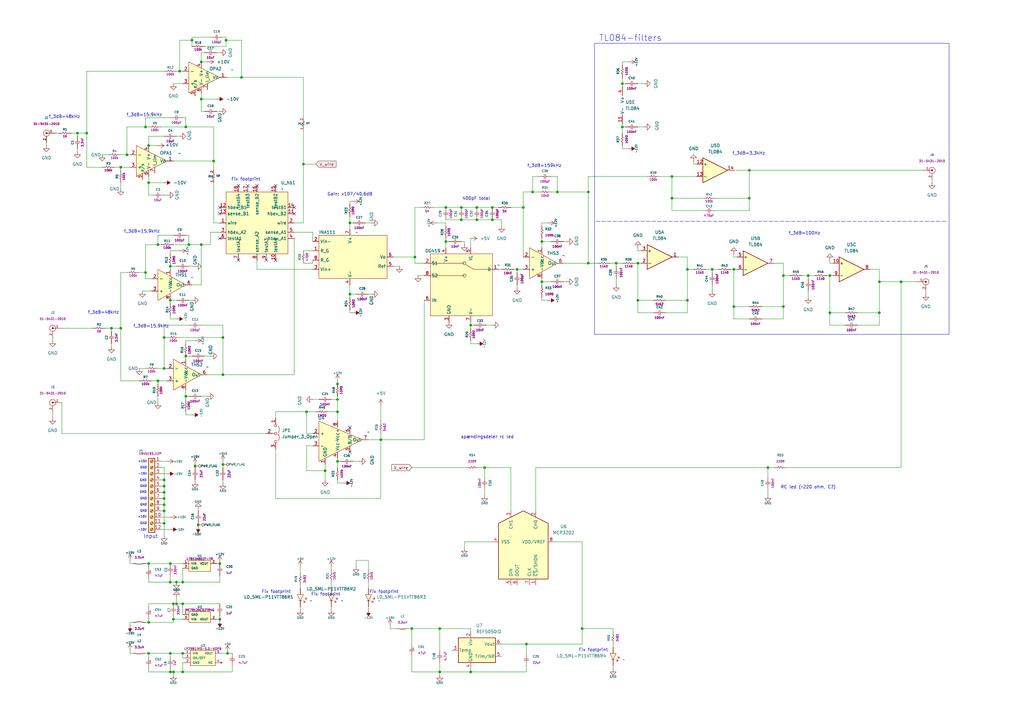
<source format=kicad_sch>
(kicad_sch (version 20231120) (generator "eeschema") (generator_version "8.0")
  (paper "A3")
  (junction (at 67.31 209.55))
  (junction (at 60.96 59.69))
  (junction (at 99.06 31.75))
  (junction (at 35.56 54.61))
  (junction (at 281.94 110.49))
  (junction (at 252.73 107.95))
  (junction (at 60.96 74.93))
  (junction (at 69.85 123.19))
  (junction (at 91.44 138.43))
  (junction (at 60.96 267.97))
  (junction (at 222.25 99.06))
  (junction (at 195.58 85.09))
  (junction (at 78.74 16.51))
  (junction (at 67.31 207.01))
  (junction (at 74.93 275.59))
  (junction (at 138.43 168.91))
  (junction (at 307.34 69.85))
  (junction (at 212.09 110.49))
  (junction (at 138.43 157.48))
  (junction (at 255.27 52.07))
  (junction (at 201.93 85.09))
  (junction (at 74.93 267.97))
  (junction (at 87.63 66.04))
  (junction (at 71.12 275.59))
  (junction (at 69.85 238.76))
  (junction (at 73.66 29.21))
  (junction (at 93.345 267.97))
  (junction (at 193.04 275.59))
  (junction (at 60.96 255.27))
  (junction (at 59.69 111.76))
  (junction (at 300.99 125.73))
  (junction (at 67.31 199.39))
  (junction (at 261.62 123.19))
  (junction (at 138.43 163.83))
  (junction (at 314.96 191.77))
  (junction (at 72.39 247.65))
  (junction (at 49.53 68.58))
  (junction (at 143.51 120.65))
  (junction (at 241.3 107.95))
  (junction (at 82.55 100.33))
  (junction (at 360.68 115.57))
  (junction (at 45.72 134.62))
  (junction (at 69.85 267.97))
  (junction (at 241.3 78.74))
  (junction (at 238.76 257.81))
  (junction (at 90.17 254))
  (junction (at 182.88 85.09))
  (junction (at 69.85 231.14))
  (junction (at 300.99 110.49))
  (junction (at 143.51 91.44))
  (junction (at 80.01 191.135))
  (junction (at 340.36 113.03))
  (junction (at 321.31 125.73))
  (junction (at 124.46 67.31))
  (junction (at 138.43 189.23))
  (junction (at 82.55 25.4))
  (junction (at 198.755 191.77))
  (junction (at 168.91 257.81))
  (junction (at 60.96 231.14))
  (junction (at 67.31 151.13))
  (junction (at 261.62 107.95))
  (junction (at 156.21 180.34))
  (junction (at 255.27 34.29))
  (junction (at 72.39 238.76))
  (junction (at 67.31 201.93))
  (junction (at 64.77 100.33))
  (junction (at 76.2 52.07))
  (junction (at 67.31 196.85))
  (junction (at 82.55 40.64))
  (junction (at 218.44 78.74))
  (junction (at 189.23 90.17))
  (junction (at 360.68 128.27))
  (junction (at 331.47 113.03))
  (junction (at 69.85 275.59))
  (junction (at 170.18 105.41))
  (junction (at 133.35 193.04))
  (junction (at 76.2 162.56))
  (junction (at 67.31 214.63))
  (junction (at 215.9 264.16))
  (junction (at 92.71 16.51))
  (junction (at 74.93 247.65))
  (junction (at 340.36 128.27))
  (junction (at 67.31 138.43))
  (junction (at 125.73 168.91))
  (junction (at 91.44 190.5))
  (junction (at 91.44 153.67))
  (junction (at 77.47 100.33))
  (junction (at 214.63 85.09))
  (junction (at 74.93 238.76))
  (junction (at 49.53 134.62))
  (junction (at 31.75 54.61))
  (junction (at 71.12 247.65))
  (junction (at 195.58 90.17))
  (junction (at 222.25 115.57))
  (junction (at 90.17 231.14))
  (junction (at 321.31 113.03))
  (junction (at 52.07 63.5))
  (junction (at 275.59 81.28))
  (junction (at 180.34 257.81))
  (junction (at 67.31 204.47))
  (junction (at 76.2 146.05))
  (junction (at 180.34 275.59))
  (junction (at 228.6 78.74))
  (junction (at 193.04 133.35))
  (junction (at 281.94 123.19))
  (junction (at 369.57 115.57))
  (junction (at 69.85 109.22))
  (junction (at 59.69 52.07))
  (junction (at 81.28 215.265))
  (junction (at 189.23 85.09))
  (junction (at 201.93 90.17))
  (junction (at 307.34 81.28))
  (junction (at 292.1 110.49))
  (junction (at 71.12 254))
  (junction (at 182.88 99.06))
  (junction (at 275.59 72.39))
  (junction (at 64.77 156.21))
  (no_connect (at 109.22 106.68))
  (no_connect (at 101.6 76.2))
  (no_connect (at 90.17 85.09))
  (no_connect (at 97.79 76.2))
  (no_connect (at 113.03 76.2))
  (no_connect (at 97.79 106.68))
  (no_connect (at 143.51 185.42))
  (no_connect (at 105.41 76.2))
  (no_connect (at 143.51 175.26))
  (no_connect (at 90.17 87.63))
  (no_connect (at 113.03 106.68))
  (no_connect (at 90.17 97.79))
  (no_connect (at 120.65 85.09))
  (no_connect (at 120.65 87.63))
  (wire (pts (xy 214.63 85.09) (xy 214.63 105.41)))
  (wire (pts (xy 71.12 66.04) (xy 87.63 66.04)))
  (wire (pts (xy 322.58 191.77) (xy 369.57 191.77)))
  (wire (pts (xy 193.04 132.08) (xy 193.04 133.35)))
  (wire (pts (xy 256.54 34.29) (xy 255.27 34.29)))
  (wire (pts (xy 69.85 109.22) (xy 69.85 110.49)))
  (wire (pts (xy 146.05 232.41) (xy 146.05 229.87)))
  (wire (pts (xy 35.56 29.21) (xy 67.31 29.21)))
  (wire (pts (xy 124.46 91.44) (xy 120.65 91.44)))
  (wire (pts (xy 255.27 52.07) (xy 255.27 54.61)))
  (wire (pts (xy 151.13 180.34) (xy 156.21 180.34)))
  (wire (pts (xy 73.66 16.51) (xy 73.66 29.21)))
  (wire (pts (xy 91.44 190.5) (xy 91.44 191.77)))
  (wire (pts (xy 72.39 247.65) (xy 74.93 247.65)))
  (wire (pts (xy 74.93 271.78) (xy 74.93 275.59)))
  (wire (pts (xy 189.23 90.17) (xy 195.58 90.17)))
  (wire (pts (xy 193.04 133.35) (xy 193.04 134.62)))
  (wire (pts (xy 60.96 275.59) (xy 60.96 274.32)))
  (wire (pts (xy 222.25 99.06) (xy 222.25 101.6)))
  (wire (pts (xy 72.39 238.76) (xy 74.93 238.76)))
  (wire (pts (xy 251.46 257.81) (xy 238.76 257.81)))
  (wire (pts (xy 77.47 96.52) (xy 77.47 100.33)))
  (wire (pts (xy 177.8 85.09) (xy 182.88 85.09)))
  (wire (pts (xy 199.39 133.35) (xy 201.93 133.35)))
  (wire (pts (xy 222.25 115.57) (xy 222.25 116.84)))
  (wire (pts (xy 113.03 168.91) (xy 113.03 171.45)))
  (wire (pts (xy 49.53 68.58) (xy 53.34 68.58)))
  (wire (pts (xy 59.69 52.07) (xy 60.96 52.07)))
  (wire (pts (xy 255.27 60.96) (xy 257.81 60.96)))
  (wire (pts (xy 222.25 115.57) (xy 226.06 115.57)))
  (wire (pts (xy 67.31 199.39) (xy 67.31 201.93)))
  (wire (pts (xy 312.42 125.73) (xy 321.31 125.73)))
  (wire (pts (xy 285.75 67.31) (xy 284.48 67.31)))
  (wire (pts (xy 59.69 114.3) (xy 62.23 114.3)))
  (wire (pts (xy 168.91 269.24) (xy 168.91 275.59)))
  (wire (pts (xy 128.27 182.88) (xy 125.73 182.88)))
  (wire (pts (xy 87.63 74.93) (xy 87.63 91.44)))
  (wire (pts (xy 69.85 275.59) (xy 60.96 275.59)))
  (wire (pts (xy 219.71 209.55) (xy 219.71 191.77)))
  (wire (pts (xy 270.51 72.39) (xy 275.59 72.39)))
  (wire (pts (xy 351.79 128.27) (xy 360.68 128.27)))
  (wire (pts (xy 74.93 238.76) (xy 90.17 238.76)))
  (wire (pts (xy 59.69 52.07) (xy 59.69 48.26)))
  (wire (pts (xy 241.3 78.74) (xy 241.3 107.95)))
  (wire (pts (xy 73.66 138.43) (xy 91.44 138.43)))
  (wire (pts (xy 360.68 110.49) (xy 360.68 115.57)))
  (wire (pts (xy 92.71 16.51) (xy 99.06 16.51)))
  (wire (pts (xy 66.04 212.09) (xy 69.85 212.09)))
  (wire (pts (xy 238.76 264.16) (xy 215.9 264.16)))
  (wire (pts (xy 22.86 54.61) (xy 24.13 54.61)))
  (wire (pts (xy 170.18 85.09) (xy 172.72 85.09)))
  (wire (pts (xy 60.96 55.88) (xy 67.31 55.88)))
  (wire (pts (xy 193.04 140.97) (xy 195.58 140.97)))
  (wire (pts (xy 67.31 133.35) (xy 67.31 138.43)))
  (wire (pts (xy 205.74 264.16) (xy 215.9 264.16)))
  (wire (pts (xy 76.2 48.26) (xy 76.2 52.07)))
  (wire (pts (xy 255.27 50.8) (xy 255.27 52.07)))
  (wire (pts (xy 60.96 247.65) (xy 71.12 247.65)))
  (wire (pts (xy 273.05 128.27) (xy 281.94 128.27)))
  (wire (pts (xy 76.2 168.91) (xy 76.2 170.18)))
  (wire (pts (xy 74.93 267.97) (xy 74.93 269.875)))
  (wire (pts (xy 255.27 59.69) (xy 255.27 60.96)))
  (wire (pts (xy 69.85 231.14) (xy 74.93 231.14)))
  (wire (pts (xy 68.58 194.31) (xy 66.04 194.31)))
  (wire (pts (xy 21.59 138.43) (xy 21.59 139.7)))
  (wire (pts (xy 66.04 201.93) (xy 67.31 201.93)))
  (wire (pts (xy 67.31 138.43) (xy 67.31 151.13)))
  (wire (pts (xy 82.55 162.56) (xy 85.09 162.56)))
  (wire (pts (xy 69.85 238.76) (xy 60.96 238.76)))
  (wire (pts (xy 151.13 229.87) (xy 151.13 233.68)))
  (wire (pts (xy 71.12 100.33) (xy 77.47 100.33)))
  (wire (pts (xy 67.31 214.63) (xy 67.31 219.71)))
  (wire (pts (xy 35.56 29.21) (xy 35.56 54.61)))
  (wire (pts (xy 128.27 163.83) (xy 130.81 163.83)))
  (wire (pts (xy 25.4 165.1) (xy 25.4 177.8)))
  (wire (pts (xy 105.41 106.68) (xy 105.41 110.49)))
  (wire (pts (xy 92.71 31.75) (xy 99.06 31.75)))
  (wire (pts (xy 69.85 275.59) (xy 69.85 274.32)))
  (wire (pts (xy 138.43 198.12) (xy 140.97 198.12)))
  (wire (pts (xy 60.96 59.69) (xy 64.77 59.69)))
  (wire (pts (xy 226.06 78.74) (xy 228.6 78.74)))
  (wire (pts (xy 198.755 191.77) (xy 196.215 191.77)))
  (wire (pts (xy 133.35 193.04) (xy 133.35 196.85)))
  (wire (pts (xy 74.93 269.875) (xy 75.565 269.875)))
  (wire (pts (xy 49.53 68.58) (xy 49.53 69.85)))
  (wire (pts (xy 218.44 78.74) (xy 214.63 78.74)))
  (wire (pts (xy 170.18 105.41) (xy 170.18 107.95)))
  (wire (pts (xy 198.755 200.66) (xy 198.755 203.2)))
  (wire (pts (xy 123.19 232.41) (xy 123.19 234.95)))
  (wire (pts (xy 314.96 200.66) (xy 314.96 203.2)))
  (wire (pts (xy 193.04 101.6) (xy 193.04 97.79)))
  (wire (pts (xy 78.74 16.51) (xy 78.74 15.24)))
  (wire (pts (xy 76.2 139.7) (xy 76.2 140.97)))
  (wire (pts (xy 64.77 100.33) (xy 64.77 96.52)))
  (wire (pts (xy 212.09 110.49) (xy 212.09 111.76)))
  (wire (pts (xy 341.63 113.03) (xy 340.36 113.03)))
  (wire (pts (xy 341.63 107.95) (xy 340.36 107.95)))
  (wire (pts (xy 281.94 128.27) (xy 281.94 123.19)))
  (wire (pts (xy 80.01 196.85) (xy 80.01 197.485)))
  (wire (pts (xy 138.43 196.85) (xy 138.43 198.12)))
  (wire (pts (xy 93.345 267.97) (xy 90.805 267.97)))
  (wire (pts (xy 88.9 21.59) (xy 90.17 21.59)))
  (wire (pts (xy 255.27 25.4) (xy 257.81 25.4)))
  (wire (pts (xy 75.565 271.78) (xy 74.93 271.78)))
  (wire (pts (xy 281.94 110.49) (xy 284.48 110.49)))
  (wire (pts (xy 135.89 238.76) (xy 135.89 241.3)))
  (wire (pts (xy 275.59 86.36) (xy 288.29 86.36)))
  (wire (pts (xy 267.97 128.27) (xy 261.62 128.27)))
  (wire (pts (xy 60.96 74.93) (xy 60.96 80.01)))
  (wire (pts (xy 62.23 156.21) (xy 64.77 156.21)))
  (wire (pts (xy 168.91 257.81) (xy 168.91 264.16)))
  (wire (pts (xy 161.29 109.22) (xy 163.83 109.22)))
  (wire (pts (xy 300.99 110.49) (xy 300.99 125.73)))
  (wire (pts (xy 193.04 139.7) (xy 193.04 140.97)))
  (wire (pts (xy 184.15 99.06) (xy 182.88 99.06)))
  (wire (pts (xy 87.63 66.04) (xy 87.63 69.85)))
  (wire (pts (xy 67.31 133.35) (xy 77.47 133.35)))
  (wire (pts (xy 321.31 125.73) (xy 321.31 113.03)))
  (wire (pts (xy 227.33 222.25) (xy 238.76 222.25)))
  (polyline (pts (xy 244.475 90.805) (xy 388.62 90.805)) (stroke (width 0) (type dash)))
  (wire (pts (xy 156.21 177.8) (xy 156.21 180.34)))
  (wire (pts (xy 299.72 110.49) (xy 300.99 110.49)))
  (wire (pts (xy 251.46 259.08) (xy 251.46 257.81)))
  (wire (pts (xy 222.25 91.44) (xy 224.79 91.44)))
  (wire (pts (xy 66.04 189.23) (xy 68.58 189.23)))
  (wire (pts (xy 180.34 257.81) (xy 193.04 257.81)))
  (wire (pts (xy 88.9 254) (xy 90.17 254)))
  (wire (pts (xy 182.88 99.06) (xy 182.88 97.79)))
  (wire (pts (xy 113.03 184.15) (xy 113.03 204.47)))
  (wire (pts (xy 53.34 267.97) (xy 53.34 266.7)))
  (wire (pts (xy 173.99 123.19) (xy 173.99 180.34)))
  (wire (pts (xy 151.13 248.92) (xy 151.13 250.19)))
  (wire (pts (xy 71.12 252.73) (xy 71.12 254)))
  (wire (pts (xy 218.44 78.74) (xy 220.98 78.74)))
  (wire (pts (xy 307.34 130.81) (xy 300.99 130.81)))
  (wire (pts (xy 209.55 191.77) (xy 209.55 209.55)))
  (wire (pts (xy 307.34 69.85) (xy 378.46 69.85)))
  (wire (pts (xy 125.73 182.88) (xy 125.73 193.04)))
  (wire (pts (xy 168.91 275.59) (xy 180.34 275.59)))
  (wire (pts (xy 25.4 134.62) (xy 38.1 134.62)))
  (wire (pts (xy 82.55 21.59) (xy 82.55 25.4)))
  (wire (pts (xy 60.96 74.93) (xy 67.31 74.93)))
  (wire (pts (xy 134.62 168.91) (xy 138.43 168.91)))
  (wire (pts (xy 179.07 91.44) (xy 182.88 91.44)))
  (wire (pts (xy 69.85 267.97) (xy 69.85 269.24)))
  (wire (pts (xy 60.96 267.97) (xy 69.85 267.97)))
  (wire (pts (xy 35.56 68.58) (xy 35.56 54.61)))
  (wire (pts (xy 83.82 19.05) (xy 92.71 19.05)))
  (wire (pts (xy 193.04 257.81) (xy 193.04 259.08)))
  (wire (pts (xy 241.3 107.95) (xy 245.11 107.95)))
  (wire (pts (xy 222.25 121.92) (xy 222.25 123.19)))
  (wire (pts (xy 222.25 92.71) (xy 222.25 91.44)))
  (wire (pts (xy 222.25 97.79) (xy 222.25 99.06)))
  (wire (pts (xy 67.31 196.85) (xy 67.31 199.39)))
  (wire (pts (xy 189.23 99.06) (xy 190.5 99.06)))
  (wire (pts (xy 59.69 111.76) (xy 59.69 114.3)))
  (wire (pts (xy 143.51 120.65) (xy 146.05 120.65)))
  (wire (pts (xy 128.27 95.25) (xy 128.27 99.06)))
  (wire (pts (xy 67.31 209.55) (xy 66.04 209.55)))
  (wire (pts (xy 275.59 72.39) (xy 285.75 72.39)))
  (wire (pts (xy 190.5 222.25) (xy 190.5 224.79)))
  (wire (pts (xy 49.53 111.76) (xy 52.07 111.76)))
  (wire (pts (xy 360.68 110.49) (xy 356.87 110.49)))
  (wire (pts (xy 95.25 275.59) (xy 74.93 275.59)))
  (wire (pts (xy 92.71 19.05) (xy 92.71 16.51)))
  (wire (pts (xy 67.31 209.55) (xy 67.31 214.63)))
  (wire (pts (xy 160.02 256.54) (xy 160.02 257.81)))
  (wire (pts (xy 59.69 100.33) (xy 59.69 111.76)))
  (wire (pts (xy 262.89 107.95) (xy 261.62 107.95)))
  (wire (pts (xy 250.19 107.95) (xy 252.73 107.95)))
  (wire (pts (xy 241.3 78.74) (xy 241.3 72.39)))
  (wire (pts (xy 218.44 78.74) (xy 218.44 72.39)))
  (wire (pts (xy 302.26 105.41) (xy 300.99 105.41)))
  (wire (pts (xy 205.74 90.17) (xy 205.74 92.71)))
  (wire (pts (xy 74.93 267.97) (xy 75.565 267.97)))
  (wire (pts (xy 275.59 81.28) (xy 275.59 86.36)))
  (wire (pts (xy 90.17 236.22) (xy 90.17 238.76)))
  (wire (pts (xy 204.47 110.49) (xy 205.74 110.49)))
  (wire (pts (xy 261.62 123.19) (xy 261.62 128.27)))
  (wire (pts (xy 135.89 232.41) (xy 135.89 233.68)))
  (wire (pts (xy 69.85 109.22) (xy 72.39 109.22)))
  (wire (pts (xy 293.37 86.36) (xy 307.34 86.36)))
  (wire (pts (xy 60.96 255.27) (xy 60.96 254)))
  (wire (pts (xy 214.63 78.74) (xy 214.63 85.09)))
  (wire (pts (xy 161.29 105.41) (xy 170.18 105.41)))
  (wire (pts (xy 69.85 129.54) (xy 69.85 130.81)))
  (wire (pts (xy 59.69 255.27) (xy 60.96 255.27)))
  (wire (pts (xy 95.25 267.97) (xy 93.345 267.97)))
  (wire (pts (xy 31.75 54.61) (xy 31.75 55.88)))
  (wire (pts (xy 182.88 85.09) (xy 189.23 85.09)))
  (wire (pts (xy 173.99 107.95) (xy 170.18 107.95)))
  (wire (pts (xy 379.73 119.38) (xy 379.73 120.65)))
  (wire (pts (xy 180.34 271.78) (xy 180.34 275.59)))
  (wire (pts (xy 251.46 273.05) (xy 251.46 274.32)))
  (wire (pts (xy 241.3 72.39) (xy 265.43 72.39)))
  (wire (pts (xy 67.31 204.47) (xy 67.31 207.01)))
  (wire (pts (xy 60.96 72.39) (xy 60.96 74.93)))
  (wire (pts (xy 91.44 196.85) (xy 91.44 198.12)))
  (wire (pts (xy 128.27 177.8) (xy 125.73 177.8)))
  (wire (pts (xy 340.36 113.03) (xy 340.36 128.27)))
  (wire (pts (xy 71.12 247.65) (xy 72.39 247.65)))
  (wire (pts (xy 300.99 69.85) (xy 307.34 69.85)))
  (wire (pts (xy 86.36 95.25) (xy 90.17 95.25)))
  (wire (pts (xy 138.43 157.48) (xy 138.43 158.75)))
  (wire (pts (xy 138.43 187.96) (xy 138.43 189.23)))
  (wire (pts (xy 160.02 257.81) (xy 162.56 257.81)))
  (wire (pts (xy 156.21 180.34) (xy 173.99 180.34)))
  (wire (pts (xy 124.46 107.95) (xy 128.27 107.95)))
  (wire (pts (xy 52.07 52.07) (xy 59.69 52.07)))
  (wire (pts (xy 66.04 217.17) (xy 69.85 217.17)))
  (wire (pts (xy 71.12 254) (xy 74.93 254)))
  (wire (pts (xy 307.34 81.28) (xy 307.34 69.85)))
  (wire (pts (xy 77.47 109.22) (xy 80.01 109.22)))
  (wire (pts (xy 59.69 267.97) (xy 60.96 267.97)))
  (wire (pts (xy 143.51 116.84) (xy 143.51 120.65)))
  (wire (pts (xy 215.9 264.16) (xy 215.9 267.97)))
  (wire (pts (xy 49.53 156.21) (xy 57.15 156.21)))
  (wire (pts (xy 73.66 29.21) (xy 74.93 29.21)))
  (wire (pts (xy 82.55 40.64) (xy 88.9 40.64)))
  (wire (pts (xy 215.9 273.05) (xy 215.9 275.59)))
  (wire (pts (xy 81.28 208.915) (xy 81.28 209.55)))
  (wire (pts (xy 31.75 54.61) (xy 35.56 54.61)))
  (wire (pts (xy 143.51 91.44) (xy 143.51 93.98)))
  (wire (pts (xy 260.35 107.95) (xy 261.62 107.95)))
  (wire (pts (xy 195.58 85.09) (xy 201.93 85.09)))
  (wire (pts (xy 77.47 123.19) (xy 78.74 123.19)))
  (wire (pts (xy 93.345 267.335) (xy 93.345 267.97)))
  (wire (pts (xy 60.96 231.14) (xy 69.85 231.14)))
  (wire (pts (xy 91.44 138.43) (xy 91.44 153.67)))
  (wire (pts (xy 77.47 100.33) (xy 82.55 100.33)))
  (wire (pts (xy 113.03 168.91) (xy 125.73 168.91)))
  (wire (pts (xy 90.17 231.14) (xy 90.17 230.505)))
  (wire (pts (xy 67.31 199.39) (xy 66.04 199.39)))
  (wire (pts (xy 195.58 90.17) (xy 201.93 90.17)))
  (wire (pts (xy 60.96 80.01) (xy 62.23 80.01)))
  (wire (pts (xy 331.47 113.03) (xy 334.01 113.03)))
  (wire (pts (xy 66.04 52.07) (xy 76.2 52.07)))
  (wire (pts (xy 143.51 120.65) (xy 143.51 121.92)))
  (wire (pts (xy 300.99 105.41) (xy 300.99 104.14)))
  (wire (pts (xy 284.48 67.31) (xy 284.48 66.04)))
  (wire (pts (xy 120.65 153.67) (xy 120.65 97.79)))
  (wire (pts (xy 90.17 252.73) (xy 90.17 254)))
  (wire (pts (xy 149.86 91.44) (xy 152.4 91.44)))
  (wire (pts (xy 82.55 25.4) (xy 85.09 25.4)))
  (wire (pts (xy 312.42 130.81) (xy 321.31 130.81)))
  (wire (pts (xy 113.03 204.47) (xy 156.21 204.47)))
  (wire (pts (xy 231.14 107.95) (xy 241.3 107.95)))
  (wire (pts (xy 76.2 139.7) (xy 80.01 139.7)))
  (wire (pts (xy 212.09 116.84) (xy 212.09 118.11)))
  (wire (pts (xy 146.05 229.87) (xy 151.13 229.87)))
  (wire (pts (xy 210.82 110.49) (xy 212.09 110.49)))
  (wire (pts (xy 222.25 114.3) (xy 222.25 115.57)))
  (wire (pts (xy 228.6 78.74) (xy 241.3 78.74)))
  (wire (pts (xy 191.135 191.77) (xy 168.91 191.77)))
  (wire (pts (xy 261.62 123.19) (xy 267.97 123.19)))
  (wire (pts (xy 95.25 273.05) (xy 95.25 275.59)))
  (wire (pts (xy 123.19 240.03) (xy 123.19 241.3)))
  (wire (pts (xy 125.73 193.04) (xy 133.35 193.04)))
  (wire (pts (xy 87.63 52.07) (xy 87.63 66.04)))
  (wire (pts (xy 292.1 110.49) (xy 294.64 110.49)))
  (wire (pts (xy 293.37 81.28) (xy 307.34 81.28)))
  (wire (pts (xy 340.36 107.95) (xy 340.36 106.68)))
  (wire (pts (xy 331.47 119.38) (xy 331.47 121.92)))
  (wire (pts (xy 292.1 116.84) (xy 292.1 119.38)))
  (wire (pts (xy 255.27 26.67) (xy 255.27 25.4)))
  (wire (pts (xy 76.2 170.18) (xy 78.74 170.18)))
  (wire (pts (xy 78.74 19.05) (xy 78.74 16.51)))
  (wire (pts (xy 182.88 91.44) (xy 182.88 92.71)))
  (wire (pts (xy 59.69 231.14) (xy 60.96 231.14)))
  (wire (pts (xy 60.96 247.65) (xy 60.96 248.92)))
  (wire (pts (xy 76.2 162.56) (xy 77.47 162.56)))
  (wire (pts (xy 209.55 191.77) (xy 198.755 191.77)))
  (wire (pts (xy 66.04 207.01) (xy 67.31 207.01)))
  (wire (pts (xy 72.39 245.11) (xy 72.39 247.65)))
  (wire (pts (xy 331.47 113.03) (xy 331.47 114.3)))
  (wire (pts (xy 72.39 29.21) (xy 73.66 29.21)))
  (wire (pts (xy 222.25 123.19) (xy 224.79 123.19)))
  (wire (pts (xy 90.17 254.635) (xy 90.17 254)))
  (wire (pts (xy 66.04 191.77) (xy 67.31 191.77)))
  (wire (pts (xy 201.93 90.17) (xy 205.74 90.17)))
  (wire (pts (xy 351.79 133.35) (xy 360.68 133.35)))
  (wire (pts (xy 64.77 151.13) (xy 67.31 151.13)))
  (wire (pts (xy 31.75 60.96) (xy 31.75 62.23)))
  (wire (pts (xy 53.34 231.14) (xy 53.34 229.87)))
  (wire (pts (xy 86.36 95.25) (xy 86.36 100.33)))
  (wire (pts (xy 222.25 99.06) (xy 226.06 99.06)))
  (wire (pts (xy 238.76 222.25) (xy 238.76 257.81)))
  (wire (pts (xy 80.01 191.135) (xy 80.01 191.77)))
  (wire (pts (xy 74.93 233.045) (xy 74.93 238.76)))
  (wire (pts (xy 60.96 267.97) (xy 60.96 269.24)))
  (wire (pts (xy 143.51 88.9) (xy 143.51 91.44)))
  (wire (pts (xy 138.43 156.21) (xy 138.43 157.48)))
  (wire (pts (xy 143.51 128.27) (xy 144.78 128.27)))
  (wire (pts (xy 71.12 275.59) (xy 74.93 275.59)))
  (wire (pts (xy 218.44 72.39) (xy 220.98 72.39)))
  (wire (pts (xy 382.27 73.66) (xy 382.27 74.93)))
  (wire (pts (xy 19.05 58.42) (xy 19.05 59.69)))
  (wire (pts (xy 125.73 168.91) (xy 125.73 177.8)))
  (wire (pts (xy 328.93 113.03) (xy 331.47 113.03)))
  (wire (pts (xy 340.36 128.27) (xy 346.71 128.27)))
  (wire (pts (xy 139.7 189.23) (xy 138.43 189.23)))
  (wire (pts (xy 67.31 201.93) (xy 67.31 204.47)))
  (wire (pts (xy 45.72 134.62) (xy 49.53 134.62)))
  (wire (pts (xy 232.41 99.06) (xy 231.14 99.06)))
  (wire (pts (xy 86.36 100.33) (xy 82.55 100.33)))
  (wire (pts (xy 54.61 267.97) (xy 53.34 267.97)))
  (wire (pts (xy 228.6 72.39) (xy 228.6 78.74)))
  (wire (pts (xy 43.18 134.62) (xy 45.72 134.62)))
  (wire (pts (xy 156.21 166.37) (xy 156.21 172.72)))
  (wire (pts (xy 275.59 72.39) (xy 275.59 81.28)))
  (wire (pts (xy 21.59 168.91) (xy 21.59 171.45)))
  (wire (pts (xy 251.46 264.16) (xy 251.46 265.43)))
  (wire (pts (xy 321.31 107.95) (xy 317.5 107.95)))
  (wire (pts (xy 54.61 255.27) (xy 53.34 255.27)))
  (wire (pts (xy 321.31 107.95) (xy 321.31 113.03)))
  (wire (pts (xy 151.13 238.76) (xy 151.13 241.3)))
  (wire (pts (xy 124.46 102.87) (xy 128.27 102.87)))
  (wire (pts (xy 193.04 275.59) (xy 193.04 274.32)))
  (wire (pts (xy 170.18 105.41) (xy 170.18 85.09)))
  (wire (pts (xy 69.85 238.76) (xy 72.39 238.76)))
  (wire (pts (xy 92.71 15.24) (xy 92.71 16.51)))
  (wire (pts (xy 99.06 31.75) (xy 124.46 31.75)))
  (wire (pts (xy 281.94 105.41) (xy 281.94 110.49)))
  (wire (pts (xy 151.13 120.65) (xy 152.4 120.65)))
  (wire (pts (xy 307.34 86.36) (xy 307.34 81.28)))
  (wire (pts (xy 52.07 63.5) (xy 53.34 63.5)))
  (wire (pts (xy 54.61 231.14) (xy 53.34 231.14)))
  (wire (pts (xy 300.99 125.73) (xy 307.34 125.73)))
  (wire (pts (xy 91.44 133.35) (xy 91.44 138.43)))
  (wire (pts (xy 58.42 119.38) (xy 62.23 119.38)))
  (wire (pts (xy 74.93 48.26) (xy 76.2 48.26)))
  (wire (pts (xy 180.34 257.81) (xy 180.34 266.7)))
  (wire (pts (xy 49.53 111.76) (xy 49.53 134.62)))
  (wire (pts (xy 105.41 110.49) (xy 128.27 110.49)))
  (wire (pts (xy 78.74 15.24) (xy 86.36 15.24)))
  (wire (pts (xy 59.69 48.26) (xy 69.85 48.26)))
  (wire (pts (xy 232.41 115.57) (xy 231.14 115.57)))
  (wire (pts (xy 138.43 189.23) (xy 138.43 191.77)))
  (wire (pts (xy 53.34 255.27) (xy 53.34 256.54)))
  (wire (pts (xy 46.99 68.58) (xy 49.53 68.58)))
  (wire (pts (xy 360.68 115.57) (xy 369.57 115.57)))
  (wire (pts (xy 135.89 163.83) (xy 138.43 163.83)))
  (wire (pts (xy 226.06 72.39) (xy 228.6 72.39)))
  (wire (pts (xy 209.55 85.09) (xy 214.63 85.09)))
  (wire (pts (xy 71.12 255.27) (xy 71.12 254)))
  (wire (pts (xy 143.51 127) (xy 143.51 128.27)))
  (wire (pts (xy 71.12 275.59) (xy 69.85 275.59)))
  (wire (pts (xy 82.55 100.33) (xy 82.55 116.84)))
  (wire (pts (xy 76.2 146.05) (xy 78.74 146.05)))
  (wire (pts (xy 182.88 90.17) (xy 189.23 90.17)))
  (wire (pts (xy 76.2 160.02) (xy 76.2 162.56)))
  (wire (pts (xy 219.71 191.77) (xy 314.96 191.77)))
  (wire (pts (xy 49.53 63.5) (xy 52.07 63.5)))
  (wire (pts (xy 143.51 83.82) (xy 143.51 82.55)))
  (wire (pts (xy 64.77 156.21) (xy 68.58 156.21)))
  (wire (pts (xy 25.4 177.8) (xy 109.22 177.8)))
  (wire (pts (xy 57.15 111.76) (xy 59.69 111.76)))
  (wire (pts (xy 67.31 80.01) (xy 68.58 80.01)))
  (wire (pts (xy 82.55 21.59) (xy 83.82 21.59)))
  (wire (pts (xy 180.34 275.59) (xy 193.04 275.59)))
  (wire (pts (xy 135.89 248.92) (xy 135.89 250.19)))
  (wire (pts (xy 74.93 247.65) (xy 74.93 252.095)))
  (wire (pts (xy 49.53 156.21) (xy 49.53 134.62)))
  (wire (pts (xy 71.12 34.29) (xy 74.93 34.29)))
  (wire (pts (xy 143.51 82.55) (xy 144.78 82.55)))
  (wire (pts (xy 167.64 257.81) (xy 168.91 257.81)))
  (wire (pts (xy 261.62 107.95) (xy 261.62 123.19)))
  (wire (pts (xy 59.69 100.33) (xy 64.77 100.33)))
  (wire (pts (xy 67.31 191.77) (xy 67.31 196.85)))
  (wire (pts (xy 261.62 52.07) (xy 264.16 52.07)))
  (wire (pts (xy 198.755 191.77) (xy 198.755 195.58)))
  (wire (pts (xy 64.77 100.33) (xy 66.04 100.33)))
  (wire (pts (xy 201.93 222.25) (xy 190.5 222.25)))
  (wire (pts (xy 69.85 123.19) (xy 72.39 123.19)))
  (wire (pts (xy 52.07 52.07) (xy 52.07 63.5)))
  (wire (pts (xy 64.77 162.56) (xy 64.77 165.1)))
  (wire (pts (xy 321.31 130.81) (xy 321.31 125.73)))
  (wire (pts (xy 171.45 113.03) (xy 173.99 113.03)))
  (wire (pts (xy 360.68 133.35) (xy 360.68 128.27)))
  (wire (pts (xy 71.12 276.86) (xy 71.12 275.59)))
  (wire (pts (xy 369.57 191.77) (xy 369.57 115.57)))
  (wire (pts (xy 252.73 107.95) (xy 252.73 109.22)))
  (wire (pts (xy 81.28 214.63) (xy 81.28 215.265)))
  (wire (pts (xy 262.89 102.87) (xy 261.62 102.87)))
  (wire (pts (xy 90.17 231.14) (xy 88.9 231.14)))
  (wire (pts (xy 124.46 53.34) (xy 124.46 67.31)))
  (wire (pts (xy 49.53 74.93) (xy 49.53 77.47)))
  (wire (pts (xy 238.76 257.81) (xy 238.76 264.16)))
  (wire (pts (xy 339.09 113.03) (xy 340.36 113.03)))
  (wire (pts (xy 72.39 55.88) (xy 73.66 55.88)))
  (wire (pts (xy 82.55 133.35) (xy 91.44 133.35)))
  (wire (pts (xy 124.46 67.31) (xy 124.46 91.44)))
  (wire (pts (xy 182.88 99.06) (xy 182.88 101.6)))
  (wire (pts (xy 69.85 236.22) (xy 69.85 238.76)))
  (wire (pts (xy 189.23 85.09) (xy 195.58 85.09)))
  (wire (pts (xy 60.96 238.76) (xy 60.96 237.49)))
  (wire (pts (xy 156.21 204.47) (xy 156.21 180.34)))
  (wire (pts (xy 124.46 31.75) (xy 124.46 48.26)))
  (wire (pts (xy 91.44 189.23) (xy 91.44 190.5)))
  (wire (pts (xy 256.54 52.07) (xy 255.27 52.07)))
  (wire (pts (xy 66.04 204.47) (xy 67.31 204.47)))
  (wire (pts (xy 321.31 113.03) (xy 323.85 113.03)))
  (wire (pts (xy 292.1 110.49) (xy 292.1 111.76)))
  (wire (pts (xy 193.04 133.35) (xy 194.31 133.35)))
  (wire (pts (xy 82.55 38.1) (xy 82.55 40.64)))
  (wire (pts (xy 261.62 102.87) (xy 261.62 101.6)))
  (wire (pts (xy 91.44 153.67) (xy 120.65 153.67)))
  (wire (pts (xy 273.05 123.19) (xy 281.94 123.19)))
  (wire (pts (xy 73.66 16.51) (xy 78.74 16.51)))
  (wire (pts (xy 346.71 133.35) (xy 340.36 133.35)))
  (wire (pts (xy 60.96 231.14) (xy 60.96 232.41)))
  (wire (pts (xy 168.91 257.81) (xy 180.34 257.81)))
  (wire (pts (xy 252.73 107.95) (xy 255.27 107.95)))
  (wire (pts (xy 125.73 168.91) (xy 129.54 168.91)))
  (wire (pts (xy 67.31 151.13) (xy 68.58 151.13)))
  (wire (pts (xy 85.09 153.67) (xy 91.44 153.67)))
  (wire (pts (xy 143.51 91.44) (xy 144.78 91.44)))
  (wire (pts (xy 67.31 207.01) (xy 67.31 209.55)))
  (wire (pts (xy 281.94 123.19) (xy 281.94 110.49)))
  (wire (pts (xy 41.91 68.58) (xy 35.56 68.58)))
  (wire (pts (xy 300.99 125.73) (xy 300.99 130.81)))
  (wire (pts (xy 60.96 255.27) (xy 71.12 255.27)))
  (wire (pts (xy 289.56 110.49) (xy 292.1 110.49)))
  (wire (pts (xy 128.27 107.95) (xy 128.27 106.68)))
  (wire (pts (xy 133.35 190.5) (xy 133.35 193.04)))
  (wire (pts (xy 67.31 214.63) (xy 66.04 214.63)))
  (wire (pts (xy 87.63 91.44) (xy 90.17 91.44)))
  (wire (pts (xy 255.27 31.75) (xy 255.27 34.29)))
  (wire (pts (xy 99.06 31.75) (xy 99.06 16.51)))
  (wire (pts (xy 138.43 162.56) (xy 138.43 163.83)))
  (wire (pts (xy 340.36 128.27) (xy 340.36 133.35)))
  (wire (pts (xy 360.68 128.27) (xy 360.68 115.57)))
  (wire (pts (xy 138.43 163.83) (xy 138.43 168.91)))
  (wire (pts (xy 144.78 189.23) (xy 147.32 189.23)))
  (wire (pts (xy 255.27 34.29) (xy 255.27 35.56)))
  (wire (pts (xy 91.44 15.24) (xy 92.71 15.24)))
  (wire (pts (xy 124.46 67.31) (xy 129.54 67.31)))
  (wire (pts (xy 138.43 168.91) (xy 138.43 172.72)))
  (wire (pts (xy 314.96 191.77) (xy 314.96 195.58)))
  (wire (pts (xy 76.2 162.56) (xy 76.2 163.83)))
  (wire (pts (xy 64.77 156.21) (xy 64.77 157.48)))
  (wire (pts (xy 215.9 275.59) (xy 193.04 275.59)))
  (wire (pts (xy 29.21 54.61) (xy 31.75 54.61)))
  (wire (pts (xy 314.96 191.77) (xy 317.5 191.77)))
  (wire (pts (xy 67.31 138.43) (xy 68.58 138.43)))
  (wire (pts (xy 82.55 40.64) (xy 82.55 45.72)))
  (wire (pts (xy 369.57 115.57) (xy 375.92 115.57)))
  (wire (pts (xy 81.28 215.9) (xy 81.28 215.265)))
  (wire (pts (xy 64.77 96.52) (xy 71.12 96.52)))
  (wire (pts (xy 76.2 146.05) (xy 76.2 147.32)))
  (wire (pts (xy 252.73 114.3) (xy 252.73 116.84)))
  (wire (pts (xy 88.9 45.72) (xy 90.17 45.72)))
  (wire (pts (xy 190.5 99.06) (xy 190.5 100.33)))
  (wire (pts (xy 69.85 130.81) (xy 72.39 130.81)))
  (wire (pts (xy 69.85 267.97) (xy 74.93 267.97)))
  (wire (pts (xy 78.74 116.84) (xy 82.55 116.84)))
  (wire (pts (xy 180.34 276.86) (xy 180.34 275.59)))
  (wire (pts (xy 69.85 102.87) (xy 69.85 104.14)))
  (wire (pts (xy 83.82 146.05) (xy 86.36 146.05)))
  (wire (pts (xy 45.72 134.62) (xy 45.72 135.89)))
  (wire (pts (xy 275.59 81.28) (xy 288.29 81.28)))
  (wire (pts (xy 120.65 95.25) (xy 128.27 95.25)))
  (wire (pts (xy 261.62 34.29) (xy 264.16 34.29)))
  (wire (pts (xy 41.91 63.5) (xy 44.45 63.5)))
  (wire (pts (xy 212.09 110.49) (xy 214.63 110.49)))
  (wire (pts (xy 66.04 196.85) (xy 67.31 196.85)))
  (wire (pts (xy 82.55 45.72) (xy 83.82 45.72)))
  (wire (pts (xy 123.19 248.92) (xy 123.19 250.19)))
  (wire (pts (xy 60.96 55.88) (xy 60.96 59.69)))
  (wire (pts (xy 57.15 151.13) (xy 59.69 151.13)))
  (wire (pts (xy 302.26 110.49) (xy 300.99 110.49)))
  (wire (pts (xy 201.93 85.09) (xy 204.47 85.09)))
  (wire (pts (xy 76.2 52.07) (xy 87.63 52.07)))
  (wire (pts (xy 74.93 247.65) (xy 90.17 247.65)))
  (wire (pts (xy 281.94 105.41) (xy 278.13 105.41)))
  (wire (pts (xy 76.2 96.52) (xy 77.47 96.52)))
  (wire (pts (xy 69.85 102.87) (xy 73.66 102.87)))
  (wire (pts (xy 69.85 124.46) (xy 69.85 123.19)))
  (wire (pts (xy 45.72 140.97) (xy 45.72 142.24)))
  (wire (pts (xy 80.01 190.5) (xy 80.01 191.135)))
  (rectangle (start 243.84 17.78) (end 389.255 137.16))
  (text "f_3dB=48kHz\n" (at 26.416 48.006 0) (effects (font (size 1.27 1.27))))
  (text "Input" (at 64.77 220.98 0) (effects (font (size 1.4986 1.4986)) (justify right bottom)))
  (text "GND" (at 60.198 197.612 0) (effects (font (size 0.889 0.889)) (justify right bottom)))
  (text "GND" (at 60.325 205.105 0) (effects (font (size 0.889 0.889)) (justify right bottom)))
  (text "+15V" (at 60.325 189.865 0) (effects (font (size 0.889 0.889)) (justify right bottom)))
  (text "Fix footprint\n" (at 100.838 73.66 0) (effects (font (size 1.27 1.27))))
  (text "-15V" (at 60.325 194.945 0) (effects (font (size 0.889 0.889)) (justify right bottom)))
  (text "f_3dB=100Hz\n" (at 329.946 95.758 0) (effects (font (size 1.27 1.27))))
  (text "GND" (at 60.198 202.438 0) (effects (font (size 0.889 0.889)) (justify right bottom)))
  (text "Fix footprint\n" (at 133.604 243.84 0) (effects (font (size 1.27 1.27))))
  (text "GND" (at 60.325 215.265 0) (effects (font (size 0.889 0.889)) (justify right bottom)))
  (text "spændingsdeler rc led" (at 199.898 179.324 0) (effects (font (size 1.27 1.27))))
  (text "f_3dB=48kHz\n" (at 42.418 128.27 0) (effects (font (size 1.27 1.27))))
  (text "GND" (at 60.325 207.645 0) (effects (font (size 0.889 0.889)) (justify right bottom)))
  (text "f_3dB=159kHz\n" (at 223.266 68.072 0) (effects (font (size 1.27 1.27))))
  (text "-10V" (at 60.198 217.932 0) (effects (font (size 0.889 0.889)) (justify right bottom)))
  (text "RC led (~220 ohm, C?)" (at 331.47 199.898 0) (effects (font (size 1.27 1.27))))
  (text "Fix footprint\n" (at 113.284 242.824 0) (effects (font (size 1.27 1.27))))
  (text "f_3dB=15,9kHz\n" (at 59.182 47.244 0) (effects (font (size 1.27 1.27))))
  (text "GND" (at 60.325 210.185 0) (effects (font (size 0.889 0.889)) (justify right bottom)))
  (text "f_3dB=15,9kHz\n" (at 61.976 133.858 0) (effects (font (size 1.27 1.27))))
  (text "TL084-filters" (at 258.572 15.748 0) (effects (font (size 2.54 2.54))))
  (text "f_3dB=15,9kHz\n" (at 58.166 94.996 0) (effects (font (size 1.27 1.27))))
  (text "GND" (at 60.325 200.025 0) (effects (font (size 0.889 0.889)) (justify right bottom)))
  (text "+10V\n" (at 60.198 212.598 0) (effects (font (size 0.889 0.889)) (justify right bottom)))
  (text "f_3dB=3.3kHz\n" (at 307.086 62.992 0) (effects (font (size 1.27 1.27))))
  (text "400pF total" (at 195.326 81.534 0) (effects (font (size 1.27 1.27))))
  (text "Fix footprint\n" (at 243.332 266.7 0) (effects (font (size 1.27 1.27))))
  (text "Gain: x107/40.6dB" (at 143.51 79.756 0) (effects (font (size 1.27 1.27))))
  (text "GND" (at 60.325 192.405 0) (effects (font (size 0.889 0.889)) (justify right bottom)))
  (text "Fix footprint\n" (at 157.48 242.824 0) (effects (font (size 1.27 1.27))))
  (global_label "V_wire" (shape input) (at 168.91 191.77 180) (property "Intersheetrefs" "${INTERSHEET_REFS}" (effects (hide yes))))
  (global_label "V_wire" (shape input) (at 129.54 67.31 0) (property "Intersheetrefs" "${INTERSHEET_REFS}" (effects (hide yes))))
  (symbol (lib_name "THS4051_1") (lib_id "8-Microcircuits:THS4051") (at 67.31 116.84 0) (unit 1)
    (property "Reference" "THS1" (at 74.422 112.776 0))
    (property "Value" "~" (at 78.74 113.6965 0))
    (property "Footprint" "Package_SO:SOIC-8_3.9x4.9mm_P1.27mm" (effects (hide yes)))
  )
  (symbol (lib_id "power:GND") (at 133.35 196.85 0) (unit 1)
    (property "Reference" "#PWR051" (effects (hide yes)))
    (property "Value" "GND" (at 133.35 201.93 0))
    (property "Description" "Power symbol creates a global label with name \"GND\" , ground" (effects (hide yes)))
  )
  (symbol (lib_id "10-Resistor:R_0805_220R_CID10.9.602") (at 320.04 191.77 90) (unit 1)
    (property "Reference" "R53" (at 320.04 186.69 90) (effects (font (size 0.889 0.889))))
    (property "Value" "R_0805_220R_CID10.9.602" (effects (hide yes)))
    (property "Footprint" "R0805_RESC200X125X50L35N" (effects (hide yes)))
    (property "Datasheet" "http://partkeepr.local.space.dtu.dk/api/part_attachments/1301/getFile" (effects (hide yes)))
    (property "Description" "RES SMD 220R 1% 0.5W 0805" (effects (hide yes)))
    (property "Case/Package" "0805" (effects (hide yes)))
    (property "Case/Package (SI)" "2012" (effects (hide yes)))
    (property "Lead-Free Status" "Lead Free" (effects (hide yes)))
    (property "Mounting Style" "Surface Mount" (effects (hide yes)))
    (property "Packaging" "Cut Tape (CT)" (effects (hide yes)))
    (property "Number of Pins" "2.0 " (effects (hide yes)))
    (property "Power Rating" "125.0 mW" (effects (hide yes)))
    (property "REACH SVHC Compliance" "No SVHC" (effects (hide yes)))
    (property "Resistance" "220.0 Ω" (effects (hide yes)))
    (property "Resistance Tolerance" "±1%" (effects (hide yes)))
    (property "RoHS" "Compliant" (effects (hide yes)))
    (property "Voltage Rating (DC)" "150.0 V" (effects (hide yes)))
    (property "Reviewed" "No" (effects (hide yes)))
    (property "Component value" "220R" (at 320.04 189.23 90) (effects (font (size 0.889 0.889))))
    (property "MPN" "CRCW0805220RFKEAHP" (effects (hide yes)))
  )
  (symbol (lib_id "dtuspace-power:GND") (at 146.05 232.41 0) (unit 1)
    (property "Reference" "#PWR057" (effects (hide yes)))
    (property "Value" "GND" (at 146.05 235.585 0) (effects (font (size 0.889 0.889))))
  )
  (symbol (lib_id "dtuspace-power:+5V") (at 123.19 232.41 0) (unit 1)
    (property "Reference" "#PWR048" (effects (hide yes)))
    (property "Value" "+5V" (at 123.19 229.235 0) (effects (font (size 0.889 0.889))))
  )
  (symbol (lib_id "1-Capacitor:C_0402_100pF_50V_C0G_CID1.2.681") (at 182.88 87.63 180) (unit 1)
    (property "Reference" "C29" (at 180.594 87.63 90) (effects (font (size 0.889 0.889))))
    (property "Value" "C_0402_100pF_50V_C0G_CID1.2.681" (effects (hide yes)))
    (property "Footprint" "C0402_CAPC100X50X61L25N" (effects (hide yes)))
    (property "Datasheet" "http://partkeepr.local.space.dtu.dk/api/part_attachments/1437/getFile" (effects (hide yes)))
    (property "Description" "CAP CER 100pF 50V C0G 0402 5.0 %" (effects (hide yes)))
    (property "Capacitance" "100.0 pF" (effects (hide yes)))
    (property "Case/Package" "0402" (effects (hide yes)))
    (property "Case Code (Imperial)" "0402" (effects (hide yes)))
    (property "Case Code (Metric)" "1005" (effects (hide yes)))
    (property "Contact Plating" "Tin" (effects (hide yes)))
    (property "Depth" "500.0 μm" (effects (hide yes)))
    (property "Dielectric" "C0G" (effects (hide yes)))
    (property "Dissipation Factor" "2.5 %" (effects (hide yes)))
    (property "Height" "550.0 μm" (effects (hide yes)))
    (property "Insulation Resistance" "1.0 GΩ" (effects (hide yes)))
    (property "Lead Free" "Lead Free" (effects (hide yes)))
    (property "Length" "1.0 mm" (effects (hide yes)))
    (property "Lifecycle Status" "Production (Last Updated: 2 years ago)" (effects (hide yes)))
    (property "Manufacturer Lifecycle Status" "ACTIVE (Last Updated: 2 years ago)" (effects (hide yes)))
    (property "Material" "Ceramic" (effects (hide yes)))
    (property "Max Operating Temperature" "125.0 °C" (effects (hide yes)))
    (property "Min Operating Temperature" "-55.0 °C" (effects (hide yes)))
    (property "Mount" "PCB, Surface Mount" (effects (hide yes)))
    (property "Number of Pins" "2.0 " (effects (hide yes)))
    (property "Packaging" "Cut Tape" (effects (hide yes)))
    (property "Radiation Hardening" "No" (effects (hide yes)))
    (property "REACH SVHC" "No SVHC" (effects (hide yes)))
    (property "RoHS" "Compliant" (effects (hide yes)))
    (property "Temperature Coefficient" "30.0 ppm/°C" (effects (hide yes)))
    (property "Termination" "SMD/SMT" (effects (hide yes)))
    (property "Thickness" "558.8 μm" (effects (hide yes)))
    (property "Tolerance" "5.0 %" (effects (hide yes)))
    (property "Voltage" "50.0 V" (effects (hide yes)))
    (property "Voltage Rating" "50.0 V" (effects (hide yes)))
    (property "Voltage Rating (AC)" "50.0 V" (effects (hide yes)))
    (property "Voltage Rating (DC)" "50.0 V" (effects (hide yes)))
    (property "Width" "508.0 μm" (effects (hide yes)))
    (property "Reviewed" "No" (effects (hide yes)))
    (property "Component value" "100pF" (at 184.912 87.63 90) (effects (font (size 0.889 0.889))))
    (property "MPN" "04025A101JAT2A" (effects (hide yes)))
  )
  (symbol (lib_id "1-Capacitor:C_0805_1uF_16V_X7R_CID1.2.3095") (at 90.17 250.19 0) (unit 1)
    (property "Reference" "C21" (at 92.71 248.92 0) (effects (font (size 0.889 0.889)) (justify left)))
    (property "Value" "C_0805_1uF_16V_X7R_CID1.2.3095" (effects (hide yes)))
    (property "Footprint" "C0805_CAPC200X125X130L45N" (effects (hide yes)))
    (property "Datasheet" "N/A" (effects (hide yes)))
    (property "Description" "CAP CER 1uF 16V X7R 0805 5.0 % COTS" (effects (hide yes)))
    (property "Capacitance" "1.0 μF" (effects (hide yes)))
    (property "Tolerance" "5.0 %" (effects (hide yes)))
    (property "Voltage" "16.0 V" (effects (hide yes)))
    (property "Dielectric" "X7R" (effects (hide yes)))
    (property "Case size" "0805" (effects (hide yes)))
    (property "Specification" "COTS ESCC QPL 3009/041" (effects (hide yes)))
    (property "MPN" "0805YC105JAT2A" (effects (hide yes)))
    (property "Reviewed" "No" (effects (hide yes)))
    (property "Component value" "1uF" (at 92.71 251.46 0) (effects (font (size 0.889 0.889)) (justify left)))
    (property "MPN_1" "0805YC105JAT2A" (effects (hide yes)))
  )
  (symbol (lib_id "power:GND") (at 21.59 139.7 0) (unit 1)
    (property "Reference" "#PWR02" (effects (hide yes)))
    (property "Value" "GND" (at 21.59 144.78 0))
    (property "Description" "Power symbol creates a global label with name \"GND\" , ground" (effects (hide yes)))
  )
  (symbol (lib_id "10-Resistor:R_0805_100k_CID10.9.5903") (at 290.83 81.28 90) (unit 1)
    (property "Reference" "R42" (at 290.83 79.756 90) (effects (font (size 0.889 0.889))))
    (property "Value" "R_0805_100k_CID10.9.5903" (effects (hide yes)))
    (property "Footprint" "R0805_RESC200X125X50L35N" (effects (hide yes)))
    (property "Datasheet" "N/A" (effects (hide yes)))
    (property "Description" "RES SMD 100k 1% 0.125W 0805 100 ppm COTS" (effects (hide yes)))
    (property "Resistance" "100.0 kOhm" (effects (hide yes)))
    (property "Tolerance" "1.0 %" (effects (hide yes)))
    (property "TCR" "100 ppm" (effects (hide yes)))
    (property "Voltage" "50.0 V" (effects (hide yes)))
    (property "Material" "Thick film" (effects (hide yes)))
    (property "Case size" "0805" (effects (hide yes)))
    (property "Specification" "COTS ESCC QPL 4001/026" (effects (hide yes)))
    (property "MPN" "CRCW0805100KFKEA" (effects (hide yes)))
    (property "Reviewed" "No" (effects (hide yes)))
    (property "Component value" "100k" (at 290.83 82.55 90) (effects (font (size 0.889 0.889))))
    (property "MPN_1" "CRCW0805100KFKEA" (effects (hide yes)))
  )
  (symbol (lib_id "10-Resistor:R_0805_10R0_CID10.9.4757") (at 76.2 143.51 180) (unit 1)
    (property "Reference" "R16" (at 74.676 143.51 90) (effects (font (size 0.889 0.889))))
    (property "Value" "R_0805_10R0_CID10.9.4757" (effects (hide yes)))
    (property "Footprint" "R0805_RESC200X125X50L35N" (effects (hide yes)))
    (property "Datasheet" "N/A" (effects (hide yes)))
    (property "Description" "RES SMD 10R0 1% 0.125W 0805 100 ppm FM" (effects (hide yes)))
    (property "Resistance" "10.0 Ohm" (effects (hide yes)))
    (property "Tolerance" "1.0 %" (effects (hide yes)))
    (property "TCR" "100 ppm" (effects (hide yes)))
    (property "Voltage" "50.0 V" (effects (hide yes)))
    (property "Material" "Thick film" (effects (hide yes)))
    (property "Case size" "0805" (effects (hide yes)))
    (property "Specification" "ESCC QPL 4001/026" (effects (hide yes)))
    (property "MPN" "40010260210R0F4" (effects (hide yes)))
    (property "COTS MPN" "CRCW080510R0FKEA" (effects (hide yes)))
    (property "Reviewed" "No" (effects (hide yes)))
    (property "Component value" "10R0" (at 77.724 143.51 90) (effects (font (size 0.889 0.889))))
    (property "MPN_1" "40010260210R0F4" (effects (hide yes)))
  )
  (symbol (lib_id "8-Microcircuits:LM311") (at 135.89 180.34 0) (unit 1)
    (property "Reference" "U4" (at 131.826 171.45 0))
    (property "Value" "~" (at 151.13 177.1965 0))
    (property "Footprint" "Package_SO:SO-8_3.9x4.9mm_P1.27mm" (effects (hide yes)))
    (property "Datasheet" "https://docs.rs-online.com/e993/0900766b813e5569.pdf" (effects (hide yes)))
    (property "MPN" "LM311DT" (effects (hide yes)))
  )
  (symbol (lib_id "10-Resistor:R_0805_11k0_CID10.9.5869") (at 257.81 107.95 90) (unit 1)
    (property "Reference" "R38" (at 257.81 106.426 90) (effects (font (size 0.889 0.889))))
    (property "Value" "R_0805_11k0_CID10.9.5869" (effects (hide yes)))
    (property "Footprint" "R0805_RESC200X125X50L35N" (effects (hide yes)))
    (property "Datasheet" "N/A" (effects (hide yes)))
    (property "Description" "RES SMD 11k0 1% 0.125W 0805 100 ppm COTS" (effects (hide yes)))
    (property "Resistance" "11.0 kOhm" (effects (hide yes)))
    (property "Tolerance" "1.0 %" (effects (hide yes)))
    (property "TCR" "100 ppm" (effects (hide yes)))
    (property "Voltage" "50.0 V" (effects (hide yes)))
    (property "Material" "Thick film" (effects (hide yes)))
    (property "Case size" "0805" (effects (hide yes)))
    (property "Specification" "COTS ESCC QPL 4001/026" (effects (hide yes)))
    (property "MPN" "CRCW080511K0FKEA" (effects (hide yes)))
    (property "Reviewed" "No" (effects (hide yes)))
    (property "Component value" "11k0" (at 257.81 109.22 90) (effects (font (size 0.889 0.889))))
    (property "MPN_1" "CRCW080511K0FKEA" (effects (hide yes)))
  )
  (symbol (lib_id "1-Capacitor:C_0402_100pF_50V_C0G_CID1.2.681") (at 223.52 72.39 90) (unit 1)
    (property "Reference" "C36" (at 223.52 70.104 90) (effects (font (size 0.889 0.889))))
    (property "Value" "C_0402_100pF_50V_C0G_CID1.2.681" (effects (hide yes)))
    (property "Footprint" "C0402_CAPC100X50X61L25N" (effects (hide yes)))
    (property "Datasheet" "http://partkeepr.local.space.dtu.dk/api/part_attachments/1437/getFile" (effects (hide yes)))
    (property "Description" "CAP CER 100pF 50V C0G 0402 5.0 %" (effects (hide yes)))
    (property "Capacitance" "100.0 pF" (effects (hide yes)))
    (property "Case/Package" "0402" (effects (hide yes)))
    (property "Case Code (Imperial)" "0402" (effects (hide yes)))
    (property "Case Code (Metric)" "1005" (effects (hide yes)))
    (property "Contact Plating" "Tin" (effects (hide yes)))
    (property "Depth" "500.0 μm" (effects (hide yes)))
    (property "Dielectric" "C0G" (effects (hide yes)))
    (property "Dissipation Factor" "2.5 %" (effects (hide yes)))
    (property "Height" "550.0 μm" (effects (hide yes)))
    (property "Insulation Resistance" "1.0 GΩ" (effects (hide yes)))
    (property "Lead Free" "Lead Free" (effects (hide yes)))
    (property "Length" "1.0 mm" (effects (hide yes)))
    (property "Lifecycle Status" "Production (Last Updated: 2 years ago)" (effects (hide yes)))
    (property "Manufacturer Lifecycle Status" "ACTIVE (Last Updated: 2 years ago)" (effects (hide yes)))
    (property "Material" "Ceramic" (effects (hide yes)))
    (property "Max Operating Temperature" "125.0 °C" (effects (hide yes)))
    (property "Min Operating Temperature" "-55.0 °C" (effects (hide yes)))
    (property "Mount" "PCB, Surface Mount" (effects (hide yes)))
    (property "Number of Pins" "2.0 " (effects (hide yes)))
    (property "Packaging" "Cut Tape" (effects (hide yes)))
    (property "Radiation Hardening" "No" (effects (hide yes)))
    (property "REACH SVHC" "No SVHC" (effects (hide yes)))
    (property "RoHS" "Compliant" (effects (hide yes)))
    (property "Temperature Coefficient" "30.0 ppm/°C" (effects (hide yes)))
    (property "Termination" "SMD/SMT" (effects (hide yes)))
    (property "Thickness" "558.8 μm" (effects (hide yes)))
    (property "Tolerance" "5.0 %" (effects (hide yes)))
    (property "Voltage" "50.0 V" (effects (hide yes)))
    (property "Voltage Rating" "50.0 V" (effects (hide yes)))
    (property "Voltage Rating (AC)" "50.0 V" (effects (hide yes)))
    (property "Voltage Rating (DC)" "50.0 V" (effects (hide yes)))
    (property "Width" "508.0 μm" (effects (hide yes)))
    (property "Reviewed" "No" (effects (hide yes)))
    (property "Component value" "100pF" (at 223.52 74.422 90) (effects (font (size 0.889 0.889))))
    (property "MPN" "04025A101JAT2A" (effects (hide yes)))
  )
  (symbol (lib_id "1-Capacitor:C_0805_100nF_16V_X7R_CID1.2.3078") (at 147.32 91.44 90) (unit 1)
    (property "Reference" "C27" (at 147.32 89.154 90) (effects (font (size 0.889 0.889))))
    (property "Value" "C_0805_100nF_16V_X7R_CID1.2.3078" (effects (hide yes)))
    (property "Footprint" "C0805_CAPC200X125X130L45N" (effects (hide yes)))
    (property "Datasheet" "N/A" (effects (hide yes)))
    (property "Description" "CAP CER 100nF 16V X7R 0805 5.0 % COTS" (effects (hide yes)))
    (property "Capacitance" "100.0 nF" (effects (hide yes)))
    (property "Tolerance" "5.0 %" (effects (hide yes)))
    (property "Voltage" "16.0 V" (effects (hide yes)))
    (property "Dielectric" "X7R" (effects (hide yes)))
    (property "Case size" "0805" (effects (hide yes)))
    (property "Specification" "COTS ESCC QPL 3009/041" (effects (hide yes)))
    (property "MPN" "0805YC104JAT2A" (effects (hide yes)))
    (property "Reviewed" "No" (effects (hide yes)))
    (property "Component value" "100nF" (at 147.32 93.472 90) (effects (font (size 0.889 0.889))))
    (property "MPN_1" "0805YC104JAT2A" (effects (hide yes)))
  )
  (symbol (lib_id "power:+10V") (at 69.85 212.09 270) (unit 1)
    (property "Reference" "#PWR017" (effects (hide yes)))
    (property "Value" "+10V" (at 72.644 212.09 90) (effects (font (size 0.889 0.889)) (justify left)))
    (property "Description" "Power symbol creates a global label with name \"+10V\"" (effects (hide yes)))
  )
  (symbol (lib_id "dtuspace-power:+12V") (at 80.01 139.7 270) (unit 1)
    (property "Reference" "#PWR032" (effects (hide yes)))
    (property "Value" "+12V" (at 83.185 139.7 0) (effects (font (size 0.889 0.889))))
  )
  (symbol (lib_id "LISA_LDO_v2.2-rescue:+5.5V-dtuspace-power") (at 91.44 189.23 0) (unit 1)
    (property "Reference" "#PWR045" (effects (hide yes)))
    (property "Value" "+5VA" (at 91.44 186.055 0) (effects (font (size 0.889 0.889))))
  )
  (symbol (lib_id "1-Capacitor:C_0805_100nF_16V_X7R_CID1.2.3078") (at 259.08 34.29 90) (unit 1)
    (property "Reference" "C40" (at 259.08 32.004 90) (effects (font (size 0.889 0.889))))
    (property "Value" "C_0805_100nF_16V_X7R_CID1.2.3078" (effects (hide yes)))
    (property "Footprint" "C0805_CAPC200X125X130L45N" (effects (hide yes)))
    (property "Datasheet" "N/A" (effects (hide yes)))
    (property "Description" "CAP CER 100nF 16V X7R 0805 5.0 % COTS" (effects (hide yes)))
    (property "Capacitance" "100.0 nF" (effects (hide yes)))
    (property "Tolerance" "5.0 %" (effects (hide yes)))
    (property "Voltage" "16.0 V" (effects (hide yes)))
    (property "Dielectric" "X7R" (effects (hide yes)))
    (property "Case size" "0805" (effects (hide yes)))
    (property "Specification" "COTS ESCC QPL 3009/041" (effects (hide yes)))
    (property "MPN" "0805YC104JAT2A" (effects (hide yes)))
    (property "Reviewed" "No" (effects (hide yes)))
    (property "Component value" "100nF" (at 259.08 36.322 90) (effects (font (size 0.889 0.889))))
    (property "MPN_1" "0805YC104JAT2A" (effects (hide yes)))
  )
  (symbol (lib_id "23-Lamp:LD_SML-P11VTT86R") (at 135.89 245.11 270) (unit 1)
    (property "Reference" "LD_SML-P11VTT86R2" (at 125.73 241.554 90) (effects (justify left)))
    (property "Value" "~" (at 139.7 246.38 90) (effects (justify left)))
  )
  (symbol (lib_id "10-Resistor:R_0805_10k5_CID10.9.5868") (at 135.89 236.22 180) (unit 1)
    (property "Reference" "R21" (at 134.366 236.22 90) (effects (font (size 0.889 0.889))))
    (property "Value" "R_0805_10k5_CID10.9.5868" (effects (hide yes)))
    (property "Footprint" "R0805_RESC200X125X50L35N" (effects (hide yes)))
    (property "Datasheet" "N/A" (effects (hide yes)))
    (property "Description" "RES SMD 10k5 1% 0.125W 0805 100 ppm COTS" (effects (hide yes)))
    (property "Resistance" "10.5 kOhm" (effects (hide yes)))
    (property "Tolerance" "1.0 %" (effects (hide yes)))
    (property "TCR" "100 ppm" (effects (hide yes)))
    (property "Voltage" "50.0 V" (effects (hide yes)))
    (property "Material" "Thick film" (effects (hide yes)))
    (property "Case size" "0805" (effects (hide yes)))
    (property "Specification" "COTS ESCC QPL 4001/026" (effects (hide yes)))
    (property "MPN" "CRCW080510K5FKEA" (effects (hide yes)))
    (property "Reviewed" "No" (effects (hide yes)))
    (property "Component value" "10k5" (at 137.16 236.22 90) (effects (font (size 0.889 0.889))))
    (property "MPN_1" "CRCW080510K5FKEA" (effects (hide yes)))
  )
  (symbol (lib_id "dtuspace-power:-12V") (at 72.39 130.81 270) (mirror x) (unit 1)
    (property "Reference" "#PWR23" (effects (hide yes)))
    (property "Value" "-12V" (at 76.2 130.048 0) (effects (font (size 0.889 0.889))))
  )
  (symbol (lib_id "power:GND") (at 90.17 21.59 90) (unit 1)
    (property "Reference" "#PWR041" (effects (hide yes)))
    (property "Value" "GND" (at 94.488 21.59 0))
    (property "Description" "Power symbol creates a global label with name \"GND\" , ground" (effects (hide yes)))
  )
  (symbol (lib_id "1-Capacitor:C_2220_22uF_25V_X7R_CID1.2.4254") (at 91.44 194.31 180) (unit 1)
    (property "Reference" "C22" (at 89.154 194.056 90) (effects (font (size 0.889 0.889))))
    (property "Value" "C_2220_22uF_25V_X7R_CID1.2.4254" (effects (hide yes)))
    (property "Footprint" "C2220_CAPC570X500X270L60N" (effects (hide yes)))
    (property "Datasheet" "N/A" (effects (hide yes)))
    (property "Description" "CAP CER 22uF 25V X7R 2220 5.0 % COTS" (effects (hide yes)))
    (property "Capacitance" "22.0 μF" (effects (hide yes)))
    (property "Tolerance" "5.0 %" (effects (hide yes)))
    (property "Voltage" "25.0 V" (effects (hide yes)))
    (property "Dielectric" "X7R" (effects (hide yes)))
    (property "Case size" "2220" (effects (hide yes)))
    (property "Specification" "COTS ESCC QPL 3009/041" (effects (hide yes)))
    (property "MPN" "22203C226JAT2A" (effects (hide yes)))
    (property "Reviewed" "No" (effects (hide yes)))
    (property "Component value" "22uF" (at 93.98 194.31 90) (effects (font (size 0.889 0.889))))
    (property "MPN_1" "22203C226JAT2A" (effects (hide yes)))
  )
  (symbol (lib_id "7-Inductor:L_3.3uH_870mA_CID7.3.944") (at 57.15 231.14 90) (unit 1)
    (property "Reference" "L3" (at 57.15 226.06 90) (effects (font (size 0.889 0.889))))
    (property "Value" "L_3.3uH_870mA_CID7.3.944" (effects (hide yes)))
    (property "Footprint" "L0805_INDC200X125X140L50N" (effects (hide yes)))
    (property "Datasheet" "http://partkeepr.local.space.dtu.dk/api/part_attachments/1841/getFile" (effects (hide yes)))
    (property "Description" "IND SMD 3.3uH 870mA 0.221R" (effects (hide yes)))
    (property "Reviewed" "No" (effects (hide yes)))
    (property "Component value" "3.3uH" (at 57.15 228.6 90) (effects (font (size 0.889 0.889))))
    (property "MPN" "BRC2012T3R3MD" (effects (hide yes)))
  )
  (symbol (lib_id "10-Resistor:R_0805_5k62_CID10.9.159") (at 156.21 175.26 180) (unit 1)
    (property "Reference" "R26" (at 154.432 175.26 90) (effects (font (size 0.889 0.889))))
    (property "Value" "R_0805_5k62_CID10.9.159" (effects (hide yes)))
    (property "Footprint" "R0805_RESC200X125X50L35N" (effects (hide yes)))
    (property "Datasheet" "http://partkeepr.local.space.dtu.dk/api/part_attachments/568/getFile" (effects (hide yes)))
    (property "Description" "RES SMD 5k62 1% 0.125W 0805 100 ppm COTS" (effects (hide yes)))
    (property "Case/Package" "0805" (effects (hide yes)))
    (property "Case/Package (SI)" "2012" (effects (hide yes)))
    (property "Lead-Free Status" "Lead Free" (effects (hide yes)))
    (property "Mounting Style" "Surface Mount" (effects (hide yes)))
    (property "Packaging" "Tape & Reel (TR)" (effects (hide yes)))
    (property "Number of Pins" "2.0 " (effects (hide yes)))
    (property "Power Rating" "125.0 mW" (effects (hide yes)))
    (property "REACH SVHC Compliance" "No SVHC" (effects (hide yes)))
    (property "Resistance" "5.62 kOhm" (effects (hide yes)))
    (property "Resistance Tolerance" "±1%" (effects (hide yes)))
    (property "RoHS" "Compliant" (effects (hide yes)))
    (property "Size-Height" "450.0 μm" (effects (hide yes)))
    (property "Size-Length" "2.0 mm" (effects (hide yes)))
    (property "Size-Width" "1.25 mm" (effects (hide yes)))
    (property "Voltage Rating (DC)" "150.0 V" (effects (hide yes)))
    (property "Tolerance" "1.0 %" (effects (hide yes)))
    (property "TCR" "100 ppm" (effects (hide yes)))
    (property "Voltage" "50.0 V" (effects (hide yes)))
    (property "Material" "Thick film" (effects (hide yes)))
    (property "Case size" "0805" (effects (hide yes)))
    (property "Specification" "COTS ESCC QPL 4001/026" (effects (hide yes)))
    (property "MPN" "CRCW08055K62FKEA" (effects (hide yes)))
    (property "Reviewed" "No" (effects (hide yes)))
    (property "Component value" "5k62" (at 157.734 175.26 90) (effects (font (size 0.889 0.889))))
    (property "MPN_1" "CRCW08055K62FKEA" (effects (hide yes)))
  )
  (symbol (lib_id "power:+5V") (at 193.04 97.79 270) (unit 1)
    (property "Reference" "#PWR068" (effects (hide yes)))
    (property "Value" "+5V" (at 196.85 97.7899 90) (effects (justify left)))
    (property "Description" "Power symbol creates a global label with name \"+5V\"" (effects (hide yes)))
  )
  (symbol (lib_id "10-Resistor:R_0805_100k_CID10.9.5903") (at 44.45 68.58 90) (unit 1)
    (property "Reference" "R3" (at 44.45 67.056 90) (effects (font (size 0.889 0.889))))
    (property "Value" "R_0805_100k_CID10.9.5903" (effects (hide yes)))
    (property "Footprint" "R0805_RESC200X125X50L35N" (effects (hide yes)))
    (property "Datasheet" "N/A" (effects (hide yes)))
    (property "Description" "RES SMD 100k 1% 0.125W 0805 100 ppm COTS" (effects (hide yes)))
    (property "Resistance" "100.0 kOhm" (effects (hide yes)))
    (property "Tolerance" "1.0 %" (effects (hide yes)))
    (property "TCR" "100 ppm" (effects (hide yes)))
    (property "Voltage" "50.0 V" (effects (hide yes)))
    (property "Material" "Thick film" (effects (hide yes)))
    (property "Case size" "0805" (effects (hide yes)))
    (property "Specification" "COTS ESCC QPL 4001/026" (effects (hide yes)))
    (property "MPN" "CRCW0805100KFKEA" (effects (hide yes)))
    (property "Reviewed" "No" (effects (hide yes)))
    (property "Component value" "100k" (at 44.45 69.85 90) (effects (font (size 0.889 0.889))))
    (property "MPN_1" "CRCW0805100KFKEA" (effects (hide yes)))
  )
  (symbol (lib_id "1-Capacitor:C_0805_1uF_16V_X7R_CID1.2.3095") (at 69.85 271.78 0) (unit 1)
    (property "Reference" "C6" (at 67.818 273.05 90) (effects (font (size 0.889 0.889)) (justify left)))
    (property "Value" "C_0805_1uF_16V_X7R_CID1.2.3095" (effects (hide yes)))
    (property "Footprint" "C0805_CAPC200X125X130L45N" (effects (hide yes)))
    (property "Datasheet" "N/A" (effects (hide yes)))
    (property "Description" "CAP CER 1uF 16V X7R 0805 5.0 % COTS" (effects (hide yes)))
    (property "Capacitance" "1.0 μF" (effects (hide yes)))
    (property "Tolerance" "5.0 %" (effects (hide yes)))
    (property "Voltage" "16.0 V" (effects (hide yes)))
    (property "Dielectric" "X7R" (effects (hide yes)))
    (property "Case size" "0805" (effects (hide yes)))
    (property "Specification" "COTS ESCC QPL 3009/041" (effects (hide yes)))
    (property "MPN" "0805YC105JAT2A" (effects (hide yes)))
    (property "Reviewed" "No" (effects (hide yes)))
    (property "Component value" "1uF" (at 71.628 273.05 90) (effects (font (size 0.889 0.889)) (justify left)))
    (property "MPN_1" "0805YC105JAT2A" (effects (hide yes)))
  )
  (symbol (lib_id "power:GND") (at 382.27 74.93 0) (mirror y) (unit 1)
    (property "Reference" "#PWR089" (effects (hide yes)))
    (property "Value" "GND" (at 382.27 80.01 0))
    (property "Description" "Power symbol creates a global label with name \"GND\" , ground" (effects (hide yes)))
  )
  (symbol (lib_id "7-Inductor:L_3.3uH_870mA_CID7.3.944") (at 57.15 267.97 90) (unit 1)
    (property "Reference" "L2" (at 57.15 262.89 90) (effects (font (size 0.889 0.889))))
    (property "Value" "L_3.3uH_870mA_CID7.3.944" (effects (hide yes)))
    (property "Footprint" "L0805_INDC200X125X140L50N" (effects (hide yes)))
    (property "Datasheet" "http://partkeepr.local.space.dtu.dk/api/part_attachments/1841/getFile" (effects (hide yes)))
    (property "Description" "IND SMD 3.3uH 870mA 0.221R" (effects (hide yes)))
    (property "Reviewed" "No" (effects (hide yes)))
    (property "Component value" "3.3uH" (at 57.15 265.43 90) (effects (font (size 0.889 0.889))))
    (property "MPN" "BRC2012T3R3MD" (effects (hide yes)))
  )
  (symbol (lib_id "1-Capacitor:C_0805_100nF_16V_X7R_CID1.2.3078") (at 74.93 123.19 90) (unit 1)
    (property "Reference" "C11" (at 74.93 120.904 90) (effects (font (size 0.889 0.889))))
    (property "Value" "C_0805_100nF_16V_X7R_CID1.2.3078" (effects (hide yes)))
    (property "Footprint" "C0805_CAPC200X125X130L45N" (effects (hide yes)))
    (property "Datasheet" "N/A" (effects (hide yes)))
    (property "Description" "CAP CER 100nF 16V X7R 0805 5.0 % COTS" (effects (hide yes)))
    (property "Capacitance" "100.0 nF" (effects (hide yes)))
    (property "Tolerance" "5.0 %" (effects (hide yes)))
    (property "Voltage" "16.0 V" (effects (hide yes)))
    (property "Dielectric" "X7R" (effects (hide yes)))
    (property "Case size" "0805" (effects (hide yes)))
    (property "Specification" "COTS ESCC QPL 3009/041" (effects (hide yes)))
    (property "MPN" "0805YC104JAT2A" (effects (hide yes)))
    (property "Reviewed" "No" (effects (hide yes)))
    (property "Component value" "100nF" (at 74.93 125.222 90) (effects (font (size 0.889 0.889))))
    (property "MPN_1" "0805YC104JAT2A" (effects (hide yes)))
  )
  (symbol (lib_id "power:GND") (at 184.15 132.08 0) (unit 1)
    (property "Reference" "#PWR066" (effects (hide yes)))
    (property "Value" "GND" (at 184.15 137.16 0))
    (property "Description" "Power symbol creates a global label with name \"GND\" , ground" (effects (hide yes)))
  )
  (symbol (lib_id "dtuspace-power:GND") (at 80.01 197.485 0) (unit 1)
    (property "Reference" "#PWR034" (effects (hide yes)))
    (property "Value" "GND" (at 80.01 200.66 0) (effects (font (size 0.889 0.889))))
  )
  (symbol (lib_id "power:GND") (at 264.16 34.29 90) (mirror x) (unit 1)
    (property "Reference" "#PWR081" (effects (hide yes)))
    (property "Value" "GND" (at 268.986 34.29 0))
    (property "Description" "Power symbol creates a global label with name \"GND\" , ground" (effects (hide yes)))
  )
  (symbol (lib_id "10-Resistor:R_0805_10k5_CID10.9.5868") (at 151.13 236.22 180) (unit 1)
    (property "Reference" "R25" (at 149.606 236.22 90) (effects (font (size 0.889 0.889))))
    (property "Value" "R_0805_10k5_CID10.9.5868" (effects (hide yes)))
    (property "Footprint" "R0805_RESC200X125X50L35N" (effects (hide yes)))
    (property "Datasheet" "N/A" (effects (hide yes)))
    (property "Description" "RES SMD 10k5 1% 0.125W 0805 100 ppm COTS" (effects (hide yes)))
    (property "Resistance" "10.5 kOhm" (effects (hide yes)))
    (property "Tolerance" "1.0 %" (effects (hide yes)))
    (property "TCR" "100 ppm" (effects (hide yes)))
    (property "Voltage" "50.0 V" (effects (hide yes)))
    (property "Material" "Thick film" (effects (hide yes)))
    (property "Case size" "0805" (effects (hide yes)))
    (property "Specification" "COTS ESCC QPL 4001/026" (effects (hide yes)))
    (property "MPN" "CRCW080510K5FKEA" (effects (hide yes)))
    (property "Reviewed" "No" (effects (hide yes)))
    (property "Component value" "10k5" (at 152.4 236.22 90) (effects (font (size 0.889 0.889))))
    (property "MPN_1" "CRCW080510K5FKEA" (effects (hide yes)))
  )
  (symbol (lib_id "1-Capacitor:C_0402_3.3nF_16V_X7R_CID1.2.2599") (at 45.72 138.43 180) (unit 1)
    (property "Reference" "C2" (at 43.688 138.43 90) (effects (font (size 0.889 0.889))))
    (property "Value" "C_0402_3.3nF_16V_X7R_CID1.2.2599" (effects (hide yes)))
    (property "Footprint" "C0402_CAPC100X50X61L25N" (effects (hide yes)))
    (property "Datasheet" "N/A" (effects (hide yes)))
    (property "Description" "CAP CER 3.3nF 16V X7R 0402 5.0 % COTS" (effects (hide yes)))
    (property "Capacitance" "3.3 nF" (effects (hide yes)))
    (property "Tolerance" "5.0 %" (effects (hide yes)))
    (property "Voltage" "16.0 V" (effects (hide yes)))
    (property "Dielectric" "X7R" (effects (hide yes)))
    (property "Case size" "0402" (effects (hide yes)))
    (property "Specification" "COTS ESCC QPL 3009/041" (effects (hide yes)))
    (property "MPN" "0402YC332JAT2A" (effects (hide yes)))
    (property "Reviewed" "No" (effects (hide yes)))
    (property "Component value" "3.3nF" (at 47.752 138.43 90) (effects (font (size 0.889 0.889))))
    (property "MPN_1" "0402YC332JAT2A" (effects (hide yes)))
  )
  (symbol (lib_id "power:GND") (at 201.93 133.35 90) (unit 1)
    (property "Reference" "#PWR070" (effects (hide yes)))
    (property "Value" "GND" (effects (hide yes)))
    (property "Description" "Power symbol creates a global label with name \"GND\" , ground" (effects (hide yes)))
  )
  (symbol (lib_id "1-Capacitor:C_0805_100nF_16V_X7R_CID1.2.3078") (at 74.93 109.22 90) (unit 1)
    (property "Reference" "C10" (at 74.93 106.934 90) (effects (font (size 0.889 0.889))))
    (property "Value" "C_0805_100nF_16V_X7R_CID1.2.3078" (effects (hide yes)))
    (property "Footprint" "C0805_CAPC200X125X130L45N" (effects (hide yes)))
    (property "Datasheet" "N/A" (effects (hide yes)))
    (property "Description" "CAP CER 100nF 16V X7R 0805 5.0 % COTS" (effects (hide yes)))
    (property "Capacitance" "100.0 nF" (effects (hide yes)))
    (property "Tolerance" "5.0 %" (effects (hide yes)))
    (property "Voltage" "16.0 V" (effects (hide yes)))
    (property "Dielectric" "X7R" (effects (hide yes)))
    (property "Case size" "0805" (effects (hide yes)))
    (property "Specification" "COTS ESCC QPL 3009/041" (effects (hide yes)))
    (property "MPN" "0805YC104JAT2A" (effects (hide yes)))
    (property "Reviewed" "No" (effects (hide yes)))
    (property "Component value" "100nF" (at 74.93 111.252 90) (effects (font (size 0.889 0.889))))
    (property "MPN_1" "0805YC104JAT2A" (effects (hide yes)))
  )
  (symbol (lib_id "23-Lamp:LD_SML-P11VTT86R") (at 151.13 245.11 270) (unit 1)
    (property "Reference" "LD_SML-P11VTT86R3" (at 154.432 244.856 90) (effects (justify left)))
    (property "Value" "~" (at 154.94 246.38 90) (effects (justify left)))
  )
  (symbol (lib_id "1-Capacitor:C_0402_470pF_50V_C0G_CID1.2.184") (at 290.83 86.36 90) (unit 1)
    (property "Reference" "C43" (at 290.83 84.582 90) (effects (font (size 0.889 0.889))))
    (property "Value" "C_0402_470pF_50V_C0G_CID1.2.184" (effects (hide yes)))
    (property "Footprint" "C0402_CAPC100X50X61L25N" (effects (hide yes)))
    (property "Datasheet" "http://partkeepr.local.space.dtu.dk/api/part_attachments/627/getFile" (effects (hide yes)))
    (property "Description" "CAP CER 470pF 50V C0G 0402" (effects (hide yes)))
    (property "Capacitance" "470.0 pF" (effects (hide yes)))
    (property "Capacitance Tolerance" "±5%" (effects (hide yes)))
    (property "Case/Package" "0402" (effects (hide yes)))
    (property "Dielectric Characteristic" "C0G/NP0" (effects (hide yes)))
    (property "Lead-Free Status" "Lead Free" (effects (hide yes)))
    (property "Packaging" "Tape & Reel (TR)" (effects (hide yes)))
    (property "RoHS" "Compliant" (effects (hide yes)))
    (property "Voltage Rating (DC)" "50.0 V" (effects (hide yes)))
    (property "Reviewed" "No" (effects (hide yes)))
    (property "Component value" "470pF" (at 290.83 88.392 90) (effects (font (size 0.889 0.889))))
    (property "MPN" "GCM1555C1H471JA16D" (effects (hide yes)))
  )
  (symbol (lib_id "dtuspace-power:+15V") (at 53.34 266.7 0) (unit 1)
    (property "Reference" "#PWR021" (effects (hide yes)))
    (property "Value" "+15V" (at 53.34 263.525 0) (effects (font (size 0.889 0.889))))
  )
  (symbol (lib_id "1-Capacitor:C_0805_100nF_16V_X7R_CID1.2.3078") (at 292.1 114.3 180) (unit 1)
    (property "Reference" "C44" (at 289.814 114.3 90) (effects (font (size 0.889 0.889))))
    (property "Value" "C_0805_100nF_16V_X7R_CID1.2.3078" (effects (hide yes)))
    (property "Footprint" "C0805_CAPC200X125X130L45N" (effects (hide yes)))
    (property "Datasheet" "N/A" (effects (hide yes)))
    (property "Description" "CAP CER 100nF 16V X7R 0805 5.0 % COTS" (effects (hide yes)))
    (property "Capacitance" "100.0 nF" (effects (hide yes)))
    (property "Tolerance" "5.0 %" (effects (hide yes)))
    (property "Voltage" "16.0 V" (effects (hide yes)))
    (property "Dielectric" "X7R" (effects (hide yes)))
    (property "Case size" "0805" (effects (hide yes)))
    (property "Specification" "COTS ESCC QPL 3009/041" (effects (hide yes)))
    (property "MPN" "0805YC104JAT2A" (effects (hide yes)))
    (property "Reviewed" "No" (effects (hide yes)))
    (property "Component value" "100nF" (at 294.132 114.3 90) (effects (font (size 0.889 0.889))))
    (property "MPN_1" "0805YC104JAT2A" (effects (hide yes)))
  )
  (symbol (lib_id "dtuspace-power:-12V") (at 224.79 123.19 270) (mirror x) (unit 1)
    (property "Reference" "#PWR74" (effects (hide yes)))
    (property "Value" "-12V" (at 228.6 122.428 0) (effects (font (size 0.889 0.889))))
  )
  (symbol (lib_id "1-Capacitor:C_2917_47uF_20V_20%_CID1.3.892") (at 168.91 266.7 0) (unit 1)
    (property "Reference" "C51" (at 171.45 265.303 0) (effects (font (size 0.889 0.889)) (justify left)))
    (property "Value" "C_2917_47uF_20V_20%_CID1.3.892" (effects (hide yes)))
    (property "Footprint" "C2917_CAPC730X430X310XL130N" (effects (hide yes)))
    (property "Datasheet" "N/A" (effects (hide yes)))
    (property "Description" "CAP TANT 47uF 20V 20% 2917" (effects (hide yes)))
    (property "Reviewed" "No" (effects (hide yes)))
    (property "Component value" "47uF" (at 171.45 267.843 0) (effects (font (size 0.889 0.889)) (justify left)))
    (property "MPN" "20TQC47MYFT" (effects (hide yes)))
  )
  (symbol (lib_id "1-Capacitor:C_1812_4.7uF_25V_X7R_CID1.2.4026") (at 180.34 269.24 0) (unit 1)
    (property "Reference" "C48" (at 178.054 270.51 90) (effects (font (size 0.889 0.889)) (justify left)))
    (property "Value" "C_1812_4.7uF_25V_X7R_CID1.2.4026" (effects (hide yes)))
    (property "Footprint" "C1812_CAPC450X320X280L60N" (effects (hide yes)))
    (property "Datasheet" "N/A" (effects (hide yes)))
    (property "Description" "CAP CER 4.7uF 25V X7R 1812 5.0 % COTS" (effects (hide yes)))
    (property "Capacitance" "4.7 μF" (effects (hide yes)))
    (property "Tolerance" "5.0 %" (effects (hide yes)))
    (property "Voltage" "25.0 V" (effects (hide yes)))
    (property "Dielectric" "X7R" (effects (hide yes)))
    (property "Case size" "1812" (effects (hide yes)))
    (property "Specification" "COTS ESCC QPL 3009/041" (effects (hide yes)))
    (property "MPN" "18123C475JAT2A" (effects (hide yes)))
    (property "Reviewed" "No" (effects (hide yes)))
    (property "Component value" "4.7uF" (at 182.626 271.018 90) (effects (font (size 0.889 0.889)) (justify left)))
    (property "MPN_1" "18123C475JAT2A" (effects (hide yes)))
  )
  (symbol (lib_id "dtuspace-power:PWR_FLAG") (at 81.28 215.265 270) (unit 1)
    (property "Reference" "#FLG02" (effects (hide yes)))
    (property "Value" "PWR_FLAG" (at 86.995 215.265 90) (effects (font (size 0.889 0.889))))
  )
  (symbol (lib_id "10-Resistor:R_0805_3k83_CID10.9.461") (at 251.46 261.62 180) (unit 1)
    (property "Reference" "R50" (at 249.682 261.62 90) (effects (font (size 0.889 0.889))))
    (property "Value" "R_0805_3k83_CID10.9.461" (effects (hide yes)))
    (property "Footprint" "R0805_RESC200X125X50L35N" (effects (hide yes)))
    (property "Datasheet" "http://partkeepr.local.space.dtu.dk/api/part_attachments/1064/getFile" (effects (hide yes)))
    (property "Description" "RES SMD 3k83 1% 0.125W 0805 100 ppm COTS" (effects (hide yes)))
    (property "Case/Package" "0805" (effects (hide yes)))
    (property "Case/Package (SI)" "2012" (effects (hide yes)))
    (property "Lead-Free Status" "Lead Free" (effects (hide yes)))
    (property "Mounting Style" "Surface Mount" (effects (hide yes)))
    (property "Packaging" "Cut Tape (CT)" (effects (hide yes)))
    (property "Number of Pins" "2.0 " (effects (hide yes)))
    (property "Power Rating" "125.0 mW" (effects (hide yes)))
    (property "REACH SVHC Compliance" "No SVHC" (effects (hide yes)))
    (property "Resistance" "3.83 kOhm" (effects (hide yes)))
    (property "Resistance Tolerance" "±1%" (effects (hide yes)))
    (property "RoHS" "Compliant" (effects (hide yes)))
    (property "Size-Height" "450.0 μm" (effects (hide yes)))
    (property "Size-Length" "2.0 mm" (effects (hide yes)))
    (property "Size-Width" "1.25 mm" (effects (hide yes)))
    (property "Voltage Rating (DC)" "150.0 V" (effects (hide yes)))
    (property "Tolerance" "1.0 %" (effects (hide yes)))
    (property "TCR" "100 ppm" (effects (hide yes)))
    (property "Voltage" "50.0 V" (effects (hide yes)))
    (property "Material" "Thick film" (effects (hide yes)))
    (property "Case size" "0805" (effects (hide yes)))
    (property "Specification" "COTS ESCC QPL 4001/026" (effects (hide yes)))
    (property "MPN" "CRCW08053K83FKEA" (effects (hide yes)))
    (property "Reviewed" "No" (effects (hide yes)))
    (property "Component value" "3k83" (at 253.238 261.62 90) (effects (font (size 0.889 0.889))))
    (property "MPN_1" "CRCW08053K83FKEA" (effects (hide yes)))
  )
  (symbol (lib_id "power:GND") (at 284.48 66.04 180) (unit 1)
    (property "Reference" "#PWR083" (effects (hide yes)))
    (property "Value" "GND" (at 284.48 60.96 0))
    (property "Description" "Power symbol creates a global label with name \"GND\" , ground" (effects (hide yes)))
  )
  (symbol (lib_id "dtuspace-power:+5V") (at 93.345 267.335 0) (unit 1)
    (property "Reference" "#PWR047" (effects (hide yes)))
    (property "Value" "+5V" (at 93.345 264.16 0) (effects (font (size 0.889 0.889))))
  )
  (symbol (lib_id "power:GND") (at 292.1 119.38 0) (unit 1)
    (property "Reference" "#PWR084" (effects (hide yes)))
    (property "Value" "GND" (at 292.1 124.46 0))
    (property "Description" "Power symbol creates a global label with name \"GND\" , ground" (effects (hide yes)))
  )
  (symbol (lib_id "10-Resistor:R_0805_220R_CID10.9.602") (at 193.675 191.77 270) (mirror x) (unit 1)
    (property "Reference" "R54" (at 193.675 186.69 90) (effects (font (size 0.889 0.889))))
    (property "Value" "R_0805_220R_CID10.9.602" (effects (hide yes)))
    (property "Footprint" "R0805_RESC200X125X50L35N" (effects (hide yes)))
    (property "Datasheet" "http://partkeepr.local.space.dtu.dk/api/part_attachments/1301/getFile" (effects (hide yes)))
    (property "Description" "RES SMD 220R 1% 0.5W 0805" (effects (hide yes)))
    (property "Case/Package" "0805" (effects (hide yes)))
    (property "Case/Package (SI)" "2012" (effects (hide yes)))
    (property "Lead-Free Status" "Lead Free" (effects (hide yes)))
    (property "Mounting Style" "Surface Mount" (effects (hide yes)))
    (property "Packaging" "Cut Tape (CT)" (effects (hide yes)))
    (property "Number of Pins" "2.0 " (effects (hide yes)))
    (property "Power Rating" "125.0 mW" (effects (hide yes)))
    (property "REACH SVHC Compliance" "No SVHC" (effects (hide yes)))
    (property "Resistance" "220.0 Ω" (effects (hide yes)))
    (property "Resistance Tolerance" "±1%" (effects (hide yes)))
    (property "RoHS" "Compliant" (effects (hide yes)))
    (property "Voltage Rating (DC)" "150.0 V" (effects (hide yes)))
    (property "Reviewed" "No" (effects (hide yes)))
    (property "Component value" "220R" (at 193.675 189.23 90) (effects (font (size 0.889 0.889))))
    (property "MPN" "CRCW0805220RFKEAHP" (effects (hide yes)))
  )
  (symbol (lib_id "1-Capacitor:C_0805_100nF_16V_X7R_CID1.2.3078") (at 314.96 198.12 180) (unit 1)
    (property "Reference" "C49" (at 312.674 198.12 90) (effects (font (size 0.889 0.889))))
    (property "Value" "C_0805_100nF_16V_X7R_CID1.2.3078" (effects (hide yes)))
    (property "Footprint" "C0805_CAPC200X125X130L45N" (effects (hide yes)))
    (property "Datasheet" "N/A" (effects (hide yes)))
    (property "Description" "CAP CER 100nF 16V X7R 0805 5.0 % COTS" (effects (hide yes)))
    (property "Capacitance" "100.0 nF" (effects (hide yes)))
    (property "Tolerance" "5.0 %" (effects (hide yes)))
    (property "Voltage" "16.0 V" (effects (hide yes)))
    (property "Dielectric" "X7R" (effects (hide yes)))
    (property "Case size" "0805" (effects (hide yes)))
    (property "Specification" "COTS ESCC QPL 3009/041" (effects (hide yes)))
    (property "MPN" "0805YC104JAT2A" (effects (hide yes)))
    (property "Reviewed" "No" (effects (hide yes)))
    (property "Component value" "100nF" (at 316.992 198.12 90) (effects (font (size 0.889 0.889))))
    (property "MPN_1" "0805YC104JAT2A" (effects (hide yes)))
  )
  (symbol (lib_id "1-Capacitor:C_2220_22uF_25V_X7R_CID1.2.4254") (at 81.28 212.09 180) (unit 1)
    (property "Reference" "C16" (at 78.994 211.836 90) (effects (font (size 0.889 0.889))))
    (property "Value" "C_2220_22uF_25V_X7R_CID1.2.4254" (effects (hide yes)))
    (property "Footprint" "C2220_CAPC570X500X270L60N" (effects (hide yes)))
    (property "Datasheet" "N/A" (effects (hide yes)))
    (property "Description" "CAP CER 22uF 25V X7R 2220 5.0 % COTS" (effects (hide yes)))
    (property "Capacitance" "22.0 μF" (effects (hide yes)))
    (property "Tolerance" "5.0 %" (effects (hide yes)))
    (property "Voltage" "25.0 V" (effects (hide yes)))
    (property "Dielectric" "X7R" (effects (hide yes)))
    (property "Case size" "2220" (effects (hide yes)))
    (property "Specification" "COTS ESCC QPL 3009/041" (effects (hide yes)))
    (property "MPN" "22203C226JAT2A" (effects (hide yes)))
    (property "Reviewed" "No" (effects (hide yes)))
    (property "Component value" "22uF" (at 83.82 212.09 90) (effects (font (size 0.889 0.889))))
    (property "MPN_1" "22203C226JAT2A" (effects (hide yes)))
  )
  (symbol (lib_id "1-Capacitor:C_0805_100nF_16V_X7R_CID1.2.3078") (at 270.51 128.27 90) (unit 1)
    (property "Reference" "C42" (at 270.51 125.984 90) (effects (font (size 0.889 0.889))))
    (property "Value" "C_0805_100nF_16V_X7R_CID1.2.3078" (effects (hide yes)))
    (property "Footprint" "C0805_CAPC200X125X130L45N" (effects (hide yes)))
    (property "Datasheet" "N/A" (effects (hide yes)))
    (property "Description" "CAP CER 100nF 16V X7R 0805 5.0 % COTS" (effects (hide yes)))
    (property "Capacitance" "100.0 nF" (effects (hide yes)))
    (property "Tolerance" "5.0 %" (effects (hide yes)))
    (property "Voltage" "16.0 V" (effects (hide yes)))
    (property "Dielectric" "X7R" (effects (hide yes)))
    (property "Case size" "0805" (effects (hide yes)))
    (property "Specification" "COTS ESCC QPL 3009/041" (effects (hide yes)))
    (property "MPN" "0805YC104JAT2A" (effects (hide yes)))
    (property "Reviewed" "No" (effects (hide yes)))
    (property "Component value" "100nF" (at 270.51 130.302 90) (effects (font (size 0.889 0.889))))
    (property "MPN_1" "0805YC104JAT2A" (effects (hide yes)))
  )
  (symbol (lib_id "1-Capacitor:C_0805_100nF_16V_X7R_CID1.2.3078") (at 148.59 120.65 90) (unit 1)
    (property "Reference" "C28" (at 148.59 118.364 90) (effects (font (size 0.889 0.889))))
    (property "Value" "C_0805_100nF_16V_X7R_CID1.2.3078" (effects (hide yes)))
    (property "Footprint" "C0805_CAPC200X125X130L45N" (effects (hide yes)))
    (property "Datasheet" "N/A" (effects (hide yes)))
    (property "Description" "CAP CER 100nF 16V X7R 0805 5.0 % COTS" (effects (hide yes)))
    (property "Capacitance" "100.0 nF" (effects (hide yes)))
    (property "Tolerance" "5.0 %" (effects (hide yes)))
    (property "Voltage" "16.0 V" (effects (hide yes)))
    (property "Dielectric" "X7R" (effects (hide yes)))
    (property "Case size" "0805" (effects (hide yes)))
    (property "Specification" "COTS ESCC QPL 3009/041" (effects (hide yes)))
    (property "MPN" "0805YC104JAT2A" (effects (hide yes)))
    (property "Reviewed" "No" (effects (hide yes)))
    (property "Component value" "100nF" (at 148.59 122.682 90) (effects (font (size 0.889 0.889))))
    (property "MPN_1" "0805YC104JAT2A" (effects (hide yes)))
  )
  (symbol (lib_id "10-Resistor:R_0805_100k_CID10.9.5903") (at 64.77 160.02 180) (unit 1)
    (property "Reference" "R10" (at 63.246 160.02 90) (effects (font (size 0.889 0.889))))
    (property "Value" "R_0805_100k_CID10.9.5903" (effects (hide yes)))
    (property "Footprint" "R0805_RESC200X125X50L35N" (effects (hide yes)))
    (property "Datasheet" "N/A" (effects (hide yes)))
    (property "Description" "RES SMD 100k 1% 0.125W 0805 100 ppm COTS" (effects (hide yes)))
    (property "Resistance" "100.0 kOhm" (effects (hide yes)))
    (property "Tolerance" "1.0 %" (effects (hide yes)))
    (property "TCR" "100 ppm" (effects (hide yes)))
    (property "Voltage" "50.0 V" (effects (hide yes)))
    (property "Material" "Thick film" (effects (hide yes)))
    (property "Case size" "0805" (effects (hide yes)))
    (property "Specification" "COTS ESCC QPL 4001/026" (effects (hide yes)))
    (property "MPN" "CRCW0805100KFKEA" (effects (hide yes)))
    (property "Reviewed" "No" (effects (hide yes)))
    (property "Component value" "100k" (at 66.04 160.02 90) (effects (font (size 0.889 0.889))))
    (property "MPN_1" "CRCW0805100KFKEA" (effects (hide yes)))
  )
  (symbol (lib_id "power:GND") (at 57.15 151.13 0) (unit 1)
    (property "Reference" "#PWR08" (effects (hide yes)))
    (property "Value" "GND" (at 54.61 151.13 0))
    (property "Description" "Power symbol creates a global label with name \"GND\" , ground" (effects (hide yes)))
  )
  (symbol (lib_id "10-Resistor:R_0805_1M05_CID10.9.5947") (at 132.08 168.91 90) (unit 1)
    (property "Reference" "R49" (at 132.08 167.132 90) (effects (font (size 0.889 0.889))))
    (property "Value" "R_0805_1M05_CID10.9.5947" (effects (hide yes)))
    (property "Footprint" "R0805_RESC200X125X50L35N" (effects (hide yes)))
    (property "Datasheet" "N/A" (effects (hide yes)))
    (property "Description" "RES SMD 1M05 1% 0.125W 0805 100 ppm COTS" (effects (hide yes)))
    (property "Resistance" "1.05 MOhm" (effects (hide yes)))
    (property "Tolerance" "1.0 %" (effects (hide yes)))
    (property "TCR" "100 ppm" (effects (hide yes)))
    (property "Voltage" "50.0 V" (effects (hide yes)))
    (property "Material" "Thick film" (effects (hide yes)))
    (property "Case size" "0805" (effects (hide yes)))
    (property "Specification" "COTS ESCC QPL 4001/026" (effects (hide yes)))
    (property "MPN" "CRCW08051M05FKEA" (effects (hide yes)))
    (property "Reviewed" "No" (effects (hide yes)))
    (property "Component value" "1M05" (at 132.08 170.434 90) (effects (font (size 0.889 0.889))))
    (property "MPN_1" "CRCW08051M05FKEA" (effects (hide yes)))
  )
  (symbol (lib_id "power:GND") (at 152.4 120.65 90) (unit 1)
    (property "Reference" "#PWR062" (effects (hide yes)))
    (property "Value" "GND" (at 152.4 123.19 0))
    (property "Description" "Power symbol creates a global label with name \"GND\" , ground" (effects (hide yes)))
  )
  (symbol (lib_id "LISA_LDO_v2.2-rescue:LP2981IM5-5.0-NOPB_CID8.52.176-dtuspace") (at 83.185 269.875 0) (unit 1)
    (property "Reference" "U3" (at 83.185 264.795 0) (effects (font (size 0.889 0.889))))
    (property "Value" "LP2981IM5-5.0-NOPB_CID8.52.176" (effects (hide yes)))
    (property "Footprint" "dtuspace_ipc:SOT23-5P95_270X145L35X35N" (effects (hide yes)))
    (property "Datasheet" "http://partkeepr.local.space.dtu.dk/api/part_attachments/614/getFile" (effects (hide yes)))
    (property "MPN" "LP2981IM5-5.0-NOPB" (at 83.185 266.065 0) (effects (font (size 0.889 0.889))))
    (property "Component value" "LP2981IM5-5.0-NOPB_CID8.52.176" (effects (hide yes)))
    (property "Case/Package" "SOT-23" (effects (hide yes)))
    (property "Current Rating" "100.0mA" (effects (hide yes)))
    (property "Dropout Voltage" "200.0mV" (effects (hide yes)))
    (property "Input Voltage (DC)" "None" (effects (hide yes)))
    (property "Lead-Free Status" "Lead Free" (effects (hide yes)))
    (property "Lifecycle Status" "Active" (effects (hide yes)))
    (property "Mounting Style" "Surface Mount" (effects (hide yes)))
    (property "Number of Outputs" "1.0" (effects (hide yes)))
    (property "Number of Regulated Outputs" "1.0" (effects (hide yes)))
    (property "Operating Temperature" "None" (effects (hide yes)))
    (property "Output Capacitor Type" "Ceramic" (effects (hide yes)))
    (property "Output Current" "100.0mA" (effects (hide yes)))
    (property "Output Voltage" "5.0V" (effects (hide yes)))
    (property "Packaging" "Tape & Reel (TR)" (effects (hide yes)))
    (property "Number of Pins" "5.0" (effects (hide yes)))
    (property "Quiescent Current" "65.0μA" (effects (hide yes)))
    (property "REACH SVHC Compliance" "No SVHC" (effects (hide yes)))
    (property "RoHS" "Compliant" (effects (hide yes)))
    (property "Sim.Device" "SPICE" (effects (hide yes)))
    (property "Sim.Params" "type=\"U\" model=\"LP2981IM5-5.0-NOPB\" lib=\"\"" (effects (hide yes)))
    (property "Sim.Pins" "1=1 2=2 3=3 4=4 5=5" (effects (hide yes)))
  )
  (symbol (lib_id "8-Microcircuits:OPA548_TO-220") (at 60.96 66.04 0) (unit 1)
    (property "Reference" "OPA1" (at 68.072 62.738 0))
    (property "Value" "~" (at 73.66 62.8965 0))
    (property "Footprint" "Package_TO_SOT_THT:TO-220-7_P2.54x3.8mm_StaggerOdd_Lead5.85mm_TabDown" (effects (hide yes)))
  )
  (symbol (lib_id "Amplifier_Operational:TL084") (at 349.25 110.49 0) (unit 3)
    (property "Reference" "U5" (at 349.25 100.33 0))
    (property "Value" "TL084" (at 349.25 102.87 0))
    (property "Footprint" "Package_SO:SOIC-14_3.9x8.7mm_P1.27mm" (effects (hide yes)))
    (property "Datasheet" "http://www.ti.com/lit/ds/symlink/tl081.pdf" (effects (hide yes)))
    (property "Description" "Quad JFET-Input Operational Amplifiers, DIP-14/SOIC-14/SSOP-14" (effects (hide yes)))
  )
  (symbol (lib_id "dtuspace-power:-12V") (at 90.17 254.635 0) (mirror x) (unit 1)
    (property "Reference" "#PWR44" (effects (hide yes)))
    (property "Value" "-12V" (at 90.17 257.81 0) (effects (font (size 0.889 0.889))))
  )
  (symbol (lib_id "10-Resistor:R_0805_10k0_CID10.9.476") (at 223.52 78.74 90) (unit 1)
    (property "Reference" "R34" (at 223.52 76.962 90) (effects (font (size 0.889 0.889))))
    (property "Value" "R_0805_10k0_CID10.9.476" (effects (hide yes)))
    (property "Footprint" "R0805_RESC200X125X50L35N" (effects (hide yes)))
    (property "Datasheet" "http://partkeepr.local.space.dtu.dk/api/part_attachments/1094/getFile" (effects (hide yes)))
    (property "Description" "RES SMD 10k0 1% 0.125W 0805 100 ppm COTS" (effects (hide yes)))
    (property "Case/Package" "0805" (effects (hide yes)))
    (property "Case/Package (SI)" "2012" (effects (hide yes)))
    (property "Lead-Free Status" "Lead Free" (effects (hide yes)))
    (property "Mounting Style" "Surface Mount" (effects (hide yes)))
    (property "Packaging" "Cut Tape (CT)" (effects (hide yes)))
    (property "Number of Pins" "2.0 " (effects (hide yes)))
    (property "Power Rating" "125.0 mW" (effects (hide yes)))
    (property "REACH SVHC Compliance" "No SVHC" (effects (hide yes)))
    (property "Resistance" "10.0 kOhm" (effects (hide yes)))
    (property "Resistance Tolerance" "±1%" (effects (hide yes)))
    (property "RoHS" "Compliant" (effects (hide yes)))
    (property "Size-Height" "450.0 μm" (effects (hide yes)))
    (property "Size-Length" "2.0 mm" (effects (hide yes)))
    (property "Size-Width" "1.25 mm" (effects (hide yes)))
    (property "Voltage Rating (DC)" "150.0 V" (effects (hide yes)))
    (property "Tolerance" "1.0 %" (effects (hide yes)))
    (property "TCR" "100 ppm" (effects (hide yes)))
    (property "Voltage" "50.0 V" (effects (hide yes)))
    (property "Material" "Thick film" (effects (hide yes)))
    (property "Case size" "0805" (effects (hide yes)))
    (property "Specification" "COTS ESCC QPL 4001/026" (effects (hide yes)))
    (property "MPN" "CRCW080510K0FKEA" (effects (hide yes)))
    (property "Reviewed" "No" (effects (hide yes)))
    (property "Component value" "10k0" (at 223.52 80.264 90) (effects (font (size 0.889 0.889))))
    (property "MPN_1" "CRCW080510K0FKEA" (effects (hide yes)))
  )
  (symbol (lib_id "10-Resistor:R_0805_11k0_CID10.9.5869") (at 287.02 110.49 90) (unit 1)
    (property "Reference" "R41" (at 287.02 108.966 90) (effects (font (size 0.889 0.889))))
    (property "Value" "R_0805_11k0_CID10.9.5869" (effects (hide yes)))
    (property "Footprint" "R0805_RESC200X125X50L35N" (effects (hide yes)))
    (property "Datasheet" "N/A" (effects (hide yes)))
    (property "Description" "RES SMD 11k0 1% 0.125W 0805 100 ppm COTS" (effects (hide yes)))
    (property "Resistance" "11.0 kOhm" (effects (hide yes)))
    (property "Tolerance" "1.0 %" (effects (hide yes)))
    (property "TCR" "100 ppm" (effects (hide yes)))
    (property "Voltage" "50.0 V" (effects (hide yes)))
    (property "Material" "Thick film" (effects (hide yes)))
    (property "Case size" "0805" (effects (hide yes)))
    (property "Specification" "COTS ESCC QPL 4001/026" (effects (hide yes)))
    (property "MPN" "CRCW080511K0FKEA" (effects (hide yes)))
    (property "Reviewed" "No" (effects (hide yes)))
    (property "Component value" "11k0" (at 287.02 111.76 90) (effects (font (size 0.889 0.889))))
    (property "MPN_1" "CRCW080511K0FKEA" (effects (hide yes)))
  )
  (symbol (lib_id "10-Resistor:RN_TO220_5R") (at 87.63 72.39 90) (unit 1)
    (property "Reference" "R51" (at 85.344 72.39 90) (effects (font (size 0.762 0.762)) (justify right)))
    (property "Value" "5R" (at 88.646 72.136 90) (effects (font (size 0.762 0.762)) (justify right)))
    (property "Footprint" "Package_TO_SOT_THT:TO-220-2_Horizontal_TabDown" (effects (hide yes)))
    (property "MPN" "PWR220T-35-5R00F" (effects (hide yes)))
  )
  (symbol (lib_id "dtuspace-power:+12V") (at 257.81 25.4 270) (unit 1)
    (property "Reference" "#PWR078" (effects (hide yes)))
    (property "Value" "+12V" (at 260.985 25.4 0) (effects (font (size 0.889 0.889))))
  )
  (symbol (lib_id "LISA_LDO_v2.2-rescue:MC7912ACD2TR4G_CID8.52.429-dtuspace") (at 81.915 254 0) (mirror x) (unit 1)
    (property "Reference" "U2" (at 81.915 248.92 0) (effects (font (size 0.889 0.889))))
    (property "Value" "MC7912ACD2TR4G_CID8.52.429" (effects (hide yes)))
    (property "Footprint" "dtuspace_ipc:DPAK3P508_1419X457L172X97T635X1023N" (effects (hide yes)))
    (property "Datasheet" "http://partkeepr.local.space.dtu.dk/api/part_attachments/955/getFile" (effects (hide yes)))
    (property "MPN" "MC7912ACD2TR4G" (at 81.915 250.19 0) (effects (font (size 0.889 0.889))))
    (property "Component value" "MC7912ACD2TR4G_CID8.52.429" (effects (hide yes)))
    (property "Halogen Free Status" "Halogen Free" (effects (hide yes)))
    (property "Lead-Free Status" "Lead Free" (effects (hide yes)))
    (property "Lifecycle Status" "Active" (effects (hide yes)))
    (property "Mounting Style" "Surface Mount" (effects (hide yes)))
    (property "Packaging" "Tape & Reel (TR)" (effects (hide yes)))
    (property "Polarity" "N-Channel" (effects (hide yes)))
    (property "RoHS" "Compliant" (effects (hide yes)))
    (property "Sim.Device" "SPICE" (effects (hide yes)))
    (property "Sim.Params" "type=\"U\" model=\"MC7912ACD2TR4G\" lib=\"\"" (effects (hide yes)))
    (property "Sim.Pins" "1=1 2=2 3=3" (effects (hide yes)))
  )
  (symbol (lib_id "1-Capacitor:C_0805_1uF_16V_X7R_CID1.2.3095") (at 90.17 233.68 0) (unit 1)
    (property "Reference" "C20" (at 92.71 232.41 0) (effects (font (size 0.889 0.889)) (justify left)))
    (property "Value" "C_0805_1uF_16V_X7R_CID1.2.3095" (effects (hide yes)))
    (property "Footprint" "C0805_CAPC200X125X130L45N" (effects (hide yes)))
    (property "Datasheet" "N/A" (effects (hide yes)))
    (property "Description" "CAP CER 1uF 16V X7R 0805 5.0 % COTS" (effects (hide yes)))
    (property "Capacitance" "1.0 μF" (effects (hide yes)))
    (property "Tolerance" "5.0 %" (effects (hide yes)))
    (property "Voltage" "16.0 V" (effects (hide yes)))
    (property "Dielectric" "X7R" (effects (hide yes)))
    (property "Case size" "0805" (effects (hide yes)))
    (property "Specification" "COTS ESCC QPL 3009/041" (effects (hide yes)))
    (property "MPN" "0805YC105JAT2A" (effects (hide yes)))
    (property "Reviewed" "No" (effects (hide yes)))
    (property "Component value" "1uF" (at 92.71 234.95 0) (effects (font (size 0.889 0.889)) (justify left)))
    (property "MPN_1" "0805YC105JAT2A" (effects (hide yes)))
  )
  (symbol (lib_id "dtuspace:31-5431-2010_CID2.5.196") (at 19.05 54.61 0) (unit 1)
    (property "Reference" "J1" (at 19.05 48.26 0) (effects (font (size 0.889 0.889))))
    (property "Value" "31-5431-2010_CID2.5.196" (effects (hide yes)))
    (property "Footprint" "dtuspace_ipc:AMPHENOL_31-5431-2010" (effects (hide yes)))
    (property "Datasheet" "http://partkeepr.local.space.dtu.dk/api/part_attachments/653/getFile" (effects (hide yes)))
    (property "Description" "CONN BNC JACK R/A 50 OHM PCB" (effects (hide yes)))
    (property "Sim.Pins" "1=1 2=2" (effects (hide yes)))
    (property "Sim.Device" "SPICE" (effects (hide yes)))
    (property "Sim.Params" "type=\"J\" model=\"31-5431-2010\" lib=\"\"" (effects (hide yes)))
    (property "MPN" "31-5431-2010" (at 19.05 50.8 0) (effects (font (size 0.889 0.889))))
    (property "Component value" "31-5431-2010_CID2.5.196" (effects (hide yes)))
    (property "Contact Material" "Phosphor Bronze" (effects (hide yes)))
    (property "Contact Plating" "Gold" (effects (hide yes)))
    (property "Frequency" "None" (effects (hide yes)))
    (property "Lead-Free Status" "Lead Free" (effects (hide yes)))
    (property "Mounting Style" "Through Hole" (effects (hide yes)))
    (property "Packaging" "Bulk" (effects (hide yes)))
    (property "RoHS" "Compliant" (effects (hide yes)))
  )
  (symbol (lib_id "10-Resistor:R_0805_11k0_CID10.9.5869") (at 247.65 107.95 90) (unit 1)
    (property "Reference" "R35" (at 247.65 106.426 90) (effects (font (size 0.889 0.889))))
    (property "Value" "R_0805_11k0_CID10.9.5869" (effects (hide yes)))
    (property "Footprint" "R0805_RESC200X125X50L35N" (effects (hide yes)))
    (property "Datasheet" "N/A" (effects (hide yes)))
    (property "Description" "RES SMD 11k0 1% 0.125W 0805 100 ppm COTS" (effects (hide yes)))
    (property "Resistance" "11.0 kOhm" (effects (hide yes)))
    (property "Tolerance" "1.0 %" (effects (hide yes)))
    (property "TCR" "100 ppm" (effects (hide yes)))
    (property "Voltage" "50.0 V" (effects (hide yes)))
    (property "Material" "Thick film" (effects (hide yes)))
    (property "Case size" "0805" (effects (hide yes)))
    (property "Specification" "COTS ESCC QPL 4001/026" (effects (hide yes)))
    (property "MPN" "CRCW080511K0FKEA" (effects (hide yes)))
    (property "Reviewed" "No" (effects (hide yes)))
    (property "Component value" "11k0" (at 247.65 109.22 90) (effects (font (size 0.889 0.889))))
    (property "MPN_1" "CRCW080511K0FKEA" (effects (hide yes)))
  )
  (symbol (lib_id "dtuspace-power:-12V") (at 140.97 198.12 270) (mirror x) (unit 1)
    (property "Reference" "#PWR54" (effects (hide yes)))
    (property "Value" "-12V" (at 144.145 198.12 0) (effects (font (size 0.889 0.889))))
  )
  (symbol (lib_id "dtuspace-power:GND") (at 251.46 274.32 0) (unit 1)
    (property "Reference" "#PWR094" (effects (hide yes)))
    (property "Value" "GND" (at 251.46 277.495 0) (effects (font (size 0.889 0.889))))
  )
  (symbol (lib_id "dtuspace-power:GND") (at 123.19 250.19 0) (unit 1)
    (property "Reference" "#PWR049" (effects (hide yes)))
    (property "Value" "GND" (at 123.19 253.365 0) (effects (font (size 0.889 0.889))))
  )
  (symbol (lib_id "10-Resistor:R_0805_1K_CID10.99.611") (at 40.64 134.62 90) (unit 1)
    (property "Reference" "R2" (at 40.64 133.096 90) (effects (font (size 0.889 0.889))))
    (property "Value" "R_0805_1K_CID10.99.611" (effects (hide yes)))
    (property "Footprint" "R0805_RESC200X125X50L35N" (effects (hide yes)))
    (property "Datasheet" "http://partkeepr.local.space.dtu.dk/api/part_attachments/1317/getFile" (effects (hide yes)))
    (property "Description" "RES SMD 1K 0.1% 0.1W 0805" (effects (hide yes)))
    (property "Reviewed" "No" (effects (hide yes)))
    (property "Component value" "1K" (at 40.64 135.89 90) (effects (font (size 0.889 0.889))))
    (property "MPN" "Y16291K00000B9R" (effects (hide yes)))
  )
  (symbol (lib_id "power:GND") (at 205.74 92.71 0) (unit 1)
    (property "Reference" "#PWR071" (effects (hide yes)))
    (property "Value" "GND" (at 205.74 97.79 0))
    (property "Description" "Power symbol creates a global label with name \"GND\" , ground" (effects (hide yes)))
  )
  (symbol (lib_id "1-Capacitor:C_2220_10uF_50V_X7R_CID1.2.4299") (at 86.36 21.59 90) (unit 1)
    (property "Reference" "C17" (at 86.36 19.812 90) (effects (font (size 0.889 0.889))))
    (property "Value" "C_2220_10uF_50V_X7R_CID1.2.4299" (effects (hide yes)))
    (property "Footprint" "C2220_CAPC570X500X270L60N" (effects (hide yes)))
    (property "Datasheet" "N/A" (effects (hide yes)))
    (property "Description" "CAP CER 10uF 50V X7R 2220 5.0 % COTS" (effects (hide yes)))
    (property "Capacitance" "10.0 μF" (effects (hide yes)))
    (property "Tolerance" "5.0 %" (effects (hide yes)))
    (property "Voltage" "50.0 V" (effects (hide yes)))
    (property "Dielectric" "X7R" (effects (hide yes)))
    (property "Case size" "2220" (effects (hide yes)))
    (property "Specification" "COTS ESCC QPL 3009/041" (effects (hide yes)))
    (property "MPN" "22205C106JAT2A" (effects (hide yes)))
    (property "Reviewed" "No" (effects (hide yes)))
    (property "Component value" "10uF" (at 86.36 23.622 90) (effects (font (size 0.889 0.889))))
    (property "MPN_1" "22205C106JAT2A" (effects (hide yes)))
  )
  (symbol (lib_id "dtuspace-power:GND") (at 91.44 198.12 0) (unit 1)
    (property "Reference" "#PWR046" (effects (hide yes)))
    (property "Value" "GND" (at 91.44 201.295 0) (effects (font (size 0.889 0.889))))
  )
  (symbol (lib_id "10-Resistor:R_0805_5k62_CID10.9.159") (at 309.88 125.73 90) (unit 1)
    (property "Reference" "R44" (at 309.88 124.206 90) (effects (font (size 0.889 0.889))))
    (property "Value" "R_0805_5k62_CID10.9.159" (effects (hide yes)))
    (property "Footprint" "R0805_RESC200X125X50L35N" (effects (hide yes)))
    (property "Datasheet" "http://partkeepr.local.space.dtu.dk/api/part_attachments/568/getFile" (effects (hide yes)))
    (property "Description" "RES SMD 5k62 1% 0.125W 0805 100 ppm COTS" (effects (hide yes)))
    (property "Case/Package" "0805" (effects (hide yes)))
    (property "Case/Package (SI)" "2012" (effects (hide yes)))
    (property "Lead-Free Status" "Lead Free" (effects (hide yes)))
    (property "Mounting Style" "Surface Mount" (effects (hide yes)))
    (property "Packaging" "Tape & Reel (TR)" (effects (hide yes)))
    (property "Number of Pins" "2.0 " (effects (hide yes)))
    (property "Power Rating" "125.0 mW" (effects (hide yes)))
    (property "REACH SVHC Compliance" "No SVHC" (effects (hide yes)))
    (property "Resistance" "5.62 kOhm" (effects (hide yes)))
    (property "Resistance Tolerance" "±1%" (effects (hide yes)))
    (property "RoHS" "Compliant" (effects (hide yes)))
    (property "Size-Height" "450.0 μm" (effects (hide yes)))
    (property "Size-Length" "2.0 mm" (effects (hide yes)))
    (property "Size-Width" "1.25 mm" (effects (hide yes)))
    (property "Voltage Rating (DC)" "150.0 V" (effects (hide yes)))
    (property "Tolerance" "1.0 %" (effects (hide yes)))
    (property "TCR" "100 ppm" (effects (hide yes)))
    (property "Voltage" "50.0 V" (effects (hide yes)))
    (property "Material" "Thick film" (effects (hide yes)))
    (property "Case size" "0805" (effects (hide yes)))
    (property "Specification" "COTS ESCC QPL 4001/026" (effects (hide yes)))
    (property "MPN" "CRCW08055K62FKEA" (effects (hide yes)))
    (property "Reviewed" "No" (effects (hide yes)))
    (property "Component value" "5k62" (at 309.88 127.254 90) (effects (font (size 0.889 0.889))))
    (property "MPN_1" "CRCW08055K62FKEA" (effects (hide yes)))
  )
  (symbol (lib_id "power:+5V") (at 156.21 166.37 0) (unit 1)
    (property "Reference" "#PWR058" (effects (hide yes)))
    (property "Value" "+5V" (at 156.21 161.29 0))
    (property "Description" "Power symbol creates a global label with name \"+5V\"" (effects (hide yes)))
  )
  (symbol (lib_id "1-Capacitor:C_0402_3.3nF_16V_X7R_CID1.2.2599") (at 31.75 58.42 180) (unit 1)
    (property "Reference" "C1" (at 29.718 58.42 90) (effects (font (size 0.889 0.889))))
    (property "Value" "C_0402_3.3nF_16V_X7R_CID1.2.2599" (effects (hide yes)))
    (property "Footprint" "C0402_CAPC100X50X61L25N" (effects (hide yes)))
    (property "Datasheet" "N/A" (effects (hide yes)))
    (property "Description" "CAP CER 3.3nF 16V X7R 0402 5.0 % COTS" (effects (hide yes)))
    (property "Capacitance" "3.3 nF" (effects (hide yes)))
    (property "Tolerance" "5.0 %" (effects (hide yes)))
    (property "Voltage" "16.0 V" (effects (hide yes)))
    (property "Dielectric" "X7R" (effects (hide yes)))
    (property "Case size" "0402" (effects (hide yes)))
    (property "Specification" "COTS ESCC QPL 3009/041" (effects (hide yes)))
    (property "MPN" "0402YC332JAT2A" (effects (hide yes)))
    (property "Reviewed" "No" (effects (hide yes)))
    (property "Component value" "3.3nF" (at 33.782 58.42 90) (effects (font (size 0.889 0.889))))
    (property "MPN_1" "0402YC332JAT2A" (effects (hide yes)))
  )
  (symbol (lib_id "10-Resistor:R_0805_10R0_CID10.9.4757") (at 76.2 166.37 180) (unit 1)
    (property "Reference" "R17" (at 74.93 166.37 90) (effects (font (size 0.889 0.889))))
    (property "Value" "R_0805_10R0_CID10.9.4757" (effects (hide yes)))
    (property "Footprint" "R0805_RESC200X125X50L35N" (effects (hide yes)))
    (property "Datasheet" "N/A" (effects (hide yes)))
    (property "Description" "RES SMD 10R0 1% 0.125W 0805 100 ppm FM" (effects (hide yes)))
    (property "Resistance" "10.0 Ohm" (effects (hide yes)))
    (property "Tolerance" "1.0 %" (effects (hide yes)))
    (property "TCR" "100 ppm" (effects (hide yes)))
    (property "Voltage" "50.0 V" (effects (hide yes)))
    (property "Material" "Thick film" (effects (hide yes)))
    (property "Case size" "0805" (effects (hide yes)))
    (property "Specification" "ESCC QPL 4001/026" (effects (hide yes)))
    (property "MPN" "40010260210R0F4" (effects (hide yes)))
    (property "COTS MPN" "CRCW080510R0FKEA" (effects (hide yes)))
    (property "Reviewed" "No" (effects (hide yes)))
    (property "Component value" "10R0" (at 77.47 166.37 90) (effects (font (size 0.889 0.889))))
    (property "MPN_1" "40010260210R0F4" (effects (hide yes)))
  )
  (symbol (lib_id "10-Resistor:R_0805_10R0_CID10.9.4757") (at 69.85 127 180) (unit 1)
    (property "Reference" "R14" (at 68.58 127 90) (effects (font (size 0.889 0.889))))
    (property "Value" "R_0805_10R0_CID10.9.4757" (effects (hide yes)))
    (property "Footprint" "R0805_RESC200X125X50L35N" (effects (hide yes)))
    (property "Datasheet" "N/A" (effects (hide yes)))
    (property "Description" "RES SMD 10R0 1% 0.125W 0805 100 ppm FM" (effects (hide yes)))
    (property "Resistance" "10.0 Ohm" (effects (hide yes)))
    (property "Tolerance" "1.0 %" (effects (hide yes)))
    (property "TCR" "100 ppm" (effects (hide yes)))
    (property "Voltage" "50.0 V" (effects (hide yes)))
    (property "Material" "Thick film" (effects (hide yes)))
    (property "Case size" "0805" (effects (hide yes)))
    (property "Specification" "ESCC QPL 4001/026" (effects (hide yes)))
    (property "MPN" "40010260210R0F4" (effects (hide yes)))
    (property "COTS MPN" "CRCW080510R0FKEA" (effects (hide yes)))
    (property "Reviewed" "No" (effects (hide yes)))
    (property "Component value" "10R0" (at 71.374 127 90) (effects (font (size 0.889 0.889))))
    (property "MPN_1" "40010260210R0F4" (effects (hide yes)))
  )
  (symbol (lib_id "power:GND") (at 71.12 34.29 0) (unit 1)
    (property "Reference" "#PWR019" (effects (hide yes)))
    (property "Value" "GND" (at 71.12 39.37 0))
    (property "Description" "Power symbol creates a global label with name \"GND\" , ground" (effects (hide yes)))
  )
  (symbol (lib_id "dtuspace-power:-12V") (at 144.78 128.27 270) (mirror x) (unit 1)
    (property "Reference" "#PWR56" (effects (hide yes)))
    (property "Value" "-12V" (at 147.955 128.27 0) (effects (font (size 0.889 0.889))))
  )
  (symbol (lib_id "1-Capacitor:C_0402_100pF_50V_C0G_CID1.2.681") (at 80.01 133.35 90) (unit 1)
    (property "Reference" "C12" (at 80.01 131.064 90) (effects (font (size 0.889 0.889))))
    (property "Value" "C_0402_100pF_50V_C0G_CID1.2.681" (effects (hide yes)))
    (property "Footprint" "C0402_CAPC100X50X61L25N" (effects (hide yes)))
    (property "Datasheet" "http://partkeepr.local.space.dtu.dk/api/part_attachments/1437/getFile" (effects (hide yes)))
    (property "Description" "CAP CER 100pF 50V C0G 0402 5.0 %" (effects (hide yes)))
    (property "Capacitance" "100.0 pF" (effects (hide yes)))
    (property "Case/Package" "0402" (effects (hide yes)))
    (property "Case Code (Imperial)" "0402" (effects (hide yes)))
    (property "Case Code (Metric)" "1005" (effects (hide yes)))
    (property "Contact Plating" "Tin" (effects (hide yes)))
    (property "Depth" "500.0 μm" (effects (hide yes)))
    (property "Dielectric" "C0G" (effects (hide yes)))
    (property "Dissipation Factor" "2.5 %" (effects (hide yes)))
    (property "Height" "550.0 μm" (effects (hide yes)))
    (property "Insulation Resistance" "1.0 GΩ" (effects (hide yes)))
    (property "Lead Free" "Lead Free" (effects (hide yes)))
    (property "Length" "1.0 mm" (effects (hide yes)))
    (property "Lifecycle Status" "Production (Last Updated: 2 years ago)" (effects (hide yes)))
    (property "Manufacturer Lifecycle Status" "ACTIVE (Last Updated: 2 years ago)" (effects (hide yes)))
    (property "Material" "Ceramic" (effects (hide yes)))
    (property "Max Operating Temperature" "125.0 °C" (effects (hide yes)))
    (property "Min Operating Temperature" "-55.0 °C" (effects (hide yes)))
    (property "Mount" "PCB, Surface Mount" (effects (hide yes)))
    (property "Number of Pins" "2.0 " (effects (hide yes)))
    (property "Packaging" "Cut Tape" (effects (hide yes)))
    (property "Radiation Hardening" "No" (effects (hide yes)))
    (property "REACH SVHC" "No SVHC" (effects (hide yes)))
    (property "RoHS" "Compliant" (effects (hide yes)))
    (property "Temperature Coefficient" "30.0 ppm/°C" (effects (hide yes)))
    (property "Termination" "SMD/SMT" (effects (hide yes)))
    (property "Thickness" "558.8 μm" (effects (hide yes)))
    (property "Tolerance" "5.0 %" (effects (hide yes)))
    (property "Voltage" "50.0 V" (effects (hide yes)))
    (property "Voltage Rating" "50.0 V" (effects (hide yes)))
    (property "Voltage Rating (AC)" "50.0 V" (effects (hide yes)))
    (property "Voltage Rating (DC)" "50.0 V" (effects (hide yes)))
    (property "Width" "508.0 μm" (effects (hide yes)))
    (property "Reviewed" "No" (effects (hide yes)))
    (property "Component value" "100pF" (at 80.01 135.382 90) (effects (font (size 0.889 0.889))))
    (property "MPN" "04025A101JAT2A" (effects (hide yes)))
  )
  (symbol (lib_id "power:GND") (at 212.09 118.11 0) (unit 1)
    (property "Reference" "#PWR072" (effects (hide yes)))
    (property "Value" "GND" (at 212.09 123.19 0))
    (property "Description" "Power symbol creates a global label with name \"GND\" , ground" (effects (hide yes)))
  )
  (symbol (lib_id "LISA_LDO_v2.2-rescue:L7812ABD2T-TR_CID8.52.934-dtuspace") (at 81.915 233.045 0) (unit 1)
    (property "Reference" "U1" (at 81.915 227.965 0) (effects (font (size 0.889 0.889))))
    (property "Value" "L7812ABD2T-TR_CID8.52.934" (effects (hide yes)))
    (property "Footprint" "dtuspace_ipc:DPAK3P508_1419X457L172X97T635X1023N" (effects (hide yes)))
    (property "Datasheet" "http://partkeepr.local.space.dtu.dk/api/part_attachments/1801/getFile" (effects (hide yes)))
    (property "MPN" "L7812ABD2T-TR" (at 81.915 229.235 0) (effects (font (size 0.889 0.889))))
    (property "Component value" "L7812ABD2T-TR_CID8.52.934" (effects (hide yes)))
    (property "Sim.Device" "SPICE" (effects (hide yes)))
    (property "Sim.Params" "type=\"U\" model=\"L7812ABD2T-TR\" lib=\"\"" (effects (hide yes)))
    (property "Sim.Pins" "1=1 2=2 3=3" (effects (hide yes)))
  )
  (symbol (lib_name "hb_chip_placeholder_1") (lib_id "99-Miscellaneous_parts:hb_chip_placeholder") (at 105.41 91.44 0) (unit 1)
    (property "Reference" "U_hb1" (at 115.2241 74.93 0) (effects (justify left)))
    (property "Value" "~" (at 115.2241 77.47 0) (effects (justify left)))
  )
  (symbol (lib_id "1-Capacitor:C_2220_10uF_50V_X7R_CID1.2.4299") (at 64.77 80.01 90) (unit 1)
    (property "Reference" "C3" (at 64.77 77.724 90) (effects (font (size 0.889 0.889))))
    (property "Value" "C_2220_10uF_50V_X7R_CID1.2.4299" (effects (hide yes)))
    (property "Footprint" "C2220_CAPC570X500X270L60N" (effects (hide yes)))
    (property "Datasheet" "N/A" (effects (hide yes)))
    (property "Description" "CAP CER 10uF 50V X7R 2220 5.0 % COTS" (effects (hide yes)))
    (property "Capacitance" "10.0 μF" (effects (hide yes)))
    (property "Tolerance" "5.0 %" (effects (hide yes)))
    (property "Voltage" "50.0 V" (effects (hide yes)))
    (property "Dielectric" "X7R" (effects (hide yes)))
    (property "Case size" "2220" (effects (hide yes)))
    (property "Specification" "COTS ESCC QPL 3009/041" (effects (hide yes)))
    (property "MPN" "22205C106JAT2A" (effects (hide yes)))
    (property "Reviewed" "No" (effects (hide yes)))
    (property "Component value" "10uF" (at 64.77 82.042 90) (effects (font (size 0.889 0.889))))
    (property "MPN_1" "22205C106JAT2A" (effects (hide yes)))
  )
  (symbol (lib_id "10-Resistor:R_0805_11k0_CID10.9.5869") (at 336.55 113.03 90) (unit 1)
    (property "Reference" "R46" (at 336.55 111.506 90) (effects (font (size 0.889 0.889))))
    (property "Value" "R_0805_11k0_CID10.9.5869" (effects (hide yes)))
    (property "Footprint" "R0805_RESC200X125X50L35N" (effects (hide yes)))
    (property "Datasheet" "N/A" (effects (hide yes)))
    (property "Description" "RES SMD 11k0 1% 0.125W 0805 100 ppm COTS" (effects (hide yes)))
    (property "Resistance" "11.0 kOhm" (effects (hide yes)))
    (property "Tolerance" "1.0 %" (effects (hide yes)))
    (property "TCR" "100 ppm" (effects (hide yes)))
    (property "Voltage" "50.0 V" (effects (hide yes)))
    (property "Material" "Thick film" (effects (hide yes)))
    (property "Case size" "0805" (effects (hide yes)))
    (property "Specification" "COTS ESCC QPL 4001/026" (effects (hide yes)))
    (property "MPN" "CRCW080511K0FKEA" (effects (hide yes)))
    (property "Reviewed" "No" (effects (hide yes)))
    (property "Component value" "11k0" (at 336.55 114.3 90) (effects (font (size 0.889 0.889))))
    (property "MPN_1" "CRCW080511K0FKEA" (effects (hide yes)))
  )
  (symbol (lib_id "dtuspace-power:GND") (at 71.12 276.86 0) (unit 1)
    (property "Reference" "#PWR022" (effects (hide yes)))
    (property "Value" "GND" (at 71.12 280.035 0) (effects (font (size 0.889 0.889))))
  )
  (symbol (lib_id "1-Capacitor:C_2917_47uF_20V_20%_CID1.3.892") (at 60.96 271.78 0) (unit 1)
    (property "Reference" "C52" (at 63.5 270.383 0) (effects (font (size 0.889 0.889)) (justify left)))
    (property "Value" "C_2917_47uF_20V_20%_CID1.3.892" (effects (hide yes)))
    (property "Footprint" "C2917_CAPC730X430X310XL130N" (effects (hide yes)))
    (property "Datasheet" "N/A" (effects (hide yes)))
    (property "Description" "CAP TANT 47uF 20V 20% 2917" (effects (hide yes)))
    (property "Reviewed" "No" (effects (hide yes)))
    (property "Component value" "47uF" (at 63.5 272.923 0) (effects (font (size 0.889 0.889)) (justify left)))
    (property "MPN" "20TQC47MYFT" (effects (hide yes)))
  )
  (symbol (lib_id "1-Capacitor:C_0805_100nF_16V_X7R_CID1.2.3078") (at 81.28 146.05 90) (unit 1)
    (property "Reference" "C15" (at 81.28 143.764 90) (effects (font (size 0.889 0.889))))
    (property "Value" "C_0805_100nF_16V_X7R_CID1.2.3078" (effects (hide yes)))
    (property "Footprint" "C0805_CAPC200X125X130L45N" (effects (hide yes)))
    (property "Datasheet" "N/A" (effects (hide yes)))
    (property "Description" "CAP CER 100nF 16V X7R 0805 5.0 % COTS" (effects (hide yes)))
    (property "Capacitance" "100.0 nF" (effects (hide yes)))
    (property "Tolerance" "5.0 %" (effects (hide yes)))
    (property "Voltage" "16.0 V" (effects (hide yes)))
    (property "Dielectric" "X7R" (effects (hide yes)))
    (property "Case size" "0805" (effects (hide yes)))
    (property "Specification" "COTS ESCC QPL 3009/041" (effects (hide yes)))
    (property "MPN" "0805YC104JAT2A" (effects (hide yes)))
    (property "Reviewed" "No" (effects (hide yes)))
    (property "Component value" "100nF" (at 81.28 148.082 90) (effects (font (size 0.889 0.889))))
    (property "MPN_1" "0805YC104JAT2A" (effects (hide yes)))
  )
  (symbol (lib_id "10-Resistor:R_0805_10R0_CID10.9.4757") (at 143.51 86.36 180) (unit 1)
    (property "Reference" "R23" (at 141.986 86.36 90) (effects (font (size 0.889 0.889))))
    (property "Value" "R_0805_10R0_CID10.9.4757" (effects (hide yes)))
    (property "Footprint" "R0805_RESC200X125X50L35N" (effects (hide yes)))
    (property "Datasheet" "N/A" (effects (hide yes)))
    (property "Description" "RES SMD 10R0 1% 0.125W 0805 100 ppm FM" (effects (hide yes)))
    (property "Resistance" "10.0 Ohm" (effects (hide yes)))
    (property "Tolerance" "1.0 %" (effects (hide yes)))
    (property "TCR" "100 ppm" (effects (hide yes)))
    (property "Voltage" "50.0 V" (effects (hide yes)))
    (property "Material" "Thick film" (effects (hide yes)))
    (property "Case size" "0805" (effects (hide yes)))
    (property "Specification" "ESCC QPL 4001/026" (effects (hide yes)))
    (property "MPN" "40010260210R0F4" (effects (hide yes)))
    (property "COTS MPN" "CRCW080510R0FKEA" (effects (hide yes)))
    (property "Reviewed" "No" (effects (hide yes)))
    (property "Component value" "10R0" (at 144.78 86.36 90) (effects (font (size 0.889 0.889))))
    (property "MPN_1" "40010260210R0F4" (effects (hide yes)))
  )
  (symbol (lib_id "Reference_Voltage:REF5050ID") (at 195.58 266.7 0) (unit 1)
    (property "Reference" "U7" (at 195.2341 256.54 0) (effects (justify left)))
    (property "Value" "REF5050ID" (at 195.2341 259.08 0) (effects (justify left)))
    (property "Footprint" "Package_SO:SOIC-8_3.9x4.9mm_P1.27mm" (effects (hide yes)))
    (property "Datasheet" "http://www.ti.com/lit/ds/symlink/ref5030.pdf" (effects (hide yes)))
    (property "Description" "5V 0.05% 10mA Low Noise Precision Voltage Reference, SO-8" (effects (hide yes)))
  )
  (symbol (lib_id "power:GND") (at 340.36 106.68 180) (unit 1)
    (property "Reference" "#PWR087" (effects (hide yes)))
    (property "Value" "GND" (at 340.36 101.6 0))
    (property "Description" "Power symbol creates a global label with name \"GND\" , ground" (effects (hide yes)))
  )
  (symbol (lib_id "10-Resistor:R_0805_100k_CID10.9.5903") (at 63.5 52.07 90) (unit 1)
    (property "Reference" "R9" (at 63.5 50.546 90) (effects (font (size 0.889 0.889))))
    (property "Value" "R_0805_100k_CID10.9.5903" (effects (hide yes)))
    (property "Footprint" "R0805_RESC200X125X50L35N" (effects (hide yes)))
    (property "Datasheet" "N/A" (effects (hide yes)))
    (property "Description" "RES SMD 100k 1% 0.125W 0805 100 ppm COTS" (effects (hide yes)))
    (property "Resistance" "100.0 kOhm" (effects (hide yes)))
    (property "Tolerance" "1.0 %" (effects (hide yes)))
    (property "TCR" "100 ppm" (effects (hide yes)))
    (property "Voltage" "50.0 V" (effects (hide yes)))
    (property "Material" "Thick film" (effects (hide yes)))
    (property "Case size" "0805" (effects (hide yes)))
    (property "Specification" "COTS ESCC QPL 4001/026" (effects (hide yes)))
    (property "MPN" "CRCW0805100KFKEA" (effects (hide yes)))
    (property "Reviewed" "No" (effects (hide yes)))
    (property "Component value" "100k" (at 63.5 53.34 90) (effects (font (size 0.889 0.889))))
    (property "MPN_1" "CRCW0805100KFKEA" (effects (hide yes)))
  )
  (symbol (lib_id "dtuspace-power:GND") (at 81.28 208.915 180) (unit 1)
    (property "Reference" "#PWR035" (effects (hide yes)))
    (property "Value" "GND" (at 81.28 205.74 0) (effects (font (size 0.889 0.889))))
  )
  (symbol (lib_id "1-Capacitor:C_0402_10nF_16V_X7R_CID1.2.2607") (at 196.85 133.35 90) (unit 1)
    (property "Reference" "C33" (at 196.85 131.572 90) (effects (font (size 0.889 0.889))))
    (property "Value" "C_0402_10nF_16V_X7R_CID1.2.2607" (effects (hide yes)))
    (property "Footprint" "C0402_CAPC100X50X61L25N" (effects (hide yes)))
    (property "Datasheet" "N/A" (effects (hide yes)))
    (property "Description" "CAP CER 10nF 16V X7R 0402 5.0 % COTS" (effects (hide yes)))
    (property "Capacitance" "10.0 nF" (effects (hide yes)))
    (property "Tolerance" "5.0 %" (effects (hide yes)))
    (property "Voltage" "16.0 V" (effects (hide yes)))
    (property "Dielectric" "X7R" (effects (hide yes)))
    (property "Case size" "0402" (effects (hide yes)))
    (property "Specification" "COTS ESCC QPL 3009/041" (effects (hide yes)))
    (property "MPN" "0402YC103JAT2A" (effects (hide yes)))
    (property "Reviewed" "No" (effects (hide yes)))
    (property "Component value" "10nF" (at 196.85 135.382 90) (effects (font (size 0.889 0.889))))
    (property "MPN_1" "0402YC103JAT2A" (effects (hide yes)))
  )
  (symbol (lib_id "10-Resistor:R_0805_5k62_CID10.9.159") (at 349.25 128.27 90) (unit 1)
    (property "Reference" "R47" (at 349.25 126.746 90) (effects (font (size 0.889 0.889))))
    (property "Value" "R_0805_5k62_CID10.9.159" (effects (hide yes)))
    (property "Footprint" "R0805_RESC200X125X50L35N" (effects (hide yes)))
    (property "Datasheet" "http://partkeepr.local.space.dtu.dk/api/part_attachments/568/getFile" (effects (hide yes)))
    (property "Description" "RES SMD 5k62 1% 0.125W 0805 100 ppm COTS" (effects (hide yes)))
    (property "Case/Package" "0805" (effects (hide yes)))
    (property "Case/Package (SI)" "2012" (effects (hide yes)))
    (property "Lead-Free Status" "Lead Free" (effects (hide yes)))
    (property "Mounting Style" "Surface Mount" (effects (hide yes)))
    (property "Packaging" "Tape & Reel (TR)" (effects (hide yes)))
    (property "Number of Pins" "2.0 " (effects (hide yes)))
    (property "Power Rating" "125.0 mW" (effects (hide yes)))
    (property "REACH SVHC Compliance" "No SVHC" (effects (hide yes)))
    (property "Resistance" "5.62 kOhm" (effects (hide yes)))
    (property "Resistance Tolerance" "±1%" (effects (hide yes)))
    (property "RoHS" "Compliant" (effects (hide yes)))
    (property "Size-Height" "450.0 μm" (effects (hide yes)))
    (property "Size-Length" "2.0 mm" (effects (hide yes)))
    (property "Size-Width" "1.25 mm" (effects (hide yes)))
    (property "Voltage Rating (DC)" "150.0 V" (effects (hide yes)))
    (property "Tolerance" "1.0 %" (effects (hide yes)))
    (property "TCR" "100 ppm" (effects (hide yes)))
    (property "Voltage" "50.0 V" (effects (hide yes)))
    (property "Material" "Thick film" (effects (hide yes)))
    (property "Case size" "0805" (effects (hide yes)))
    (property "Specification" "COTS ESCC QPL 4001/026" (effects (hide yes)))
    (property "MPN" "CRCW08055K62FKEA" (effects (hide yes)))
    (property "Reviewed" "No" (effects (hide yes)))
    (property "Component value" "5k62" (at 349.25 129.794 90) (effects (font (size 0.889 0.889))))
    (property "MPN_1" "CRCW08055K62FKEA" (effects (hide yes)))
  )
  (symbol (lib_id "power:GND") (at 19.05 59.69 0) (unit 1)
    (property "Reference" "#PWR01" (effects (hide yes)))
    (property "Value" "GND" (at 19.05 64.77 0))
    (property "Description" "Power symbol creates a global label with name \"GND\" , ground" (effects (hide yes)))
  )
  (symbol (lib_id "10-Resistor:R_0805_5K_CID10.99.612") (at 175.26 85.09 90) (unit 1)
    (property "Reference" "R27" (at 175.26 83.312 90) (effects (font (size 0.889 0.889))))
    (property "Value" "R_0805_5K_CID10.99.612" (effects (hide yes)))
    (property "Footprint" "R0805_RESC200X125X50L35N" (effects (hide yes)))
    (property "Datasheet" "http://partkeepr.local.space.dtu.dk/api/part_attachments/1318/getFile" (effects (hide yes)))
    (property "Description" "RES SMD 5K 0.01% 0.1W 0805" (effects (hide yes)))
    (property "Reviewed" "No" (effects (hide yes)))
    (property "Component value" "5K" (at 175.26 86.614 90) (effects (font (size 0.889 0.889))))
    (property "MPN" "Y16295K00000T9R" (effects (hide yes)))
  )
  (symbol (lib_id "dtuspace-power:GND") (at 72.39 238.76 0) (unit 1)
    (property "Reference" "#PWR024" (effects (hide yes)))
    (property "Value" "GND" (at 72.39 241.935 0) (effects (font (size 0.889 0.889))))
  )
  (symbol (lib_id "power:GND") (at 68.58 80.01 90) (unit 1)
    (property "Reference" "#PWR014" (effects (hide yes)))
    (property "Value" "GND" (at 72.644 80.01 0))
    (property "Description" "Power symbol creates a global label with name \"GND\" , ground" (effects (hide yes)))
  )
  (symbol (lib_id "1-Capacitor:C_0402_100pF_50V_C0G_CID1.2.681") (at 72.39 48.26 90) (unit 1)
    (property "Reference" "C8" (at 72.39 45.974 90) (effects (font (size 0.889 0.889))))
    (property "Value" "C_0402_100pF_50V_C0G_CID1.2.681" (effects (hide yes)))
    (property "Footprint" "C0402_CAPC100X50X61L25N" (effects (hide yes)))
    (property "Datasheet" "http://partkeepr.local.space.dtu.dk/api/part_attachments/1437/getFile" (effects (hide yes)))
    (property "Description" "CAP CER 100pF 50V C0G 0402 5.0 %" (effects (hide yes)))
    (property "Capacitance" "100.0 pF" (effects (hide yes)))
    (property "Case/Package" "0402" (effects (hide yes)))
    (property "Case Code (Imperial)" "0402" (effects (hide yes)))
    (property "Case Code (Metric)" "1005" (effects (hide yes)))
    (property "Contact Plating" "Tin" (effects (hide yes)))
    (property "Depth" "500.0 μm" (effects (hide yes)))
    (property "Dielectric" "C0G" (effects (hide yes)))
    (property "Dissipation Factor" "2.5 %" (effects (hide yes)))
    (property "Height" "550.0 μm" (effects (hide yes)))
    (property "Insulation Resistance" "1.0 GΩ" (effects (hide yes)))
    (property "Lead Free" "Lead Free" (effects (hide yes)))
    (property "Length" "1.0 mm" (effects (hide yes)))
    (property "Lifecycle Status" "Production (Last Updated: 2 years ago)" (effects (hide yes)))
    (property "Manufacturer Lifecycle Status" "ACTIVE (Last Updated: 2 years ago)" (effects (hide yes)))
    (property "Material" "Ceramic" (effects (hide yes)))
    (property "Max Operating Temperature" "125.0 °C" (effects (hide yes)))
    (property "Min Operating Temperature" "-55.0 °C" (effects (hide yes)))
    (property "Mount" "PCB, Surface Mount" (effects (hide yes)))
    (property "Number of Pins" "2.0 " (effects (hide yes)))
    (property "Packaging" "Cut Tape" (effects (hide yes)))
    (property "Radiation Hardening" "No" (effects (hide yes)))
    (property "REACH SVHC" "No SVHC" (effects (hide yes)))
    (property "RoHS" "Compliant" (effects (hide yes)))
    (property "Temperature Coefficient" "30.0 ppm/°C" (effects (hide yes)))
    (property "Termination" "SMD/SMT" (effects (hide yes)))
    (property "Thickness" "558.8 μm" (effects (hide yes)))
    (property "Tolerance" "5.0 %" (effects (hide yes)))
    (property "Voltage" "50.0 V" (effects (hide yes)))
    (property "Voltage Rating" "50.0 V" (effects (hide yes)))
    (property "Voltage Rating (AC)" "50.0 V" (effects (hide yes)))
    (property "Voltage Rating (DC)" "50.0 V" (effects (hide yes)))
    (property "Width" "508.0 μm" (effects (hide yes)))
    (property "Reviewed" "No" (effects (hide yes)))
    (property "Component value" "100pF" (at 72.39 50.292 90) (effects (font (size 0.889 0.889))))
    (property "MPN" "04025A101JAT2A" (effects (hide yes)))
  )
  (symbol (lib_id "power:GND") (at 261.62 101.6 180) (unit 1)
    (property "Reference" "#PWR080" (effects (hide yes)))
    (property "Value" "GND" (at 261.62 96.52 0))
    (property "Description" "Power symbol creates a global label with name \"GND\" , ground" (effects (hide yes)))
  )
  (symbol (lib_id "10-Resistor:R_0805_10R0_CID10.9.4757") (at 138.43 194.31 180) (unit 1)
    (property "Reference" "R22" (at 136.652 194.31 90) (effects (font (size 0.889 0.889))))
    (property "Value" "R_0805_10R0_CID10.9.4757" (effects (hide yes)))
    (property "Footprint" "R0805_RESC200X125X50L35N" (effects (hide yes)))
    (property "Datasheet" "N/A" (effects (hide yes)))
    (property "Description" "RES SMD 10R0 1% 0.125W 0805 100 ppm FM" (effects (hide yes)))
    (property "Resistance" "10.0 Ohm" (effects (hide yes)))
    (property "Tolerance" "1.0 %" (effects (hide yes)))
    (property "TCR" "100 ppm" (effects (hide yes)))
    (property "Voltage" "50.0 V" (effects (hide yes)))
    (property "Material" "Thick film" (effects (hide yes)))
    (property "Case size" "0805" (effects (hide yes)))
    (property "Specification" "ESCC QPL 4001/026" (effects (hide yes)))
    (property "MPN" "40010260210R0F4" (effects (hide yes)))
    (property "COTS MPN" "CRCW080510R0FKEA" (effects (hide yes)))
    (property "Reviewed" "No" (effects (hide yes)))
    (property "Component value" "10R0" (at 140.208 194.31 90) (effects (font (size 0.889 0.889))))
    (property "MPN_1" "40010260210R0F4" (effects (hide yes)))
  )
  (symbol (lib_id "Amplifier_Operational:TL084") (at 309.88 107.95 0) (unit 2)
    (property "Reference" "U5" (at 309.88 97.79 0))
    (property "Value" "TL084" (at 309.88 100.33 0))
    (property "Footprint" "Package_SO:SOIC-14_3.9x8.7mm_P1.27mm" (effects (hide yes)))
    (property "Datasheet" "http://www.ti.com/lit/ds/symlink/tl081.pdf" (effects (hide yes)))
    (property "Description" "Quad JFET-Input Operational Amplifiers, DIP-14/SOIC-14/SSOP-14" (effects (hide yes)))
  )
  (symbol (lib_id "power:GND") (at 163.83 109.22 0) (unit 1)
    (property "Reference" "#PWR063" (effects (hide yes)))
    (property "Value" "GND" (effects (hide yes)))
    (property "Description" "Power symbol creates a global label with name \"GND\" , ground" (effects (hide yes)))
  )
  (symbol (lib_id "10-Resistor:R_0805_100k_CID10.9.5903") (at 62.2029 151.0713 90) (unit 1)
    (property "Reference" "R8" (at 62.2029 149.5473 90) (effects (font (size 0.889 0.889))))
    (property "Value" "R_0805_100k_CID10.9.5903" (effects (hide yes)))
    (property "Footprint" "R0805_RESC200X125X50L35N" (effects (hide yes)))
    (property "Datasheet" "N/A" (effects (hide yes)))
    (property "Description" "RES SMD 100k 1% 0.125W 0805 100 ppm COTS" (effects (hide yes)))
    (property "Resistance" "100.0 kOhm" (effects (hide yes)))
    (property "Tolerance" "1.0 %" (effects (hide yes)))
    (property "TCR" "100 ppm" (effects (hide yes)))
    (property "Voltage" "50.0 V" (effects (hide yes)))
    (property "Material" "Thick film" (effects (hide yes)))
    (property "Case size" "0805" (effects (hide yes)))
    (property "Specification" "COTS ESCC QPL 4001/026" (effects (hide yes)))
    (property "MPN" "CRCW0805100KFKEA" (effects (hide yes)))
    (property "Reviewed" "No" (effects (hide yes)))
    (property "Component value" "100k" (at 62.2029 152.3413 90) (effects (font (size 0.889 0.889))))
    (property "MPN_1" "CRCW0805100KFKEA" (effects (hide yes)))
  )
  (symbol (lib_id "dtuspace-power:PWR_FLAG") (at 80.01 191.135 270) (unit 1)
    (property "Reference" "#FLG01" (effects (hide yes)))
    (property "Value" "PWR_FLAG" (at 85.725 191.135 90) (effects (font (size 0.889 0.889))))
  )
  (symbol (lib_id "dtuspace:31-5431-2010_CID2.5.196") (at 379.73 115.57 0) (mirror y) (unit 1)
    (property "Reference" "J5" (at 379.73 109.22 0) (effects (font (size 0.889 0.889))))
    (property "Value" "31-5431-2010_CID2.5.196" (effects (hide yes)))
    (property "Footprint" "dtuspace_ipc:AMPHENOL_31-5431-2010" (effects (hide yes)))
    (property "Datasheet" "http://partkeepr.local.space.dtu.dk/api/part_attachments/653/getFile" (effects (hide yes)))
    (property "Description" "CONN BNC JACK R/A 50 OHM PCB" (effects (hide yes)))
    (property "Sim.Pins" "1=1 2=2" (effects (hide yes)))
    (property "Sim.Device" "SPICE" (effects (hide yes)))
    (property "Sim.Params" "type=\"J\" model=\"31-5431-2010\" lib=\"\"" (effects (hide yes)))
    (property "MPN" "31-5431-2010" (at 379.73 111.76 0) (effects (font (size 0.889 0.889))))
    (property "Component value" "31-5431-2010_CID2.5.196" (effects (hide yes)))
    (property "Contact Material" "Phosphor Bronze" (effects (hide yes)))
    (property "Contact Plating" "Gold" (effects (hide yes)))
    (property "Frequency" "None" (effects (hide yes)))
    (property "Lead-Free Status" "Lead Free" (effects (hide yes)))
    (property "Mounting Style" "Through Hole" (effects (hide yes)))
    (property "Packaging" "Bulk" (effects (hide yes)))
    (property "RoHS" "Compliant" (effects (hide yes)))
  )
  (symbol (lib_id "power:GND") (at 73.66 55.88 90) (unit 1)
    (property "Reference" "#PWR027" (effects (hide yes)))
    (property "Value" "GND" (at 77.724 55.626 0))
    (property "Description" "Power symbol creates a global label with name \"GND\" , ground" (effects (hide yes)))
  )
  (symbol (lib_name "THS4051_1") (lib_id "8-Microcircuits:THS4051") (at 73.66 153.67 0) (unit 1)
    (property "Reference" "THS2" (at 80.772 149.606 0))
    (property "Value" "~" (at 85.09 150.5265 0))
    (property "Footprint" "Package_SO:SOIC-8_3.9x4.9mm_P1.27mm" (effects (hide yes)))
  )
  (symbol (lib_id "power:GND") (at 232.41 99.06 90) (mirror x) (unit 1)
    (property "Reference" "#PWR076" (effects (hide yes)))
    (property "Value" "GND" (at 236.474 98.806 0))
    (property "Description" "Power symbol creates a global label with name \"GND\" , ground" (effects (hide yes)))
  )
  (symbol (lib_id "dtuspace-power:+12V") (at 135.89 232.41 0) (unit 1)
    (property "Reference" "#PWR052" (effects (hide yes)))
    (property "Value" "+12V" (at 135.89 229.235 0) (effects (font (size 0.889 0.889))))
  )
  (symbol (lib_id "dtuspace-power:-15V") (at 53.34 256.54 0) (mirror x) (unit 1)
    (property "Reference" "#PWR26" (effects (hide yes)))
    (property "Value" "-15V" (at 53.34 259.715 0) (effects (font (size 0.889 0.889))))
  )
  (symbol (lib_id "power:GND") (at 86.36 146.05 90) (mirror x) (unit 1)
    (property "Reference" "#PWR039" (effects (hide yes)))
    (property "Value" "GND" (at 86.36 143.51 0))
    (property "Description" "Power symbol creates a global label with name \"GND\" , ground" (effects (hide yes)))
  )
  (symbol (lib_id "10-Resistor:R_0805_10R0_CID10.9.4757") (at 138.43 160.02 180) (unit 1)
    (property "Reference" "R48" (at 136.906 160.02 90) (effects (font (size 0.889 0.889))))
    (property "Value" "R_0805_10R0_CID10.9.4757" (effects (hide yes)))
    (property "Footprint" "R0805_RESC200X125X50L35N" (effects (hide yes)))
    (property "Datasheet" "N/A" (effects (hide yes)))
    (property "Description" "RES SMD 10R0 1% 0.125W 0805 100 ppm FM" (effects (hide yes)))
    (property "Resistance" "10.0 Ohm" (effects (hide yes)))
    (property "Tolerance" "1.0 %" (effects (hide yes)))
    (property "TCR" "100 ppm" (effects (hide yes)))
    (property "Voltage" "50.0 V" (effects (hide yes)))
    (property "Material" "Thick film" (effects (hide yes)))
    (property "Case size" "0805" (effects (hide yes)))
    (property "Specification" "ESCC QPL 4001/026" (effects (hide yes)))
    (property "MPN" "40010260210R0F4" (effects (hide yes)))
    (property "COTS MPN" "CRCW080510R0FKEA" (effects (hide yes)))
    (property "Reviewed" "No" (effects (hide yes)))
    (property "Component value" "10R0" (at 139.954 160.02 90) (effects (font (size 0.889 0.889))))
    (property "MPN_1" "40010260210R0F4" (effects (hide yes)))
  )
  (symbol (lib_id "10-Resistor:R_0805_100k_CID10.9.5903") (at 71.12 138.43 90) (unit 1)
    (property "Reference" "R15" (at 71.12 136.906 90) (effects (font (size 0.889 0.889))))
    (property "Value" "R_0805_100k_CID10.9.5903" (effects (hide yes)))
    (property "Footprint" "R0805_RESC200X125X50L35N" (effects (hide yes)))
    (property "Datasheet" "N/A" (effects (hide yes)))
    (property "Description" "RES SMD 100k 1% 0.125W 0805 100 ppm COTS" (effects (hide yes)))
    (property "Resistance" "100.0 kOhm" (effects (hide yes)))
    (property "Tolerance" "1.0 %" (effects (hide yes)))
    (property "TCR" "100 ppm" (effects (hide yes)))
    (property "Voltage" "50.0 V" (effects (hide yes)))
    (property "Material" "Thick film" (effects (hide yes)))
    (property "Case size" "0805" (effects (hide yes)))
    (property "Specification" "COTS ESCC QPL 4001/026" (effects (hide yes)))
    (property "MPN" "CRCW0805100KFKEA" (effects (hide yes)))
    (property "Reviewed" "No" (effects (hide yes)))
    (property "Component value" "100k" (at 71.12 139.7 90) (effects (font (size 0.889 0.889))))
    (property "MPN_1" "CRCW0805100KFKEA" (effects (hide yes)))
  )
  (symbol (lib_id "power:GND") (at 300.99 104.14 180) (unit 1)
    (property "Reference" "#PWR085" (effects (hide yes)))
    (property "Value" "GND" (at 300.99 99.06 0))
    (property "Description" "Power symbol creates a global label with name \"GND\" , ground" (effects (hide yes)))
  )
  (symbol (lib_id "1-Capacitor:C_0805_100nF_16V_X7R_CID1.2.3078") (at 198.755 198.12 0) (mirror x) (unit 1)
    (property "Reference" "C50" (at 201.041 198.12 90) (effects (font (size 0.889 0.889))))
    (property "Value" "C_0805_100nF_16V_X7R_CID1.2.3078" (effects (hide yes)))
    (property "Footprint" "C0805_CAPC200X125X130L45N" (effects (hide yes)))
    (property "Datasheet" "N/A" (effects (hide yes)))
    (property "Description" "CAP CER 100nF 16V X7R 0805 5.0 % COTS" (effects (hide yes)))
    (property "Capacitance" "100.0 nF" (effects (hide yes)))
    (property "Tolerance" "5.0 %" (effects (hide yes)))
    (property "Voltage" "16.0 V" (effects (hide yes)))
    (property "Dielectric" "X7R" (effects (hide yes)))
    (property "Case size" "0805" (effects (hide yes)))
    (property "Specification" "COTS ESCC QPL 3009/041" (effects (hide yes)))
    (property "MPN" "0805YC104JAT2A" (effects (hide yes)))
    (property "Reviewed" "No" (effects (hide yes)))
    (property "Component value" "100nF" (at 196.723 198.12 90) (effects (font (size 0.889 0.889))))
    (property "MPN_1" "0805YC104JAT2A" (effects (hide yes)))
  )
  (symbol (lib_id "dtuspace-power:-15V") (at 81.28 215.9 180) (unit 1)
    (property "Reference" "#PWR36" (effects (hide yes)))
    (property "Value" "-15V" (at 80.645 219.075 0) (effects (font (size 0.889 0.889))))
  )
  (symbol (lib_id "dtuspace-power:-12V") (at 78.74 170.18 270) (mirror x) (unit 1)
    (property "Reference" "#PWR30" (effects (hide yes)))
    (property "Value" "-12V" (at 82.55 169.418 0) (effects (font (size 0.889 0.889))))
  )
  (symbol (lib_id "dtuspace-power:GND") (at 198.755 203.2 0) (mirror y) (unit 1)
    (property "Reference" "#PWR096" (effects (hide yes)))
    (property "Value" "GND" (at 198.755 206.375 0) (effects (font (size 0.889 0.889))))
  )
  (symbol (lib_id "7-Inductor:L_3.3uH_870mA_CID7.3.944") (at 165.1 257.81 90) (unit 1)
    (property "Reference" "L1" (at 165.1 252.73 90) (effects (font (size 0.889 0.889))))
    (property "Value" "L_3.3uH_870mA_CID7.3.944" (effects (hide yes)))
    (property "Footprint" "L0805_INDC200X125X140L50N" (effects (hide yes)))
    (property "Datasheet" "http://partkeepr.local.space.dtu.dk/api/part_attachments/1841/getFile" (effects (hide yes)))
    (property "Description" "IND SMD 3.3uH 870mA 0.221R" (effects (hide yes)))
    (property "Reviewed" "No" (effects (hide yes)))
    (property "Component value" "3.3uH" (at 165.1 255.27 90) (effects (font (size 0.889 0.889))))
    (property "MPN" "BRC2012T3R3MD" (effects (hide yes)))
  )
  (symbol (lib_id "10-Resistor:R_0805_5K_CID10.99.612") (at 207.01 85.09 90) (unit 1)
    (property "Reference" "R30" (at 207.01 83.312 90) (effects (font (size 0.889 0.889))))
    (property "Value" "R_0805_5K_CID10.99.612" (effects (hide yes)))
    (property "Footprint" "R0805_RESC200X125X50L35N" (effects (hide yes)))
    (property "Datasheet" "http://partkeepr.local.space.dtu.dk/api/part_attachments/1318/getFile" (effects (hide yes)))
    (property "Description" "RES SMD 5K 0.01% 0.1W 0805" (effects (hide yes)))
    (property "Reviewed" "No" (effects (hide yes)))
    (property "Component value" "5K" (at 207.01 86.614 90) (effects (font (size 0.889 0.889))))
    (property "MPN" "Y16295K00000T9R" (effects (hide yes)))
  )
  (symbol (lib_id "Amplifier_Operational:TL084") (at 257.81 43.18 0) (unit 5)
    (property "Reference" "U5" (at 256.54 41.9099 0) (effects (justify left)))
    (property "Value" "TL084" (at 256.54 44.4499 0) (effects (justify left)))
    (property "Footprint" "Package_SO:SOIC-14_3.9x8.7mm_P1.27mm" (effects (hide yes)))
    (property "Datasheet" "http://www.ti.com/lit/ds/symlink/tl081.pdf" (effects (hide yes)))
    (property "Description" "Quad JFET-Input Operational Amplifiers, DIP-14/SOIC-14/SSOP-14" (effects (hide yes)))
  )
  (symbol (lib_id "10-Resistor:R_0805_100k_CID10.9.5903") (at 54.61 111.76 90) (unit 1)
    (property "Reference" "R6" (at 54.61 110.236 90) (effects (font (size 0.889 0.889))))
    (property "Value" "R_0805_100k_CID10.9.5903" (effects (hide yes)))
    (property "Footprint" "R0805_RESC200X125X50L35N" (effects (hide yes)))
    (property "Datasheet" "N/A" (effects (hide yes)))
    (property "Description" "RES SMD 100k 1% 0.125W 0805 100 ppm COTS" (effects (hide yes)))
    (property "Resistance" "100.0 kOhm" (effects (hide yes)))
    (property "Tolerance" "1.0 %" (effects (hide yes)))
    (property "TCR" "100 ppm" (effects (hide yes)))
    (property "Voltage" "50.0 V" (effects (hide yes)))
    (property "Material" "Thick film" (effects (hide yes)))
    (property "Case size" "0805" (effects (hide yes)))
    (property "Specification" "COTS ESCC QPL 4001/026" (effects (hide yes)))
    (property "MPN" "CRCW0805100KFKEA" (effects (hide yes)))
    (property "Reviewed" "No" (effects (hide yes)))
    (property "Component value" "100k" (at 54.61 113.03 90) (effects (font (size 0.889 0.889))))
    (property "MPN_1" "CRCW0805100KFKEA" (effects (hide yes)))
  )
  (symbol (lib_id "1-Capacitor:C_2220_10uF_50V_X7R_CID1.2.4299") (at 69.85 55.88 90) (unit 1)
    (property "Reference" "C4" (at 69.85 53.594 90) (effects (font (size 0.889 0.889))))
    (property "Value" "C_2220_10uF_50V_X7R_CID1.2.4299" (effects (hide yes)))
    (property "Footprint" "C2220_CAPC570X500X270L60N" (effects (hide yes)))
    (property "Datasheet" "N/A" (effects (hide yes)))
    (property "Description" "CAP CER 10uF 50V X7R 2220 5.0 % COTS" (effects (hide yes)))
    (property "Capacitance" "10.0 μF" (effects (hide yes)))
    (property "Tolerance" "5.0 %" (effects (hide yes)))
    (property "Voltage" "50.0 V" (effects (hide yes)))
    (property "Dielectric" "X7R" (effects (hide yes)))
    (property "Case size" "2220" (effects (hide yes)))
    (property "Specification" "COTS ESCC QPL 3009/041" (effects (hide yes)))
    (property "MPN" "22205C106JAT2A" (effects (hide yes)))
    (property "Reviewed" "No" (effects (hide yes)))
    (property "Component value" "10uF" (at 69.85 57.912 90) (effects (font (size 0.889 0.889))))
    (property "MPN_1" "22205C106JAT2A" (effects (hide yes)))
  )
  (symbol (lib_id "power:GND") (at 80.01 109.22 90) (mirror x) (unit 1)
    (property "Reference" "#PWR031" (effects (hide yes)))
    (property "Value" "GND" (at 80.01 106.68 0))
    (property "Description" "Power symbol creates a global label with name \"GND\" , ground" (effects (hide yes)))
  )
  (symbol (lib_id "dtuspace-power:+15V") (at 53.34 229.87 0) (unit 1)
    (property "Reference" "#PWR097" (effects (hide yes)))
    (property "Value" "+15V" (at 53.34 226.695 0) (effects (font (size 0.889 0.889))))
  )
  (symbol (lib_id "1-Capacitor:C_2220_22uF_25V_X7R_CID1.2.4254") (at 215.9 270.51 0) (unit 1)
    (property "Reference" "C25" (at 218.44 269.24 0) (effects (font (size 0.889 0.889)) (justify left)))
    (property "Value" "C_2220_22uF_25V_X7R_CID1.2.4254" (effects (hide yes)))
    (property "Footprint" "C2220_CAPC570X500X270L60N" (effects (hide yes)))
    (property "Datasheet" "N/A" (effects (hide yes)))
    (property "Description" "CAP CER 22uF 25V X7R 2220 5.0 % COTS" (effects (hide yes)))
    (property "Capacitance" "22.0 μF" (effects (hide yes)))
    (property "Tolerance" "5.0 %" (effects (hide yes)))
    (property "Voltage" "25.0 V" (effects (hide yes)))
    (property "Dielectric" "X7R" (effects (hide yes)))
    (property "Case size" "2220" (effects (hide yes)))
    (property "Specification" "COTS ESCC QPL 3009/041" (effects (hide yes)))
    (property "MPN" "22203C226JAT2A" (effects (hide yes)))
    (property "Reviewed" "No" (effects (hide yes)))
    (property "Component value" "22uF" (at 218.44 271.78 0) (effects (font (size 0.889 0.889)) (justify left)))
    (property "MPN_1" "22203C226JAT2A" (effects (hide yes)))
  )
  (symbol (lib_id "8-Microcircuits:INA11_DIP") (at 143.51 101.6 0) (unit 1)
    (property "Reference" "INA111" (at 130.81 95.25 0) (effects (justify left)))
    (property "Value" "~" (at 145.7041 95.25 0) (effects (justify left)))
    (property "Footprint" "Package_DIP:SMDIP-8_W9.53mm" (effects (hide yes)))
  )
  (symbol (lib_id "10-Resistor:R_0805_100k_CID10.9.5903") (at 59.69 156.21 90) (unit 1)
    (property "Reference" "R7" (at 59.69 154.686 90) (effects (font (size 0.889 0.889))))
    (property "Value" "R_0805_100k_CID10.9.5903" (effects (hide yes)))
    (property "Footprint" "R0805_RESC200X125X50L35N" (effects (hide yes)))
    (property "Datasheet" "N/A" (effects (hide yes)))
    (property "Description" "RES SMD 100k 1% 0.125W 0805 100 ppm COTS" (effects (hide yes)))
    (property "Resistance" "100.0 kOhm" (effects (hide yes)))
    (property "Tolerance" "1.0 %" (effects (hide yes)))
    (property "TCR" "100 ppm" (effects (hide yes)))
    (property "Voltage" "50.0 V" (effects (hide yes)))
    (property "Material" "Thick film" (effects (hide yes)))
    (property "Case size" "0805" (effects (hide yes)))
    (property "Specification" "COTS ESCC QPL 4001/026" (effects (hide yes)))
    (property "MPN" "CRCW0805100KFKEA" (effects (hide yes)))
    (property "Reviewed" "No" (effects (hide yes)))
    (property "Component value" "100k" (at 59.69 157.48 90) (effects (font (size 0.889 0.889))))
    (property "MPN_1" "CRCW0805100KFKEA" (effects (hide yes)))
  )
  (symbol (lib_id "10-Resistor:R_0805_10R0_CID10.9.4757") (at 222.25 95.25 0) (unit 1)
    (property "Reference" "R32" (at 223.52 93.98 0) (effects (font (size 0.889 0.889)) (justify left)))
    (property "Value" "R_0805_10R0_CID10.9.4757" (effects (hide yes)))
    (property "Footprint" "R0805_RESC200X125X50L35N" (effects (hide yes)))
    (property "Datasheet" "N/A" (effects (hide yes)))
    (property "Description" "RES SMD 10R0 1% 0.125W 0805 100 ppm FM" (effects (hide yes)))
    (property "Resistance" "10.0 Ohm" (effects (hide yes)))
    (property "Tolerance" "1.0 %" (effects (hide yes)))
    (property "TCR" "100 ppm" (effects (hide yes)))
    (property "Voltage" "50.0 V" (effects (hide yes)))
    (property "Material" "Thick film" (effects (hide yes)))
    (property "Case size" "0805" (effects (hide yes)))
    (property "Specification" "ESCC QPL 4001/026" (effects (hide yes)))
    (property "MPN" "40010260210R0F4" (effects (hide yes)))
    (property "COTS MPN" "CRCW080510R0FKEA" (effects (hide yes)))
    (property "Reviewed" "No" (effects (hide yes)))
    (property "Component value" "10R0" (at 223.52 96.52 0) (effects (font (size 0.889 0.889)) (justify left)))
    (property "MPN_1" "40010260210R0F4" (effects (hide yes)))
  )
  (symbol (lib_id "dtuspace:31-5431-2010_CID2.5.196") (at 382.27 69.85 0) (mirror y) (unit 1)
    (property "Reference" "J6" (at 382.27 63.5 0) (effects (font (size 0.889 0.889))))
    (property "Value" "31-5431-2010_CID2.5.196" (effects (hide yes)))
    (property "Footprint" "dtuspace_ipc:AMPHENOL_31-5431-2010" (effects (hide yes)))
    (property "Datasheet" "http://partkeepr.local.space.dtu.dk/api/part_attachments/653/getFile" (effects (hide yes)))
    (property "Description" "CONN BNC JACK R/A 50 OHM PCB" (effects (hide yes)))
    (property "Sim.Pins" "1=1 2=2" (effects (hide yes)))
    (property "Sim.Device" "SPICE" (effects (hide yes)))
    (property "Sim.Params" "type=\"J\" model=\"31-5431-2010\" lib=\"\"" (effects (hide yes)))
    (property "MPN" "31-5431-2010" (at 382.27 66.04 0) (effects (font (size 0.889 0.889))))
    (property "Component value" "31-5431-2010_CID2.5.196" (effects (hide yes)))
    (property "Contact Material" "Phosphor Bronze" (effects (hide yes)))
    (property "Contact Plating" "Gold" (effects (hide yes)))
    (property "Frequency" "None" (effects (hide yes)))
    (property "Lead-Free Status" "Lead Free" (effects (hide yes)))
    (property "Mounting Style" "Through Hole" (effects (hide yes)))
    (property "Packaging" "Bulk" (effects (hide yes)))
    (property "RoHS" "Compliant" (effects (hide yes)))
  )
  (symbol (lib_id "power:GND") (at 152.4 91.44 90) (mirror x) (unit 1)
    (property "Reference" "#PWR061" (effects (hide yes)))
    (property "Value" "GND" (at 152.4 88.9 0))
    (property "Description" "Power symbol creates a global label with name \"GND\" , ground" (effects (hide yes)))
  )
  (symbol (lib_id "10-Resistor:R_0805_11k0_CID10.9.5869") (at 297.18 110.49 90) (unit 1)
    (property "Reference" "R43" (at 297.18 108.966 90) (effects (font (size 0.889 0.889))))
    (property "Value" "R_0805_11k0_CID10.9.5869" (effects (hide yes)))
    (property "Footprint" "R0805_RESC200X125X50L35N" (effects (hide yes)))
    (property "Datasheet" "N/A" (effects (hide yes)))
    (property "Description" "RES SMD 11k0 1% 0.125W 0805 100 ppm COTS" (effects (hide yes)))
    (property "Resistance" "11.0 kOhm" (effects (hide yes)))
    (property "Tolerance" "1.0 %" (effects (hide yes)))
    (property "TCR" "100 ppm" (effects (hide yes)))
    (property "Voltage" "50.0 V" (effects (hide yes)))
    (property "Material" "Thick film" (effects (hide yes)))
    (property "Case size" "0805" (effects (hide yes)))
    (property "Specification" "COTS ESCC QPL 4001/026" (effects (hide yes)))
    (property "MPN" "CRCW080511K0FKEA" (effects (hide yes)))
    (property "Reviewed" "No" (effects (hide yes)))
    (property "Component value" "11k0" (at 297.18 111.76 90) (effects (font (size 0.889 0.889))))
    (property "MPN_1" "CRCW080511K0FKEA" (effects (hide yes)))
  )
  (symbol (lib_id "1-Capacitor:C_2917_47uF_20V_20%_CID1.3.892") (at 60.96 234.95 0) (unit 1)
    (property "Reference" "C53" (at 63.5 233.553 0) (effects (font (size 0.889 0.889)) (justify left)))
    (property "Value" "C_2917_47uF_20V_20%_CID1.3.892" (effects (hide yes)))
    (property "Footprint" "C2917_CAPC730X430X310XL130N" (effects (hide yes)))
    (property "Datasheet" "N/A" (effects (hide yes)))
    (property "Description" "CAP TANT 47uF 20V 20% 2917" (effects (hide yes)))
    (property "Reviewed" "No" (effects (hide yes)))
    (property "Component value" "47uF" (at 63.5 236.093 0) (effects (font (size 0.889 0.889)) (justify left)))
    (property "MPN" "20TQC47MYFT" (effects (hide yes)))
  )
  (symbol (lib_id "10-Resistor:R_0805_1K_CID10.99.611") (at 26.67 54.61 90) (unit 1)
    (property "Reference" "R1" (at 26.67 53.086 90) (effects (font (size 0.889 0.889))))
    (property "Value" "R_0805_1K_CID10.99.611" (effects (hide yes)))
    (property "Footprint" "R0805_RESC200X125X50L35N" (effects (hide yes)))
    (property "Datasheet" "http://partkeepr.local.space.dtu.dk/api/part_attachments/1317/getFile" (effects (hide yes)))
    (property "Description" "RES SMD 1K 0.1% 0.1W 0805" (effects (hide yes)))
    (property "Reviewed" "No" (effects (hide yes)))
    (property "Component value" "1K" (at 26.67 55.88 90) (effects (font (size 0.889 0.889))))
    (property "MPN" "Y16291K00000B9R" (effects (hide yes)))
  )
  (symbol (lib_id "10-Resistor:R_0805_10R0_CID10.9.4757") (at 182.88 95.25 180) (unit 1)
    (property "Reference" "R28" (at 181.356 95.25 90) (effects (font (size 0.889 0.889))))
    (property "Value" "R_0805_10R0_CID10.9.4757" (effects (hide yes)))
    (property "Footprint" "R0805_RESC200X125X50L35N" (effects (hide yes)))
    (property "Datasheet" "N/A" (effects (hide yes)))
    (property "Description" "RES SMD 10R0 1% 0.125W 0805 100 ppm FM" (effects (hide yes)))
    (property "Resistance" "10.0 Ohm" (effects (hide yes)))
    (property "Tolerance" "1.0 %" (effects (hide yes)))
    (property "TCR" "100 ppm" (effects (hide yes)))
    (property "Voltage" "50.0 V" (effects (hide yes)))
    (property "Material" "Thick film" (effects (hide yes)))
    (property "Case size" "0805" (effects (hide yes)))
    (property "Specification" "ESCC QPL 4001/026" (effects (hide yes)))
    (property "MPN" "40010260210R0F4" (effects (hide yes)))
    (property "COTS MPN" "CRCW080510R0FKEA" (effects (hide yes)))
    (property "Reviewed" "No" (effects (hide yes)))
    (property "Component value" "10R0" (at 184.15 95.25 90) (effects (font (size 0.889 0.889))))
    (property "MPN_1" "40010260210R0F4" (effects (hide yes)))
  )
  (symbol (lib_id "1-Capacitor:C_0805_100nF_16V_X7R_CID1.2.3078") (at 228.6 99.06 90) (unit 1)
    (property "Reference" "C38" (at 228.6 96.774 90) (effects (font (size 0.889 0.889))))
    (property "Value" "C_0805_100nF_16V_X7R_CID1.2.3078" (effects (hide yes)))
    (property "Footprint" "C0805_CAPC200X125X130L45N" (effects (hide yes)))
    (property "Datasheet" "N/A" (effects (hide yes)))
    (property "Description" "CAP CER 100nF 16V X7R 0805 5.0 % COTS" (effects (hide yes)))
    (property "Capacitance" "100.0 nF" (effects (hide yes)))
    (property "Tolerance" "5.0 %" (effects (hide yes)))
    (property "Voltage" "16.0 V" (effects (hide yes)))
    (property "Dielectric" "X7R" (effects (hide yes)))
    (property "Case size" "0805" (effects (hide yes)))
    (property "Specification" "COTS ESCC QPL 3009/041" (effects (hide yes)))
    (property "MPN" "0805YC104JAT2A" (effects (hide yes)))
    (property "Reviewed" "No" (effects (hide yes)))
    (property "Component value" "100nF" (at 228.6 101.092 90) (effects (font (size 0.889 0.889))))
    (property "MPN_1" "0805YC104JAT2A" (effects (hide yes)))
  )
  (symbol (lib_id "1-Capacitor:C_0805_100nF_16V_X7R_CID1.2.3078") (at 309.88 130.81 90) (unit 1)
    (property "Reference" "C45" (at 309.88 128.524 90) (effects (font (size 0.889 0.889))))
    (property "Value" "C_0805_100nF_16V_X7R_CID1.2.3078" (effects (hide yes)))
    (property "Footprint" "C0805_CAPC200X125X130L45N" (effects (hide yes)))
    (property "Datasheet" "N/A" (effects (hide yes)))
    (property "Description" "CAP CER 100nF 16V X7R 0805 5.0 % COTS" (effects (hide yes)))
    (property "Capacitance" "100.0 nF" (effects (hide yes)))
    (property "Tolerance" "5.0 %" (effects (hide yes)))
    (property "Voltage" "16.0 V" (effects (hide yes)))
    (property "Dielectric" "X7R" (effects (hide yes)))
    (property "Case size" "0805" (effects (hide yes)))
    (property "Specification" "COTS ESCC QPL 3009/041" (effects (hide yes)))
    (property "MPN" "0805YC104JAT2A" (effects (hide yes)))
    (property "Reviewed" "No" (effects (hide yes)))
    (property "Component value" "100nF" (at 309.88 132.842 90) (effects (font (size 0.889 0.889))))
    (property "MPN_1" "0805YC104JAT2A" (effects (hide yes)))
  )
  (symbol (lib_id "1-Capacitor:C_0402_10nF_16V_X7R_CID1.2.2607") (at 186.69 99.06 90) (unit 1)
    (property "Reference" "C30" (at 186.69 97.282 90) (effects (font (size 0.889 0.889))))
    (property "Value" "C_0402_10nF_16V_X7R_CID1.2.2607" (effects (hide yes)))
    (property "Footprint" "C0402_CAPC100X50X61L25N" (effects (hide yes)))
    (property "Datasheet" "N/A" (effects (hide yes)))
    (property "Description" "CAP CER 10nF 16V X7R 0402 5.0 % COTS" (effects (hide yes)))
    (property "Capacitance" "10.0 nF" (effects (hide yes)))
    (property "Tolerance" "5.0 %" (effects (hide yes)))
    (property "Voltage" "16.0 V" (effects (hide yes)))
    (property "Dielectric" "X7R" (effects (hide yes)))
    (property "Case size" "0402" (effects (hide yes)))
    (property "Specification" "COTS ESCC QPL 3009/041" (effects (hide yes)))
    (property "MPN" "0402YC103JAT2A" (effects (hide yes)))
    (property "Reviewed" "No" (effects (hide yes)))
    (property "Component value" "10nF" (at 186.69 101.092 90) (effects (font (size 0.889 0.889))))
    (property "MPN_1" "0402YC103JAT2A" (effects (hide yes)))
  )
  (symbol (lib_id "LISA_LDO_v2.2-rescue:1945193_12P_CID2.2.928-dtuspace") (at 66.04 189.23 0) (mirror y) (unit 1)
    (property "Reference" "J4" (at 57.785 184.785 0) (effects (font (size 0.889 0.889))))
    (property "Value" "1945193_12P_CID2.2.928" (effects (hide yes)))
    (property "Footprint" "dtuspace_ipc:PHOENIX_1945193_12P" (effects (hide yes)))
    (property "Datasheet" "http://partkeepr.local.space.dtu.dk/api/part_attachments/1790/getFile" (effects (hide yes)))
    (property "MPN" "1945193_12P" (at 61.595 186.055 0) (effects (font (size 0.889 0.889))))
    (property "Component value" "1945193_12P_CID2.2.928" (effects (hide yes)))
    (property "Sim.Device" "SPICE" (effects (hide yes)))
    (property "Sim.Params" "type=\"J\" model=\"1945193_12P\" lib=\"\"" (effects (hide yes)))
    (property "Sim.Pins" "1=1 2=2 3=3 4=4 5=5 6=6 7=7 8=8 9=9 10=10 11=11 12=12" (effects (hide yes)))
  )
  (symbol (lib_id "10-Resistor:R_0805_5k62_CID10.9.159") (at 270.51 123.19 90) (unit 1)
    (property "Reference" "R40" (at 270.51 121.666 90) (effects (font (size 0.889 0.889))))
    (property "Value" "R_0805_5k62_CID10.9.159" (effects (hide yes)))
    (property "Footprint" "R0805_RESC200X125X50L35N" (effects (hide yes)))
    (property "Datasheet" "http://partkeepr.local.space.dtu.dk/api/part_attachments/568/getFile" (effects (hide yes)))
    (property "Description" "RES SMD 5k62 1% 0.125W 0805 100 ppm COTS" (effects (hide yes)))
    (property "Case/Package" "0805" (effects (hide yes)))
    (property "Case/Package (SI)" "2012" (effects (hide yes)))
    (property "Lead-Free Status" "Lead Free" (effects (hide yes)))
    (property "Mounting Style" "Surface Mount" (effects (hide yes)))
    (property "Packaging" "Tape & Reel (TR)" (effects (hide yes)))
    (property "Number of Pins" "2.0 " (effects (hide yes)))
    (property "Power Rating" "125.0 mW" (effects (hide yes)))
    (property "REACH SVHC Compliance" "No SVHC" (effects (hide yes)))
    (property "Resistance" "5.62 kOhm" (effects (hide yes)))
    (property "Resistance Tolerance" "±1%" (effects (hide yes)))
    (property "RoHS" "Compliant" (effects (hide yes)))
    (property "Size-Height" "450.0 μm" (effects (hide yes)))
    (property "Size-Length" "2.0 mm" (effects (hide yes)))
    (property "Size-Width" "1.25 mm" (effects (hide yes)))
    (property "Voltage Rating (DC)" "150.0 V" (effects (hide yes)))
    (property "Tolerance" "1.0 %" (effects (hide yes)))
    (property "TCR" "100 ppm" (effects (hide yes)))
    (property "Voltage" "50.0 V" (effects (hide yes)))
    (property "Material" "Thick film" (effects (hide yes)))
    (property "Case size" "0805" (effects (hide yes)))
    (property "Specification" "COTS ESCC QPL 4001/026" (effects (hide yes)))
    (property "MPN" "CRCW08055K62FKEA" (effects (hide yes)))
    (property "Reviewed" "No" (effects (hide yes)))
    (property "Component value" "5k62" (at 270.51 124.714 90) (effects (font (size 0.889 0.889))))
    (property "MPN_1" "CRCW08055K62FKEA" (effects (hide yes)))
  )
  (symbol (lib_id "10-Resistor:R_0805_10R0_CID10.9.4757") (at 193.04 137.16 180) (unit 1)
    (property "Reference" "R29" (at 191.516 137.16 90) (effects (font (size 0.889 0.889))))
    (property "Value" "R_0805_10R0_CID10.9.4757" (effects (hide yes)))
    (property "Footprint" "R0805_RESC200X125X50L35N" (effects (hide yes)))
    (property "Datasheet" "N/A" (effects (hide yes)))
    (property "Description" "RES SMD 10R0 1% 0.125W 0805 100 ppm FM" (effects (hide yes)))
    (property "Resistance" "10.0 Ohm" (effects (hide yes)))
    (property "Tolerance" "1.0 %" (effects (hide yes)))
    (property "TCR" "100 ppm" (effects (hide yes)))
    (property "Voltage" "50.0 V" (effects (hide yes)))
    (property "Material" "Thick film" (effects (hide yes)))
    (property "Case size" "0805" (effects (hide yes)))
    (property "Specification" "ESCC QPL 4001/026" (effects (hide yes)))
    (property "MPN" "40010260210R0F4" (effects (hide yes)))
    (property "COTS MPN" "CRCW080510R0FKEA" (effects (hide yes)))
    (property "Reviewed" "No" (effects (hide yes)))
    (property "Component value" "10R0" (at 194.31 137.16 90) (effects (font (size 0.889 0.889))))
    (property "MPN_1" "40010260210R0F4" (effects (hide yes)))
  )
  (symbol (lib_id "dtuspace-power:+12V") (at 73.66 102.87 270) (unit 1)
    (property "Reference" "#PWR028" (effects (hide yes)))
    (property "Value" "+12V" (at 76.835 102.87 0) (effects (font (size 0.889 0.889))))
  )
  (symbol (lib_id "10-Resistor:R_0805_100k_CID10.9.5903") (at 68.58 100.33 90) (unit 1)
    (property "Reference" "R11" (at 68.58 98.806 90) (effects (font (size 0.889 0.889))))
    (property "Value" "R_0805_100k_CID10.9.5903" (effects (hide yes)))
    (property "Footprint" "R0805_RESC200X125X50L35N" (effects (hide yes)))
    (property "Datasheet" "N/A" (effects (hide yes)))
    (property "Description" "RES SMD 100k 1% 0.125W 0805 100 ppm COTS" (effects (hide yes)))
    (property "Resistance" "100.0 kOhm" (effects (hide yes)))
    (property "Tolerance" "1.0 %" (effects (hide yes)))
    (property "TCR" "100 ppm" (effects (hide yes)))
    (property "Voltage" "50.0 V" (effects (hide yes)))
    (property "Material" "Thick film" (effects (hide yes)))
    (property "Case size" "0805" (effects (hide yes)))
    (property "Specification" "COTS ESCC QPL 4001/026" (effects (hide yes)))
    (property "MPN" "CRCW0805100KFKEA" (effects (hide yes)))
    (property "Reviewed" "No" (effects (hide yes)))
    (property "Component value" "100k" (at 68.58 101.6 90) (effects (font (size 0.889 0.889))))
    (property "MPN_1" "CRCW0805100KFKEA" (effects (hide yes)))
  )
  (symbol (lib_id "1-Capacitor:C_0402_100pF_50V_C0G_CID1.2.681") (at 189.23 87.63 180) (unit 1)
    (property "Reference" "C31" (at 186.944 87.63 90) (effects (font (size 0.889 0.889))))
    (property "Value" "C_0402_100pF_50V_C0G_CID1.2.681" (effects (hide yes)))
    (property "Footprint" "C0402_CAPC100X50X61L25N" (effects (hide yes)))
    (property "Datasheet" "http://partkeepr.local.space.dtu.dk/api/part_attachments/1437/getFile" (effects (hide yes)))
    (property "Description" "CAP CER 100pF 50V C0G 0402 5.0 %" (effects (hide yes)))
    (property "Capacitance" "100.0 pF" (effects (hide yes)))
    (property "Case/Package" "0402" (effects (hide yes)))
    (property "Case Code (Imperial)" "0402" (effects (hide yes)))
    (property "Case Code (Metric)" "1005" (effects (hide yes)))
    (property "Contact Plating" "Tin" (effects (hide yes)))
    (property "Depth" "500.0 μm" (effects (hide yes)))
    (property "Dielectric" "C0G" (effects (hide yes)))
    (property "Dissipation Factor" "2.5 %" (effects (hide yes)))
    (property "Height" "550.0 μm" (effects (hide yes)))
    (property "Insulation Resistance" "1.0 GΩ" (effects (hide yes)))
    (property "Lead Free" "Lead Free" (effects (hide yes)))
    (property "Length" "1.0 mm" (effects (hide yes)))
    (property "Lifecycle Status" "Production (Last Updated: 2 years ago)" (effects (hide yes)))
    (property "Manufacturer Lifecycle Status" "ACTIVE (Last Updated: 2 years ago)" (effects (hide yes)))
    (property "Material" "Ceramic" (effects (hide yes)))
    (property "Max Operating Temperature" "125.0 °C" (effects (hide yes)))
    (property "Min Operating Temperature" "-55.0 °C" (effects (hide yes)))
    (property "Mount" "PCB, Surface Mount" (effects (hide yes)))
    (property "Number of Pins" "2.0 " (effects (hide yes)))
    (property "Packaging" "Cut Tape" (effects (hide yes)))
    (property "Radiation Hardening" "No" (effects (hide yes)))
    (property "REACH SVHC" "No SVHC" (effects (hide yes)))
    (property "RoHS" "Compliant" (effects (hide yes)))
    (property "Temperature Coefficient" "30.0 ppm/°C" (effects (hide yes)))
    (property "Termination" "SMD/SMT" (effects (hide yes)))
    (property "Thickness" "558.8 μm" (effects (hide yes)))
    (property "Tolerance" "5.0 %" (effects (hide yes)))
    (property "Voltage" "50.0 V" (effects (hide yes)))
    (property "Voltage Rating" "50.0 V" (effects (hide yes)))
    (property "Voltage Rating (AC)" "50.0 V" (effects (hide yes)))
    (property "Voltage Rating (DC)" "50.0 V" (effects (hide yes)))
    (property "Width" "508.0 μm" (effects (hide yes)))
    (property "Reviewed" "No" (effects (hide yes)))
    (property "Component value" "100pF" (at 191.262 87.63 90) (effects (font (size 0.889 0.889))))
    (property "MPN" "04025A101JAT2A" (effects (hide yes)))
  )
  (symbol (lib_id "23-Lamp:LD_SML-P11VTT86R") (at 251.46 269.24 270) (unit 1)
    (property "Reference" "LD_SML-P11VTT86R4" (at 228.346 268.986 90) (effects (justify left)))
    (property "Value" "~" (at 255.27 270.51 90) (effects (justify left)))
  )
  (symbol (lib_id "dtuspace-power:+12V") (at 90.17 230.505 0) (unit 1)
    (property "Reference" "#PWR043" (effects (hide yes)))
    (property "Value" "+12V" (at 90.17 227.33 0) (effects (font (size 0.889 0.889))))
  )
  (symbol (lib_id "10-Resistor:R_0805_10R0_CID10.9.4757") (at 69.85 106.68 180) (unit 1)
    (property "Reference" "R13" (at 68.326 106.68 90) (effects (font (size 0.889 0.889))))
    (property "Value" "R_0805_10R0_CID10.9.4757" (effects (hide yes)))
    (property "Footprint" "R0805_RESC200X125X50L35N" (effects (hide yes)))
    (property "Datasheet" "N/A" (effects (hide yes)))
    (property "Description" "RES SMD 10R0 1% 0.125W 0805 100 ppm FM" (effects (hide yes)))
    (property "Resistance" "10.0 Ohm" (effects (hide yes)))
    (property "Tolerance" "1.0 %" (effects (hide yes)))
    (property "TCR" "100 ppm" (effects (hide yes)))
    (property "Voltage" "50.0 V" (effects (hide yes)))
    (property "Material" "Thick film" (effects (hide yes)))
    (property "Case size" "0805" (effects (hide yes)))
    (property "Specification" "ESCC QPL 4001/026" (effects (hide yes)))
    (property "MPN" "40010260210R0F4" (effects (hide yes)))
    (property "COTS MPN" "CRCW080510R0FKEA" (effects (hide yes)))
    (property "Reviewed" "No" (effects (hide yes)))
    (property "Component value" "10R0" (at 71.374 106.68 90) (effects (font (size 0.889 0.889))))
    (property "MPN_1" "40010260210R0F4" (effects (hide yes)))
  )
  (symbol (lib_id "dtuspace-power:+12V") (at 224.79 91.44 270) (unit 1)
    (property "Reference" "#PWR073" (effects (hide yes)))
    (property "Value" "+12V" (at 227.965 91.44 0) (effects (font (size 0.889 0.889))))
  )
  (symbol (lib_name "THS4051_1") (lib_id "8-Microcircuits:THS4051") (at 219.71 107.95 0) (unit 1)
    (property "Reference" "THS3" (at 226.822 103.886 0))
    (property "Value" "~" (at 231.14 104.8065 0))
    (property "Footprint" "Package_SO:SOIC-8_3.9x4.9mm_P1.27mm" (effects (hide yes)))
  )
  (symbol (lib_id "1-Capacitor:C_0805_100nF_16V_X7R_CID1.2.3078") (at 349.25 133.35 90) (unit 1)
    (property "Reference" "C47" (at 349.25 131.064 90) (effects (font (size 0.889 0.889))))
    (property "Value" "C_0805_100nF_16V_X7R_CID1.2.3078" (effects (hide yes)))
    (property "Footprint" "C0805_CAPC200X125X130L45N" (effects (hide yes)))
    (property "Datasheet" "N/A" (effects (hide yes)))
    (property "Description" "CAP CER 100nF 16V X7R 0805 5.0 % COTS" (effects (hide yes)))
    (property "Capacitance" "100.0 nF" (effects (hide yes)))
    (property "Tolerance" "5.0 %" (effects (hide yes)))
    (property "Voltage" "16.0 V" (effects (hide yes)))
    (property "Dielectric" "X7R" (effects (hide yes)))
    (property "Case size" "0805" (effects (hide yes)))
    (property "Specification" "COTS ESCC QPL 3009/041" (effects (hide yes)))
    (property "MPN" "0805YC104JAT2A" (effects (hide yes)))
    (property "Reviewed" "No" (effects (hide yes)))
    (property "Component value" "100nF" (at 349.25 135.382 90) (effects (font (size 0.889 0.889))))
    (property "MPN_1" "0805YC104JAT2A" (effects (hide yes)))
  )
  (symbol (lib_id "1-Capacitor:C_0805_330nF_50V_X7R_CID1.2.632") (at 71.12 250.19 180) (unit 1)
    (property "Reference" "C7" (at 69.342 250.19 90) (effects (font (size 0.889 0.889))))
    (property "Value" "C_0805_330nF_50V_X7R_CID1.2.632" (effects (hide yes)))
    (property "Footprint" "C0805_CAPC200X125X130L45N" (effects (hide yes)))
    (property "Datasheet" "N/A" (effects (hide yes)))
    (property "Description" "CAP CER 330nF 50V X7R 0805" (effects (hide yes)))
    (property "Reviewed" "No" (effects (hide yes)))
    (property "Component value" "330nF" (at 73.152 250.19 90) (effects (font (size 0.889 0.889))))
    (property "MPN" "CL21B334KBFNNNE" (effects (hide yes)))
  )
  (symbol (lib_id "1-Capacitor:C_1812_4.7uF_25V_X7R_CID1.2.4026") (at 95.25 270.51 0) (unit 1)
    (property "Reference" "C23" (at 97.79 269.24 0) (effects (font (size 0.889 0.889)) (justify left)))
    (property "Value" "C_1812_4.7uF_25V_X7R_CID1.2.4026" (effects (hide yes)))
    (property "Footprint" "C1812_CAPC450X320X280L60N" (effects (hide yes)))
    (property "Datasheet" "N/A" (effects (hide yes)))
    (property "Description" "CAP CER 4.7uF 25V X7R 1812 5.0 % COTS" (effects (hide yes)))
    (property "Capacitance" "4.7 μF" (effects (hide yes)))
    (property "Tolerance" "5.0 %" (effects (hide yes)))
    (property "Voltage" "25.0 V" (effects (hide yes)))
    (property "Dielectric" "X7R" (effects (hide yes)))
    (property "Case size" "1812" (effects (hide yes)))
    (property "Specification" "COTS ESCC QPL 3009/041" (effects (hide yes)))
    (property "MPN" "18123C475JAT2A" (effects (hide yes)))
    (property "Reviewed" "No" (effects (hide yes)))
    (property "Component value" "4.7uF" (at 97.79 271.78 0) (effects (font (size 0.889 0.889)) (justify left)))
    (property "MPN_1" "18123C475JAT2A" (effects (hide yes)))
  )
  (symbol (lib_id "10-Resistor:R_0805_10R0_CID10.9.4757") (at 255.27 57.15 180) (unit 1)
    (property "Reference" "R37" (at 253.492 57.15 90) (effects (font (size 0.889 0.889))))
    (property "Value" "R_0805_10R0_CID10.9.4757" (effects (hide yes)))
    (property "Footprint" "R0805_RESC200X125X50L35N" (effects (hide yes)))
    (property "Datasheet" "N/A" (effects (hide yes)))
    (property "Description" "RES SMD 10R0 1% 0.125W 0805 100 ppm FM" (effects (hide yes)))
    (property "Resistance" "10.0 Ohm" (effects (hide yes)))
    (property "Tolerance" "1.0 %" (effects (hide yes)))
    (property "TCR" "100 ppm" (effects (hide yes)))
    (property "Voltage" "50.0 V" (effects (hide yes)))
    (property "Material" "Thick film" (effects (hide yes)))
    (property "Case size" "0805" (effects (hide yes)))
    (property "Specification" "ESCC QPL 4001/026" (effects (hide yes)))
    (property "MPN" "40010260210R0F4" (effects (hide yes)))
    (property "COTS MPN" "CRCW080510R0FKEA" (effects (hide yes)))
    (property "Reviewed" "No" (effects (hide yes)))
    (property "Component value" "10R0" (at 257.048 57.15 90) (effects (font (size 0.889 0.889))))
    (property "MPN_1" "40010260210R0F4" (effects (hide yes)))
  )
  (symbol (lib_id "power:GND") (at 78.74 123.19 90) (unit 1)
    (property "Reference" "#PWR029" (effects (hide yes)))
    (property "Value" "GND" (at 78.74 125.73 0))
    (property "Description" "Power symbol creates a global label with name \"GND\" , ground" (effects (hide yes)))
  )
  (symbol (lib_id "1-Capacitor:C_0402_100pF_50V_C0G_CID1.2.681") (at 195.58 87.63 180) (unit 1)
    (property "Reference" "C32" (at 193.294 87.63 90) (effects (font (size 0.889 0.889))))
    (property "Value" "C_0402_100pF_50V_C0G_CID1.2.681" (effects (hide yes)))
    (property "Footprint" "C0402_CAPC100X50X61L25N" (effects (hide yes)))
    (property "Datasheet" "http://partkeepr.local.space.dtu.dk/api/part_attachments/1437/getFile" (effects (hide yes)))
    (property "Description" "CAP CER 100pF 50V C0G 0402 5.0 %" (effects (hide yes)))
    (property "Capacitance" "100.0 pF" (effects (hide yes)))
    (property "Case/Package" "0402" (effects (hide yes)))
    (property "Case Code (Imperial)" "0402" (effects (hide yes)))
    (property "Case Code (Metric)" "1005" (effects (hide yes)))
    (property "Contact Plating" "Tin" (effects (hide yes)))
    (property "Depth" "500.0 μm" (effects (hide yes)))
    (property "Dielectric" "C0G" (effects (hide yes)))
    (property "Dissipation Factor" "2.5 %" (effects (hide yes)))
    (property "Height" "550.0 μm" (effects (hide yes)))
    (property "Insulation Resistance" "1.0 GΩ" (effects (hide yes)))
    (property "Lead Free" "Lead Free" (effects (hide yes)))
    (property "Length" "1.0 mm" (effects (hide yes)))
    (property "Lifecycle Status" "Production (Last Updated: 2 years ago)" (effects (hide yes)))
    (property "Manufacturer Lifecycle Status" "ACTIVE (Last Updated: 2 years ago)" (effects (hide yes)))
    (property "Material" "Ceramic" (effects (hide yes)))
    (property "Max Operating Temperature" "125.0 °C" (effects (hide yes)))
    (property "Min Operating Temperature" "-55.0 °C" (effects (hide yes)))
    (property "Mount" "PCB, Surface Mount" (effects (hide yes)))
    (property "Number of Pins" "2.0 " (effects (hide yes)))
    (property "Packaging" "Cut Tape" (effects (hide yes)))
    (property "Radiation Hardening" "No" (effects (hide yes)))
    (property "REACH SVHC" "No SVHC" (effects (hide yes)))
    (property "RoHS" "Compliant" (effects (hide yes)))
    (property "Temperature Coefficient" "30.0 ppm/°C" (effects (hide yes)))
    (property "Termination" "SMD/SMT" (effects (hide yes)))
    (property "Thickness" "558.8 μm" (effects (hide yes)))
    (property "Tolerance" "5.0 %" (effects (hide yes)))
    (property "Voltage" "50.0 V" (effects (hide yes)))
    (property "Voltage Rating" "50.0 V" (effects (hide yes)))
    (property "Voltage Rating (AC)" "50.0 V" (effects (hide yes)))
    (property "Voltage Rating (DC)" "50.0 V" (effects (hide yes)))
    (property "Width" "508.0 μm" (effects (hide yes)))
    (property "Reviewed" "No" (effects (hide yes)))
    (property "Component value" "100pF" (at 197.612 87.63 90) (effects (font (size 0.889 0.889))))
    (property "MPN" "04025A101JAT2A" (effects (hide yes)))
  )
  (symbol (lib_id "power:GND") (at 41.91 63.5 0) (unit 1)
    (property "Reference" "#PWR05" (effects (hide yes)))
    (property "Value" "GND" (at 39.37 63.5 0))
    (property "Description" "Power symbol creates a global label with name \"GND\" , ground" (effects (hide yes)))
  )
  (symbol (lib_id "1-Capacitor:C_0805_100nF_16V_X7R_CID1.2.3078") (at 142.24 189.23 90) (unit 1)
    (property "Reference" "C26" (at 142.24 186.944 90) (effects (font (size 0.889 0.889))))
    (property "Value" "C_0805_100nF_16V_X7R_CID1.2.3078" (effects (hide yes)))
    (property "Footprint" "C0805_CAPC200X125X130L45N" (effects (hide yes)))
    (property "Datasheet" "N/A" (effects (hide yes)))
    (property "Description" "CAP CER 100nF 16V X7R 0805 5.0 % COTS" (effects (hide yes)))
    (property "Capacitance" "100.0 nF" (effects (hide yes)))
    (property "Tolerance" "5.0 %" (effects (hide yes)))
    (property "Voltage" "16.0 V" (effects (hide yes)))
    (property "Dielectric" "X7R" (effects (hide yes)))
    (property "Case size" "0805" (effects (hide yes)))
    (property "Specification" "COTS ESCC QPL 3009/041" (effects (hide yes)))
    (property "MPN" "0805YC104JAT2A" (effects (hide yes)))
    (property "Reviewed" "No" (effects (hide yes)))
    (property "Component value" "100nF" (at 142.24 191.262 90) (effects (font (size 0.889 0.889))))
    (property "MPN_1" "0805YC104JAT2A" (effects (hide yes)))
  )
  (symbol (lib_id "10-Resistor:R_0805_10R0_CID10.9.4757") (at 255.27 29.21 180) (unit 1)
    (property "Reference" "R36" (at 253.492 29.21 90) (effects (font (size 0.889 0.889))))
    (property "Value" "R_0805_10R0_CID10.9.4757" (effects (hide yes)))
    (property "Footprint" "R0805_RESC200X125X50L35N" (effects (hide yes)))
    (property "Datasheet" "N/A" (effects (hide yes)))
    (property "Description" "RES SMD 10R0 1% 0.125W 0805 100 ppm FM" (effects (hide yes)))
    (property "Resistance" "10.0 Ohm" (effects (hide yes)))
    (property "Tolerance" "1.0 %" (effects (hide yes)))
    (property "TCR" "100 ppm" (effects (hide yes)))
    (property "Voltage" "50.0 V" (effects (hide yes)))
    (property "Material" "Thick film" (effects (hide yes)))
    (property "Case size" "0805" (effects (hide yes)))
    (property "Specification" "ESCC QPL 4001/026" (effects (hide yes)))
    (property "MPN" "40010260210R0F4" (effects (hide yes)))
    (property "COTS MPN" "CRCW080510R0FKEA" (effects (hide yes)))
    (property "Reviewed" "No" (effects (hide yes)))
    (property "Component value" "10R0" (at 257.048 29.21 90) (effects (font (size 0.889 0.889))))
    (property "MPN_1" "40010260210R0F4" (effects (hide yes)))
  )
  (symbol (lib_id "power:GND") (at 264.16 52.07 90) (unit 1)
    (property "Reference" "#PWR082" (effects (hide yes)))
    (property "Value" "GND" (at 269.494 51.562 0))
    (property "Description" "Power symbol creates a global label with name \"GND\" , ground" (effects (hide yes)))
  )
  (symbol (lib_id "dtuspace-power:+15V") (at 160.02 256.54 0) (unit 1)
    (property "Reference" "#PWR091" (effects (hide yes)))
    (property "Value" "+15V" (at 160.02 253.365 0) (effects (font (size 0.889 0.889))))
  )
  (symbol (lib_id "power:-10V") (at 69.85 217.17 270) (unit 1)
    (property "Reference" "#PWR018" (effects (hide yes)))
    (property "Value" "-10V" (at 71.882 217.17 90) (effects (font (size 0.889 0.889)) (justify left)))
    (property "Description" "Power symbol creates a global label with name \"-10V\"" (effects (hide yes)))
  )
  (symbol (lib_id "power:GND") (at 64.77 165.1 0) (unit 1)
    (property "Reference" "#PWR011" (effects (hide yes)))
    (property "Value" "GND" (at 62.23 165.1 0))
    (property "Description" "Power symbol creates a global label with name \"GND\" , ground" (effects (hide yes)))
  )
  (symbol (lib_id "dtuspace-power:GND") (at 190.5 224.79 0) (unit 1)
    (property "Reference" "#PWR093" (effects (hide yes)))
    (property "Value" "GND" (at 190.5 227.965 0) (effects (font (size 0.889 0.889))))
  )
  (symbol (lib_id "dtuspace-power:-12V") (at 257.81 60.96 270) (mirror x) (unit 1)
    (property "Reference" "#PWR79" (effects (hide yes)))
    (property "Value" "-12V" (at 260.985 60.96 0) (effects (font (size 0.889 0.889))))
  )
  (symbol (lib_id "power:GND") (at 85.09 162.56 90) (unit 1)
    (property "Reference" "#PWR038" (effects (hide yes)))
    (property "Value" "GND" (at 85.09 165.1 0))
    (property "Description" "Power symbol creates a global label with name \"GND\" , ground" (effects (hide yes)))
  )
  (symbol (lib_id "dtuspace-power:+15V") (at 68.58 189.23 270) (unit 1)
    (property "Reference" "#PWR015" (effects (hide yes)))
    (property "Value" "+15V" (at 73.025 189.23 90) (effects (font (size 0.889 0.889))))
  )
  (symbol (lib_id "dtuspace-power:-12V") (at 151.13 250.19 0) (mirror x) (unit 1)
    (property "Reference" "#PWR60" (effects (hide yes)))
    (property "Value" "-12V" (at 151.13 253.365 0) (effects (font (size 0.889 0.889))))
  )
  (symbol (lib_id "power:GND") (at 31.75 62.23 0) (unit 1)
    (property "Reference" "#PWR04" (effects (hide yes)))
    (property "Value" "GND" (at 31.75 67.31 0))
    (property "Description" "Power symbol creates a global label with name \"GND\" , ground" (effects (hide yes)))
  )
  (symbol (lib_id "power:GND") (at 190.5 100.33 0) (mirror y) (unit 1)
    (property "Reference" "#PWR067" (effects (hide yes)))
    (property "Value" "GND" (effects (hide yes)))
    (property "Description" "Power symbol creates a global label with name \"GND\" , ground" (effects (hide yes)))
  )
  (symbol (lib_id "10-Resistor:R_0805_100k_CID10.9.5903") (at 46.99 63.5 90) (unit 1)
    (property "Reference" "R4" (at 46.99 61.976 90) (effects (font (size 0.889 0.889))))
    (property "Value" "R_0805_100k_CID10.9.5903" (effects (hide yes)))
    (property "Footprint" "R0805_RESC200X125X50L35N" (effects (hide yes)))
    (property "Datasheet" "N/A" (effects (hide yes)))
    (property "Description" "RES SMD 100k 1% 0.125W 0805 100 ppm COTS" (effects (hide yes)))
    (property "Resistance" "100.0 kOhm" (effects (hide yes)))
    (property "Tolerance" "1.0 %" (effects (hide yes)))
    (property "TCR" "100 ppm" (effects (hide yes)))
    (property "Voltage" "50.0 V" (effects (hide yes)))
    (property "Material" "Thick film" (effects (hide yes)))
    (property "Case size" "0805" (effects (hide yes)))
    (property "Specification" "COTS ESCC QPL 4001/026" (effects (hide yes)))
    (property "MPN" "CRCW0805100KFKEA" (effects (hide yes)))
    (property "Reviewed" "No" (effects (hide yes)))
    (property "Component value" "100k" (at 46.99 64.77 90) (effects (font (size 0.889 0.889))))
    (property "MPN_1" "CRCW0805100KFKEA" (effects (hide yes)))
  )
  (symbol (lib_id "dtuspace-power:+15V") (at 80.01 190.5 0) (unit 1)
    (property "Reference" "#PWR033" (effects (hide yes)))
    (property "Value" "+15V" (at 80.01 187.325 0) (effects (font (size 0.889 0.889))))
  )
  (symbol (lib_id "10-Resistor:R_0805_11k0_CID10.9.5869") (at 326.39 113.03 90) (unit 1)
    (property "Reference" "R45" (at 326.39 111.506 90) (effects (font (size 0.889 0.889))))
    (property "Value" "R_0805_11k0_CID10.9.5869" (effects (hide yes)))
    (property "Footprint" "R0805_RESC200X125X50L35N" (effects (hide yes)))
    (property "Datasheet" "N/A" (effects (hide yes)))
    (property "Description" "RES SMD 11k0 1% 0.125W 0805 100 ppm COTS" (effects (hide yes)))
    (property "Resistance" "11.0 kOhm" (effects (hide yes)))
    (property "Tolerance" "1.0 %" (effects (hide yes)))
    (property "TCR" "100 ppm" (effects (hide yes)))
    (property "Voltage" "50.0 V" (effects (hide yes)))
    (property "Material" "Thick film" (effects (hide yes)))
    (property "Case size" "0805" (effects (hide yes)))
    (property "Specification" "COTS ESCC QPL 4001/026" (effects (hide yes)))
    (property "MPN" "CRCW080511K0FKEA" (effects (hide yes)))
    (property "Reviewed" "No" (effects (hide yes)))
    (property "Component value" "11k0" (at 326.39 114.3 90) (effects (font (size 0.889 0.889))))
    (property "MPN_1" "CRCW080511K0FKEA" (effects (hide yes)))
  )
  (symbol (lib_id "power:GND") (at 45.72 142.24 0) (unit 1)
    (property "Reference" "#PWR06" (effects (hide yes)))
    (property "Value" "GND" (at 45.72 147.32 0))
    (property "Description" "Power symbol creates a global label with name \"GND\" , ground" (effects (hide yes)))
  )
  (symbol (lib_id "1-Capacitor:C_2220_10uF_50V_X7R_CID1.2.4299") (at 86.36 45.72 90) (unit 1)
    (property "Reference" "C18" (at 86.36 43.434 90) (effects (font (size 0.889 0.889))))
    (property "Value" "C_2220_10uF_50V_X7R_CID1.2.4299" (effects (hide yes)))
    (property "Footprint" "C2220_CAPC570X500X270L60N" (effects (hide yes)))
    (property "Datasheet" "N/A" (effects (hide yes)))
    (property "Description" "CAP CER 10uF 50V X7R 2220 5.0 % COTS" (effects (hide yes)))
    (property "Capacitance" "10.0 μF" (effects (hide yes)))
    (property "Tolerance" "5.0 %" (effects (hide yes)))
    (property "Voltage" "50.0 V" (effects (hide yes)))
    (property "Dielectric" "X7R" (effects (hide yes)))
    (property "Case size" "2220" (effects (hide yes)))
    (property "Specification" "COTS ESCC QPL 3009/041" (effects (hide yes)))
    (property "MPN" "22205C106JAT2A" (effects (hide yes)))
    (property "Reviewed" "No" (effects (hide yes)))
    (property "Component value" "10uF" (at 86.36 47.752 90) (effects (font (size 0.889 0.889))))
    (property "MPN_1" "22205C106JAT2A" (effects (hide yes)))
  )
  (symbol (lib_id "power:GND") (at 171.45 113.03 0) (unit 1)
    (property "Reference" "#PWR064" (effects (hide yes)))
    (property "Value" "GND" (effects (hide yes)))
    (property "Description" "Power symbol creates a global label with name \"GND\" , ground" (effects (hide yes)))
  )
  (symbol (lib_id "power:-10V") (at 88.9 40.64 270) (unit 1)
    (property "Reference" "#PWR040" (effects (hide yes)))
    (property "Value" "-10V" (at 92.71 40.6399 90) (effects (justify left)))
    (property "Description" "Power symbol creates a global label with name \"-10V\"" (effects (hide yes)))
  )
  (symbol (lib_id "power:GND") (at 58.42 119.38 0) (unit 1)
    (property "Reference" "#PWR09" (effects (hide yes)))
    (property "Value" "GND" (at 58.42 124.46 0))
    (property "Description" "Power symbol creates a global label with name \"GND\" , ground" (effects (hide yes)))
  )
  (symbol (lib_id "dtuspace:31-5431-2010_CID2.5.196") (at 21.59 134.62 0) (unit 1)
    (property "Reference" "J2" (at 21.59 128.27 0) (effects (font (size 0.889 0.889))))
    (property "Value" "31-5431-2010_CID2.5.196" (effects (hide yes)))
    (property "Footprint" "dtuspace_ipc:AMPHENOL_31-5431-2010" (effects (hide yes)))
    (property "Datasheet" "http://partkeepr.local.space.dtu.dk/api/part_attachments/653/getFile" (effects (hide yes)))
    (property "Description" "CONN BNC JACK R/A 50 OHM PCB" (effects (hide yes)))
    (property "Sim.Pins" "1=1 2=2" (effects (hide yes)))
    (property "Sim.Device" "SPICE" (effects (hide yes)))
    (property "Sim.Params" "type=\"J\" model=\"31-5431-2010\" lib=\"\"" (effects (hide yes)))
    (property "MPN" "31-5431-2010" (at 21.59 130.81 0) (effects (font (size 0.889 0.889))))
    (property "Component value" "31-5431-2010_CID2.5.196" (effects (hide yes)))
    (property "Contact Material" "Phosphor Bronze" (effects (hide yes)))
    (property "Contact Plating" "Gold" (effects (hide yes)))
    (property "Frequency" "None" (effects (hide yes)))
    (property "Lead-Free Status" "Lead Free" (effects (hide yes)))
    (property "Mounting Style" "Through Hole" (effects (hide yes)))
    (property "Packaging" "Bulk" (effects (hide yes)))
    (property "RoHS" "Compliant" (effects (hide yes)))
  )
  (symbol (lib_id "Jumper:Jumper_3_Open") (at 113.03 177.8 270) (unit 1) (exclude_from_sim yes) (in_bom no)
    (property "Reference" "JP1" (at 115.57 176.5299 90) (effects (justify left)))
    (property "Value" "Jumper_3_Open" (at 115.57 179.0699 90) (effects (justify left)))
    (property "Footprint" "dtuspace_ipc:2_WAY_SOLDER_JUMPER" (effects (hide yes)))
    (property "Description" "Jumper, 3-pole, both open" (effects (hide yes)))
  )
  (symbol (lib_id "dtuspace-power:GND") (at 135.89 250.19 0) (unit 1)
    (property "Reference" "#PWR053" (effects (hide yes)))
    (property "Value" "GND" (at 135.89 253.365 0) (effects (font (size 0.889 0.889))))
  )
  (symbol (lib_id "Amplifier_Operational:TL084") (at 270.51 105.41 0) (unit 1)
    (property "Reference" "U5" (at 270.51 95.25 0))
    (property "Value" "TL084" (at 270.51 97.79 0))
    (property "Footprint" "Package_SO:SOIC-14_3.9x8.7mm_P1.27mm" (effects (hide yes)))
    (property "Datasheet" "http://www.ti.com/lit/ds/symlink/tl081.pdf" (effects (hide yes)))
    (property "Description" "Quad JFET-Input Operational Amplifiers, DIP-14/SOIC-14/SSOP-14" (effects (hide yes)))
  )
  (symbol (lib_id "power:GND") (at 252.73 116.84 0) (unit 1)
    (property "Reference" "#PWR077" (effects (hide yes)))
    (property "Value" "GND" (at 252.73 121.92 0))
    (property "Description" "Power symbol creates a global label with name \"GND\" , ground" (effects (hide yes)))
  )
  (symbol (lib_id "1-Capacitor:C_0805_100nF_16V_X7R_CID1.2.3078") (at 228.6 115.57 90) (unit 1)
    (property "Reference" "C37" (at 228.6 113.284 90) (effects (font (size 0.889 0.889))))
    (property "Value" "C_0805_100nF_16V_X7R_CID1.2.3078" (effects (hide yes)))
    (property "Footprint" "C0805_CAPC200X125X130L45N" (effects (hide yes)))
    (property "Datasheet" "N/A" (effects (hide yes)))
    (property "Description" "CAP CER 100nF 16V X7R 0805 5.0 % COTS" (effects (hide yes)))
    (property "Capacitance" "100.0 nF" (effects (hide yes)))
    (property "Tolerance" "5.0 %" (effects (hide yes)))
    (property "Voltage" "16.0 V" (effects (hide yes)))
    (property "Dielectric" "X7R" (effects (hide yes)))
    (property "Case size" "0805" (effects (hide yes)))
    (property "Specification" "COTS ESCC QPL 3009/041" (effects (hide yes)))
    (property "MPN" "0805YC104JAT2A" (effects (hide yes)))
    (property "Reviewed" "No" (effects (hide yes)))
    (property "Component value" "100nF" (at 228.6 117.602 90) (effects (font (size 0.889 0.889))))
    (property "MPN_1" "0805YC104JAT2A" (effects (hide yes)))
  )
  (symbol (lib_id "10-Resistor:R_0805_10R0_CID10.9.4757") (at 222.25 119.38 0) (unit 1)
    (property "Reference" "R33" (at 223.52 118.11 0) (effects (font (size 0.889 0.889)) (justify left)))
    (property "Value" "R_0805_10R0_CID10.9.4757" (effects (hide yes)))
    (property "Footprint" "R0805_RESC200X125X50L35N" (effects (hide yes)))
    (property "Datasheet" "N/A" (effects (hide yes)))
    (property "Description" "RES SMD 10R0 1% 0.125W 0805 100 ppm FM" (effects (hide yes)))
    (property "Resistance" "10.0 Ohm" (effects (hide yes)))
    (property "Tolerance" "1.0 %" (effects (hide yes)))
    (property "TCR" "100 ppm" (effects (hide yes)))
    (property "Voltage" "50.0 V" (effects (hide yes)))
    (property "Material" "Thick film" (effects (hide yes)))
    (property "Case size" "0805" (effects (hide yes)))
    (property "Specification" "ESCC QPL 4001/026" (effects (hide yes)))
    (property "MPN" "40010260210R0F4" (effects (hide yes)))
    (property "COTS MPN" "CRCW080510R0FKEA" (effects (hide yes)))
    (property "Reviewed" "No" (effects (hide yes)))
    (property "Component value" "10R0" (at 223.52 120.65 0) (effects (font (size 0.889 0.889)) (justify left)))
    (property "MPN_1" "40010260210R0F4" (effects (hide yes)))
  )
  (symbol (lib_id "power:GND") (at 49.53 77.47 0) (unit 1)
    (property "Reference" "#PWR07" (effects (hide yes)))
    (property "Value" "GND" (at 46.99 77.47 0))
    (property "Description" "Power symbol creates a global label with name \"GND\" , ground" (effects (hide yes)))
  )
  (symbol (lib_id "1-Capacitor:C_2917_47uF_20V_20%_CID1.3.892") (at 60.96 251.46 0) (unit 1)
    (property "Reference" "C54" (at 63.5 250.063 0) (effects (font (size 0.889 0.889)) (justify left)))
    (property "Value" "C_2917_47uF_20V_20%_CID1.3.892" (effects (hide yes)))
    (property "Footprint" "C2917_CAPC730X430X310XL130N" (effects (hide yes)))
    (property "Datasheet" "N/A" (effects (hide yes)))
    (property "Description" "CAP TANT 47uF 20V 20% 2917" (effects (hide yes)))
    (property "Reviewed" "No" (effects (hide yes)))
    (property "Component value" "47uF" (at 63.5 252.603 0) (effects (font (size 0.889 0.889)) (justify left)))
    (property "MPN" "20TQC47MYFT" (effects (hide yes)))
  )
  (symbol (lib_id "10-Resistor:R_0805_100k_CID10.9.5903") (at 69.85 29.21 90) (unit 1)
    (property "Reference" "R12" (at 69.85 27.686 90) (effects (font (size 0.889 0.889))))
    (property "Value" "R_0805_100k_CID10.9.5903" (effects (hide yes)))
    (property "Footprint" "R0805_RESC200X125X50L35N" (effects (hide yes)))
    (property "Datasheet" "N/A" (effects (hide yes)))
    (property "Description" "RES SMD 100k 1% 0.125W 0805 100 ppm COTS" (effects (hide yes)))
    (property "Resistance" "100.0 kOhm" (effects (hide yes)))
    (property "Tolerance" "1.0 %" (effects (hide yes)))
    (property "TCR" "100 ppm" (effects (hide yes)))
    (property "Voltage" "50.0 V" (effects (hide yes)))
    (property "Material" "Thick film" (effects (hide yes)))
    (property "Case size" "0805" (effects (hide yes)))
    (property "Specification" "COTS ESCC QPL 4001/026" (effects (hide yes)))
    (property "MPN" "CRCW0805100KFKEA" (effects (hide yes)))
    (property "Reviewed" "No" (effects (hide yes)))
    (property "Component value" "100k" (at 69.85 30.48 90) (effects (font (size 0.889 0.889))))
    (property "MPN_1" "CRCW0805100KFKEA" (effects (hide yes)))
  )
  (symbol (lib_id "dtuspace-power:PWR_FLAG") (at 91.44 190.5 270) (unit 1)
    (property "Reference" "#FLG03" (effects (hide yes)))
    (property "Value" "PWR_FLAG" (at 97.155 190.5 90) (effects (font (size 0.889 0.889))))
  )
  (symbol (lib_id "10-Resistor:R_0805_100k_CID10.9.5903") (at 267.97 72.39 90) (unit 1)
    (property "Reference" "R39" (at 267.97 70.866 90) (effects (font (size 0.889 0.889))))
    (property "Value" "R_0805_100k_CID10.9.5903" (effects (hide yes)))
    (property "Footprint" "R0805_RESC200X125X50L35N" (effects (hide yes)))
    (property "Datasheet" "N/A" (effects (hide yes)))
    (property "Description" "RES SMD 100k 1% 0.125W 0805 100 ppm COTS" (effects (hide yes)))
    (property "Resistance" "100.0 kOhm" (effects (hide yes)))
    (property "Tolerance" "1.0 %" (effects (hide yes)))
    (property "TCR" "100 ppm" (effects (hide yes)))
    (property "Voltage" "50.0 V" (effects (hide yes)))
    (property "Material" "Thick film" (effects (hide yes)))
    (property "Case size" "0805" (effects (hide yes)))
    (property "Specification" "COTS ESCC QPL 4001/026" (effects (hide yes)))
    (property "MPN" "CRCW0805100KFKEA" (effects (hide yes)))
    (property "Reviewed" "No" (effects (hide yes)))
    (property "Component value" "100k" (at 267.97 73.66 90) (effects (font (size 0.889 0.889))))
    (property "MPN_1" "CRCW0805100KFKEA" (effects (hide yes)))
  )
  (symbol (lib_id "power:-10V") (at 67.31 74.93 270) (unit 1)
    (property "Reference" "#PWR012" (effects (hide yes)))
    (property "Value" "-10V" (at 71.12 74.9299 90) (effects (justify left)))
    (property "Description" "Power symbol creates a global label with name \"-10V\"" (effects (hide yes)))
  )
  (symbol (lib_id "dtuspace-power:+12V") (at 179.07 91.44 90) (unit 1)
    (property "Reference" "#PWR065" (effects (hide yes)))
    (property "Value" "+12V" (at 175.895 91.44 0) (effects (font (size 0.889 0.889))))
  )
  (symbol (lib_id "power:+10V") (at 85.09 25.4 270) (unit 1)
    (property "Reference" "#PWR037" (effects (hide yes)))
    (property "Value" "+10V" (at 88.9 25.3999 90) (effects (justify left)))
    (property "Description" "Power symbol creates a global label with name \"+10V\"" (effects (hide yes)))
  )
  (symbol (lib_id "power:GND") (at 128.27 163.83 270) (unit 1)
    (property "Reference" "#PWR050" (effects (hide yes)))
    (property "Value" "GND" (at 122.936 164.338 0))
    (property "Description" "Power symbol creates a global label with name \"GND\" , ground" (effects (hide yes)))
  )
  (symbol (lib_id "10-Resistor:R_0805_10R0_CID10.9.4757") (at 143.51 124.46 180) (unit 1)
    (property "Reference" "R24" (at 141.986 124.46 90) (effects (font (size 0.889 0.889))))
    (property "Value" "R_0805_10R0_CID10.9.4757" (effects (hide yes)))
    (property "Footprint" "R0805_RESC200X125X50L35N" (effects (hide yes)))
    (property "Datasheet" "N/A" (effects (hide yes)))
    (property "Description" "RES SMD 10R0 1% 0.125W 0805 100 ppm FM" (effects (hide yes)))
    (property "Resistance" "10.0 Ohm" (effects (hide yes)))
    (property "Tolerance" "1.0 %" (effects (hide yes)))
    (property "TCR" "100 ppm" (effects (hide yes)))
    (property "Voltage" "50.0 V" (effects (hide yes)))
    (property "Material" "Thick film" (effects (hide yes)))
    (property "Case size" "0805" (effects (hide yes)))
    (property "Specification" "ESCC QPL 4001/026" (effects (hide yes)))
    (property "MPN" "40010260210R0F4" (effects (hide yes)))
    (property "COTS MPN" "CRCW080510R0FKEA" (effects (hide yes)))
    (property "Reviewed" "No" (effects (hide yes)))
    (property "Component value" "10R0" (at 145.034 124.46 90) (effects (font (size 0.889 0.889))))
    (property "MPN_1" "40010260210R0F4" (effects (hide yes)))
  )
  (symbol (lib_id "1-Capacitor:C_0805_100nF_16V_X7R_CID1.2.3078") (at 80.01 162.56 90) (unit 1)
    (property "Reference" "C13" (at 80.01 160.274 90) (effects (font (size 0.889 0.889))))
    (property "Value" "C_0805_100nF_16V_X7R_CID1.2.3078" (effects (hide yes)))
    (property "Footprint" "C0805_CAPC200X125X130L45N" (effects (hide yes)))
    (property "Datasheet" "N/A" (effects (hide yes)))
    (property "Description" "CAP CER 100nF 16V X7R 0805 5.0 % COTS" (effects (hide yes)))
    (property "Capacitance" "100.0 nF" (effects (hide yes)))
    (property "Tolerance" "5.0 %" (effects (hide yes)))
    (property "Voltage" "16.0 V" (effects (hide yes)))
    (property "Dielectric" "X7R" (effects (hide yes)))
    (property "Case size" "0805" (effects (hide yes)))
    (property "Specification" "COTS ESCC QPL 3009/041" (effects (hide yes)))
    (property "MPN" "0805YC104JAT2A" (effects (hide yes)))
    (property "Reviewed" "No" (effects (hide yes)))
    (property "Component value" "100nF" (at 80.01 164.592 90) (effects (font (size 0.889 0.889))))
    (property "MPN_1" "0805YC104JAT2A" (effects (hide yes)))
  )
  (symbol (lib_id "7-Inductor:L_3.3uH_870mA_CID7.3.944") (at 57.15 255.27 90) (mirror x) (unit 1)
    (property "Reference" "L4" (at 57.15 260.35 90) (effects (font (size 0.889 0.889))))
    (property "Value" "L_3.3uH_870mA_CID7.3.944" (effects (hide yes)))
    (property "Footprint" "L0805_INDC200X125X140L50N" (effects (hide yes)))
    (property "Datasheet" "http://partkeepr.local.space.dtu.dk/api/part_attachments/1841/getFile" (effects (hide yes)))
    (property "Description" "IND SMD 3.3uH 870mA 0.221R" (effects (hide yes)))
    (property "Reviewed" "No" (effects (hide yes)))
    (property "Component value" "3.3uH" (at 57.15 257.81 90) (effects (font (size 0.889 0.889))))
    (property "MPN" "BRC2012T3R3MD" (effects (hide yes)))
  )
  (symbol (lib_id "1-Capacitor:C_2220_22uF_25V_X7R_CID1.2.4254") (at 80.01 194.31 180) (unit 1)
    (property "Reference" "C14" (at 77.724 194.056 90) (effects (font (size 0.889 0.889))))
    (property "Value" "C_2220_22uF_25V_X7R_CID1.2.4254" (effects (hide yes)))
    (property "Footprint" "C2220_CAPC570X500X270L60N" (effects (hide yes)))
    (property "Datasheet" "N/A" (effects (hide yes)))
    (property "Description" "CAP CER 22uF 25V X7R 2220 5.0 % COTS" (effects (hide yes)))
    (property "Capacitance" "22.0 μF" (effects (hide yes)))
    (property "Tolerance" "5.0 %" (effects (hide yes)))
    (property "Voltage" "25.0 V" (effects (hide yes)))
    (property "Dielectric" "X7R" (effects (hide yes)))
    (property "Case size" "2220" (effects (hide yes)))
    (property "Specification" "COTS ESCC QPL 3009/041" (effects (hide yes)))
    (property "MPN" "22203C226JAT2A" (effects (hide yes)))
    (property "Reviewed" "No" (effects (hide yes)))
    (property "Component value" "22uF" (at 82.55 194.31 90) (effects (font (size 0.889 0.889))))
    (property "MPN_1" "22203C226JAT2A" (effects (hide yes)))
  )
  (symbol (lib_id "10-Resistor:RN_TO220_5R") (at 124.46 50.8 90) (unit 1)
    (property "Reference" "R52" (at 122.174 50.8 90) (effects (font (size 0.762 0.762)) (justify right)))
    (property "Value" "5R" (at 125.476 50.546 90) (effects (font (size 0.762 0.762)) (justify right)))
    (property "Footprint" "Package_TO_SOT_THT:TO-220-2_Horizontal_TabDown" (effects (hide yes)))
    (property "MPN" "PWR220T-35-5R00F" (effects (hide yes)))
  )
  (symbol (lib_id "10-Resistor:R_0805_100k_CID10.9.5903") (at 81.28 19.05 90) (unit 1)
    (property "Reference" "R18" (at 81.28 17.526 90) (effects (font (size 0.889 0.889))))
    (property "Value" "R_0805_100k_CID10.9.5903" (effects (hide yes)))
    (property "Footprint" "R0805_RESC200X125X50L35N" (effects (hide yes)))
    (property "Datasheet" "N/A" (effects (hide yes)))
    (property "Description" "RES SMD 100k 1% 0.125W 0805 100 ppm COTS" (effects (hide yes)))
    (property "Resistance" "100.0 kOhm" (effects (hide yes)))
    (property "Tolerance" "1.0 %" (effects (hide yes)))
    (property "TCR" "100 ppm" (effects (hide yes)))
    (property "Voltage" "50.0 V" (effects (hide yes)))
    (property "Material" "Thick film" (effects (hide yes)))
    (property "Case size" "0805" (effects (hide yes)))
    (property "Specification" "COTS ESCC QPL 4001/026" (effects (hide yes)))
    (property "MPN" "CRCW0805100KFKEA" (effects (hide yes)))
    (property "Reviewed" "No" (effects (hide yes)))
    (property "Component value" "100k" (at 81.28 20.32 90) (effects (font (size 0.889 0.889))))
    (property "MPN_1" "CRCW0805100KFKEA" (effects (hide yes)))
  )
  (symbol (lib_id "dtuspace-power:+12V") (at 144.78 82.55 270) (unit 1)
    (property "Reference" "#PWR055" (effects (hide yes)))
    (property "Value" "+12V" (at 147.955 82.55 0) (effects (font (size 0.889 0.889))))
  )
  (symbol (lib_id "power:GND") (at 379.73 120.65 0) (mirror y) (unit 1)
    (property "Reference" "#PWR088" (effects (hide yes)))
    (property "Value" "GND" (at 379.73 125.73 0))
    (property "Description" "Power symbol creates a global label with name \"GND\" , ground" (effects (hide yes)))
  )
  (symbol (lib_id "1-Capacitor:C_0805_330nF_50V_X7R_CID1.2.632") (at 69.85 233.68 180) (unit 1)
    (property "Reference" "C5" (at 68.072 233.68 90) (effects (font (size 0.889 0.889))))
    (property "Value" "C_0805_330nF_50V_X7R_CID1.2.632" (effects (hide yes)))
    (property "Footprint" "C0805_CAPC200X125X130L45N" (effects (hide yes)))
    (property "Datasheet" "N/A" (effects (hide yes)))
    (property "Description" "CAP CER 330nF 50V X7R 0805" (effects (hide yes)))
    (property "Reviewed" "No" (effects (hide yes)))
    (property "Component value" "330nF" (at 71.882 233.68 90) (effects (font (size 0.889 0.889))))
    (property "MPN" "CL21B334KBFNNNE" (effects (hide yes)))
  )
  (symbol (lib_id "1-Capacitor:C_0805_100nF_16V_X7R_CID1.2.3078") (at 331.47 116.84 180) (unit 1)
    (property "Reference" "C46" (at 329.184 116.84 90) (effects (font (size 0.889 0.889))))
    (property "Value" "C_0805_100nF_16V_X7R_CID1.2.3078" (effects (hide yes)))
    (property "Footprint" "C0805_CAPC200X125X130L45N" (effects (hide yes)))
    (property "Datasheet" "N/A" (effects (hide yes)))
    (property "Description" "CAP CER 100nF 16V X7R 0805 5.0 % COTS" (effects (hide yes)))
    (property "Capacitance" "100.0 nF" (effects (hide yes)))
    (property "Tolerance" "5.0 %" (effects (hide yes)))
    (property "Voltage" "16.0 V" (effects (hide yes)))
    (property "Dielectric" "X7R" (effects (hide yes)))
    (property "Case size" "0805" (effects (hide yes)))
    (property "Specification" "COTS ESCC QPL 3009/041" (effects (hide yes)))
    (property "MPN" "0805YC104JAT2A" (effects (hide yes)))
    (property "Reviewed" "No" (effects (hide yes)))
    (property "Component value" "100nF" (at 333.502 116.84 90) (effects (font (size 0.889 0.889))))
    (property "MPN_1" "0805YC104JAT2A" (effects (hide yes)))
  )
  (symbol (lib_id "Amplifier_Operational:TL084") (at 293.37 69.85 0) (unit 4)
    (property "Reference" "U5" (at 293.37 59.69 0))
    (property "Value" "TL084" (at 293.37 62.23 0))
    (property "Footprint" "Package_SO:SOIC-14_3.9x8.7mm_P1.27mm" (effects (hide yes)))
    (property "Datasheet" "http://www.ti.com/lit/ds/symlink/tl081.pdf" (effects (hide yes)))
    (property "Description" "Quad JFET-Input Operational Amplifiers, DIP-14/SOIC-14/SSOP-14" (effects (hide yes)))
  )
  (symbol (lib_id "dtuspace-power:GND") (at 314.96 203.2 0) (unit 1)
    (property "Reference" "#PWR095" (effects (hide yes)))
    (property "Value" "GND" (at 314.96 206.375 0) (effects (font (size 0.889 0.889))))
  )
  (symbol (lib_id "8-Microcircuits:DG419") (at 189.23 116.84 0) (unit 1)
    (property "Reference" "DG419" (at 177.546 102.87 0))
    (property "Value" "~" (at 204.47 108.7119 0))
    (property "Footprint" "Package_SO:SOIC-8_3.9x4.9mm_P1.27mm" (effects (hide yes)))
  )
  (symbol (lib_id "dtuspace-power:-15V") (at 68.58 194.31 270) (mirror x) (unit 1)
    (property "Reference" "#PWR16" (effects (hide yes)))
    (property "Value" "-15V" (at 73.025 194.31 90) (effects (font (size 0.889 0.889))))
  )
  (symbol (lib_id "1-Capacitor:C_0402_100pF_50V_C0G_CID1.2.681") (at 212.09 114.3 180) (unit 1)
    (property "Reference" "C35" (at 209.804 114.3 90) (effects (font (size 0.889 0.889))))
    (property "Value" "C_0402_100pF_50V_C0G_CID1.2.681" (effects (hide yes)))
    (property "Footprint" "C0402_CAPC100X50X61L25N" (effects (hide yes)))
    (property "Datasheet" "http://partkeepr.local.space.dtu.dk/api/part_attachments/1437/getFile" (effects (hide yes)))
    (property "Description" "CAP CER 100pF 50V C0G 0402 5.0 %" (effects (hide yes)))
    (property "Capacitance" "100.0 pF" (effects (hide yes)))
    (property "Case/Package" "0402" (effects (hide yes)))
    (property "Case Code (Imperial)" "0402" (effects (hide yes)))
    (property "Case Code (Metric)" "1005" (effects (hide yes)))
    (property "Contact Plating" "Tin" (effects (hide yes)))
    (property "Depth" "500.0 μm" (effects (hide yes)))
    (property "Dielectric" "C0G" (effects (hide yes)))
    (property "Dissipation Factor" "2.5 %" (effects (hide yes)))
    (property "Height" "550.0 μm" (effects (hide yes)))
    (property "Insulation Resistance" "1.0 GΩ" (effects (hide yes)))
    (property "Lead Free" "Lead Free" (effects (hide yes)))
    (property "Length" "1.0 mm" (effects (hide yes)))
    (property "Lifecycle Status" "Production (Last Updated: 2 years ago)" (effects (hide yes)))
    (property "Manufacturer Lifecycle Status" "ACTIVE (Last Updated: 2 years ago)" (effects (hide yes)))
    (property "Material" "Ceramic" (effects (hide yes)))
    (property "Max Operating Temperature" "125.0 °C" (effects (hide yes)))
    (property "Min Operating Temperature" "-55.0 °C" (effects (hide yes)))
    (property "Mount" "PCB, Surface Mount" (effects (hide yes)))
    (property "Number of Pins" "2.0 " (effects (hide yes)))
    (property "Packaging" "Cut Tape" (effects (hide yes)))
    (property "Radiation Hardening" "No" (effects (hide yes)))
    (property "REACH SVHC" "No SVHC" (effects (hide yes)))
    (property "RoHS" "Compliant" (effects (hide yes)))
    (property "Temperature Coefficient" "30.0 ppm/°C" (effects (hide yes)))
    (property "Termination" "SMD/SMT" (effects (hide yes)))
    (property "Thickness" "558.8 μm" (effects (hide yes)))
    (property "Tolerance" "5.0 %" (effects (hide yes)))
    (property "Voltage" "50.0 V" (effects (hide yes)))
    (property "Voltage Rating" "50.0 V" (effects (hide yes)))
    (property "Voltage Rating (AC)" "50.0 V" (effects (hide yes)))
    (property "Voltage Rating (DC)" "50.0 V" (effects (hide yes)))
    (property "Width" "508.0 μm" (effects (hide yes)))
    (property "Reviewed" "No" (effects (hide yes)))
    (property "Component value" "100pF" (at 214.122 114.3 90) (effects (font (size 0.889 0.889))))
    (property "MPN" "04025A101JAT2A" (effects (hide yes)))
  )
  (symbol (lib_id "dtuspace:31-5431-2010_CID2.5.196") (at 21.59 165.1 0) (unit 1)
    (property "Reference" "J3" (at 21.59 158.75 0) (effects (font (size 0.889 0.889))))
    (property "Value" "31-5431-2010_CID2.5.196" (effects (hide yes)))
    (property "Footprint" "dtuspace_ipc:AMPHENOL_31-5431-2010" (effects (hide yes)))
    (property "Datasheet" "http://partkeepr.local.space.dtu.dk/api/part_attachments/653/getFile" (effects (hide yes)))
    (property "Description" "CONN BNC JACK R/A 50 OHM PCB" (effects (hide yes)))
    (property "Sim.Pins" "1=1 2=2" (effects (hide yes)))
    (property "Sim.Device" "SPICE" (effects (hide yes)))
    (property "Sim.Params" "type=\"J\" model=\"31-5431-2010\" lib=\"\"" (effects (hide yes)))
    (property "MPN" "31-5431-2010" (at 21.59 161.29 0) (effects (font (size 0.889 0.889))))
    (property "Component value" "31-5431-2010_CID2.5.196" (effects (hide yes)))
    (property "Contact Material" "Phosphor Bronze" (effects (hide yes)))
    (property "Contact Plating" "Gold" (effects (hide yes)))
    (property "Frequency" "None" (effects (hide yes)))
    (property "Lead-Free Status" "Lead Free" (effects (hide yes)))
    (property "Mounting Style" "Through Hole" (effects (hide yes)))
    (property "Packaging" "Bulk" (effects (hide yes)))
    (property "RoHS" "Compliant" (effects (hide yes)))
  )
  (symbol (lib_id "1-Capacitor:C_0402_100pF_50V_C0G_CID1.2.681") (at 88.9 15.24 90) (unit 1)
    (property "Reference" "C19" (at 88.9 12.954 90) (effects (font (size 0.889 0.889))))
    (property "Value" "C_0402_100pF_50V_C0G_CID1.2.681" (effects (hide yes)))
    (property "Footprint" "C0402_CAPC100X50X61L25N" (effects (hide yes)))
    (property "Datasheet" "http://partkeepr.local.space.dtu.dk/api/part_attachments/1437/getFile" (effects (hide yes)))
    (property "Description" "CAP CER 100pF 50V C0G 0402 5.0 %" (effects (hide yes)))
    (property "Capacitance" "100.0 pF" (effects (hide yes)))
    (property "Case/Package" "0402" (effects (hide yes)))
    (property "Case Code (Imperial)" "0402" (effects (hide yes)))
    (property "Case Code (Metric)" "1005" (effects (hide yes)))
    (property "Contact Plating" "Tin" (effects (hide yes)))
    (property "Depth" "500.0 μm" (effects (hide yes)))
    (property "Dielectric" "C0G" (effects (hide yes)))
    (property "Dissipation Factor" "2.5 %" (effects (hide yes)))
    (property "Height" "550.0 μm" (effects (hide yes)))
    (property "Insulation Resistance" "1.0 GΩ" (effects (hide yes)))
    (property "Lead Free" "Lead Free" (effects (hide yes)))
    (property "Length" "1.0 mm" (effects (hide yes)))
    (property "Lifecycle Status" "Production (Last Updated: 2 years ago)" (effects (hide yes)))
    (property "Manufacturer Lifecycle Status" "ACTIVE (Last Updated: 2 years ago)" (effects (hide yes)))
    (property "Material" "Ceramic" (effects (hide yes)))
    (property "Max Operating Temperature" "125.0 °C" (effects (hide yes)))
    (property "Min Operating Temperature" "-55.0 °C" (effects (hide yes)))
    (property "Mount" "PCB, Surface Mount" (effects (hide yes)))
    (property "Number of Pins" "2.0 " (effects (hide yes)))
    (property "Packaging" "Cut Tape" (effects (hide yes)))
    (property "Radiation Hardening" "No" (effects (hide yes)))
    (property "REACH SVHC" "No SVHC" (effects (hide yes)))
    (property "RoHS" "Compliant" (effects (hide yes)))
    (property "Temperature Coefficient" "30.0 ppm/°C" (effects (hide yes)))
    (property "Termination" "SMD/SMT" (effects (hide yes)))
    (property "Thickness" "558.8 μm" (effects (hide yes)))
    (property "Tolerance" "5.0 %" (effects (hide yes)))
    (property "Voltage" "50.0 V" (effects (hide yes)))
    (property "Voltage Rating" "50.0 V" (effects (hide yes)))
    (property "Voltage Rating (AC)" "50.0 V" (effects (hide yes)))
    (property "Voltage Rating (DC)" "50.0 V" (effects (hide yes)))
    (property "Width" "508.0 μm" (effects (hide yes)))
    (property "Reviewed" "No" (effects (hide yes)))
    (property "Component value" "100pF" (at 88.9 17.272 90) (effects (font (size 0.889 0.889))))
    (property "MPN" "04025A101JAT2A" (effects (hide yes)))
  )
  (symbol (lib_id "power:GND") (at 90.17 45.72 90) (unit 1)
    (property "Reference" "#PWR042" (effects (hide yes)))
    (property "Value" "GND" (at 90.17 48.26 0))
    (property "Description" "Power symbol creates a global label with name \"GND\" , ground" (effects (hide yes)))
  )
  (symbol (lib_id "power:GND") (at 21.59 171.45 0) (unit 1)
    (property "Reference" "#PWR03" (effects (hide yes)))
    (property "Value" "GND" (at 21.59 176.53 0))
    (property "Description" "Power symbol creates a global label with name \"GND\" , ground" (effects (hide yes)))
  )
  (symbol (lib_id "dtuspace-power:GND") (at 72.39 245.11 0) (mirror x) (unit 1)
    (property "Reference" "#PWR025" (effects (hide yes)))
    (property "Value" "GND" (at 72.39 241.935 0) (effects (font (size 0.889 0.889))))
  )
  (symbol (lib_id "dtuspace-power:GND") (at 180.34 276.86 0) (unit 1)
    (property "Reference" "#PWR092" (effects (hide yes)))
    (property "Value" "GND" (at 180.34 280.035 0) (effects (font (size 0.889 0.889))))
  )
  (symbol (lib_id "10-Resistor:R_0805_3k83_CID10.9.461") (at 123.19 237.49 180) (unit 1)
    (property "Reference" "R19" (at 121.412 237.49 90) (effects (font (size 0.889 0.889))))
    (property "Value" "R_0805_3k83_CID10.9.461" (effects (hide yes)))
    (property "Footprint" "R0805_RESC200X125X50L35N" (effects (hide yes)))
    (property "Datasheet" "http://partkeepr.local.space.dtu.dk/api/part_attachments/1064/getFile" (effects (hide yes)))
    (property "Description" "RES SMD 3k83 1% 0.125W 0805 100 ppm COTS" (effects (hide yes)))
    (property "Case/Package" "0805" (effects (hide yes)))
    (property "Case/Package (SI)" "2012" (effects (hide yes)))
    (property "Lead-Free Status" "Lead Free" (effects (hide yes)))
    (property "Mounting Style" "Surface Mount" (effects (hide yes)))
    (property "Packaging" "Cut Tape (CT)" (effects (hide yes)))
    (property "Number of Pins" "2.0 " (effects (hide yes)))
    (property "Power Rating" "125.0 mW" (effects (hide yes)))
    (property "REACH SVHC Compliance" "No SVHC" (effects (hide yes)))
    (property "Resistance" "3.83 kOhm" (effects (hide yes)))
    (property "Resistance Tolerance" "±1%" (effects (hide yes)))
    (property "RoHS" "Compliant" (effects (hide yes)))
    (property "Size-Height" "450.0 μm" (effects (hide yes)))
    (property "Size-Length" "2.0 mm" (effects (hide yes)))
    (property "Size-Width" "1.25 mm" (effects (hide yes)))
    (property "Voltage Rating (DC)" "150.0 V" (effects (hide yes)))
    (property "Tolerance" "1.0 %" (effects (hide yes)))
    (property "TCR" "100 ppm" (effects (hide yes)))
    (property "Voltage" "50.0 V" (effects (hide yes)))
    (property "Material" "Thick film" (effects (hide yes)))
    (property "Case size" "0805" (effects (hide yes)))
    (property "Specification" "COTS ESCC QPL 4001/026" (effects (hide yes)))
    (property "MPN" "CRCW08053K83FKEA" (effects (hide yes)))
    (property "Reviewed" "No" (effects (hide yes)))
    (property "Component value" "3k83" (at 124.968 237.49 90) (effects (font (size 0.889 0.889))))
    (property "MPN_1" "CRCW08053K83FKEA" (effects (hide yes)))
  )
  (symbol (lib_id "10-Resistor:R_0805_100k_CID10.9.5903") (at 49.53 72.39 180) (unit 1)
    (property "Reference" "R5" (at 48.006 72.39 90) (effects (font (size 0.889 0.889))))
    (property "Value" "R_0805_100k_CID10.9.5903" (effects (hide yes)))
    (property "Footprint" "R0805_RESC200X125X50L35N" (effects (hide yes)))
    (property "Datasheet" "N/A" (effects (hide yes)))
    (property "Description" "RES SMD 100k 1% 0.125W 0805 100 ppm COTS" (effects (hide yes)))
    (property "Resistance" "100.0 kOhm" (effects (hide yes)))
    (property "Tolerance" "1.0 %" (effects (hide yes)))
    (property "TCR" "100 ppm" (effects (hide yes)))
    (property "Voltage" "50.0 V" (effects (hide yes)))
    (property "Material" "Thick film" (effects (hide yes)))
    (property "Case size" "0805" (effects (hide yes)))
    (property "Specification" "COTS ESCC QPL 4001/026" (effects (hide yes)))
    (property "MPN" "CRCW0805100KFKEA" (effects (hide yes)))
    (property "Reviewed" "No" (effects (hide yes)))
    (property "Component value" "100k" (at 50.8 72.39 90) (effects (font (size 0.889 0.889))))
    (property "MPN_1" "CRCW0805100KFKEA" (effects (hide yes)))
  )
  (symbol (lib_id "power:GND") (at 232.41 115.57 90) (unit 1)
    (property "Reference" "#PWR075" (effects (hide yes)))
    (property "Value" "GND" (at 236.474 115.57 0))
    (property "Description" "Power symbol creates a global label with name \"GND\" , ground" (effects (hide yes)))
  )
  (symbol (lib_id "1-Capacitor:C_0805_100nF_16V_X7R_CID1.2.3078") (at 252.73 111.76 180) (unit 1)
    (property "Reference" "C39" (at 250.444 111.76 90) (effects (font (size 0.889 0.889))))
    (property "Value" "C_0805_100nF_16V_X7R_CID1.2.3078" (effects (hide yes)))
    (property "Footprint" "C0805_CAPC200X125X130L45N" (effects (hide yes)))
    (property "Datasheet" "N/A" (effects (hide yes)))
    (property "Description" "CAP CER 100nF 16V X7R 0805 5.0 % COTS" (effects (hide yes)))
    (property "Capacitance" "100.0 nF" (effects (hide yes)))
    (property "Tolerance" "5.0 %" (effects (hide yes)))
    (property "Voltage" "16.0 V" (effects (hide yes)))
    (property "Dielectric" "X7R" (effects (hide yes)))
    (property "Case size" "0805" (effects (hide yes)))
    (property "Specification" "COTS ESCC QPL 3009/041" (effects (hide yes)))
    (property "MPN" "0805YC104JAT2A" (effects (hide yes)))
    (property "Reviewed" "No" (effects (hide yes)))
    (property "Component value" "100nF" (at 254.762 111.76 90) (effects (font (size 0.889 0.889))))
    (property "MPN_1" "0805YC104JAT2A" (effects (hide yes)))
  )
  (symbol (lib_id "Analog_ADC:MCP3202") (at 214.63 222.25 270) (unit 1)
    (property "Reference" "U6" (at 231.14 215.9314 90))
    (property "Value" "MCP3202" (at 231.14 218.4714 90))
    (property "Footprint" "Package_SO:SOIC-8_3.9x4.9mm_P1.27mm" (effects (hide yes)))
    (property "Datasheet" "http://ww1.microchip.com/downloads/en/DeviceDoc/21034D.pdf" (effects (hide yes)))
    (property "Description" "A/D Converter, 12-Bit, 2-Channel, SPI Interface, 2.7V-5.5V" (effects (hide yes)))
  )
  (symbol (lib_id "1-Capacitor:C_0805_100nF_16V_X7R_CID1.2.3078") (at 259.08 52.07 90) (unit 1)
    (property "Reference" "C41" (at 259.08 49.784 90) (effects (font (size 0.889 0.889))))
    (property "Value" "C_0805_100nF_16V_X7R_CID1.2.3078" (effects (hide yes)))
    (property "Footprint" "C0805_CAPC200X125X130L45N" (effects (hide yes)))
    (property "Datasheet" "N/A" (effects (hide yes)))
    (property "Description" "CAP CER 100nF 16V X7R 0805 5.0 % COTS" (effects (hide yes)))
    (property "Capacitance" "100.0 nF" (effects (hide yes)))
    (property "Tolerance" "5.0 %" (effects (hide yes)))
    (property "Voltage" "16.0 V" (effects (hide yes)))
    (property "Dielectric" "X7R" (effects (hide yes)))
    (property "Case size" "0805" (effects (hide yes)))
    (property "Specification" "COTS ESCC QPL 3009/041" (effects (hide yes)))
    (property "MPN" "0805YC104JAT2A" (effects (hide yes)))
    (property "Reviewed" "No" (effects (hide yes)))
    (property "Component value" "100nF" (at 259.08 54.102 90) (effects (font (size 0.889 0.889))))
    (property "MPN_1" "0805YC104JAT2A" (effects (hide yes)))
  )
  (symbol (lib_id "8-Microcircuits:OPA548_TO-220") (at 82.55 31.75 0) (unit 1)
    (property "Reference" "OPA2" (at 88.392 28.194 0))
    (property "Value" "~" (at 95.25 28.6065 0))
    (property "Footprint" "Package_TO_SOT_THT:TO-220-7_P2.54x3.8mm_StaggerOdd_Lead5.85mm_TabDown" (effects (hide yes)))
  )
  (symbol (lib_id "1-Capacitor:C_0402_100pF_50V_C0G_CID1.2.681") (at 201.93 87.63 180) (unit 1)
    (property "Reference" "C34" (at 199.644 87.63 90) (effects (font (size 0.889 0.889))))
    (property "Value" "C_0402_100pF_50V_C0G_CID1.2.681" (effects (hide yes)))
    (property "Footprint" "C0402_CAPC100X50X61L25N" (effects (hide yes)))
    (property "Datasheet" "http://partkeepr.local.space.dtu.dk/api/part_attachments/1437/getFile" (effects (hide yes)))
    (property "Description" "CAP CER 100pF 50V C0G 0402 5.0 %" (effects (hide yes)))
    (property "Capacitance" "100.0 pF" (effects (hide yes)))
    (property "Case/Package" "0402" (effects (hide yes)))
    (property "Case Code (Imperial)" "0402" (effects (hide yes)))
    (property "Case Code (Metric)" "1005" (effects (hide yes)))
    (property "Contact Plating" "Tin" (effects (hide yes)))
    (property "Depth" "500.0 μm" (effects (hide yes)))
    (property "Dielectric" "C0G" (effects (hide yes)))
    (property "Dissipation Factor" "2.5 %" (effects (hide yes)))
    (property "Height" "550.0 μm" (effects (hide yes)))
    (property "Insulation Resistance" "1.0 GΩ" (effects (hide yes)))
    (property "Lead Free" "Lead Free" (effects (hide yes)))
    (property "Length" "1.0 mm" (effects (hide yes)))
    (property "Lifecycle Status" "Production (Last Updated: 2 years ago)" (effects (hide yes)))
    (property "Manufacturer Lifecycle Status" "ACTIVE (Last Updated: 2 years ago)" (effects (hide yes)))
    (property "Material" "Ceramic" (effects (hide yes)))
    (property "Max Operating Temperature" "125.0 °C" (effects (hide yes)))
    (property "Min Operating Temperature" "-55.0 °C" (effects (hide yes)))
    (property "Mount" "PCB, Surface Mount" (effects (hide yes)))
    (property "Number of Pins" "2.0 " (effects (hide yes)))
    (property "Packaging" "Cut Tape" (effects (hide yes)))
    (property "Radiation Hardening" "No" (effects (hide yes)))
    (property "REACH SVHC" "No SVHC" (effects (hide yes)))
    (property "RoHS" "Compliant" (effects (hide yes)))
    (property "Temperature Coefficient" "30.0 ppm/°C" (effects (hide yes)))
    (property "Termination" "SMD/SMT" (effects (hide yes)))
    (property "Thickness" "558.8 μm" (effects (hide yes)))
    (property "Tolerance" "5.0 %" (effects (hide yes)))
    (property "Voltage" "50.0 V" (effects (hide yes)))
    (property "Voltage Rating" "50.0 V" (effects (hide yes)))
    (property "Voltage Rating (AC)" "50.0 V" (effects (hide yes)))
    (property "Voltage Rating (DC)" "50.0 V" (effects (hide yes)))
    (property "Width" "508.0 μm" (effects (hide yes)))
    (property "Reviewed" "No" (effects (hide yes)))
    (property "Component value" "100pF" (at 203.962 87.63 90) (effects (font (size 0.889 0.889))))
    (property "MPN" "04025A101JAT2A" (effects (hide yes)))
  )
  (symbol (lib_id "dtuspace-power:-12V") (at 195.58 140.97 270) (mirror x) (unit 1)
    (property "Reference" "#PWR69" (effects (hide yes)))
    (property "Value" "-12V" (at 198.755 140.97 0) (effects (font (size 0.889 0.889))))
  )
  (symbol (lib_id "1-Capacitor:C_0805_100nF_16V_X7R_CID1.2.3078") (at 133.35 163.83 90) (unit 1)
    (property "Reference" "C24" (at 133.35 161.544 90) (effects (font (size 0.889 0.889))))
    (property "Value" "C_0805_100nF_16V_X7R_CID1.2.3078" (effects (hide yes)))
    (property "Footprint" "C0805_CAPC200X125X130L45N" (effects (hide yes)))
    (property "Datasheet" "N/A" (effects (hide yes)))
    (property "Description" "CAP CER 100nF 16V X7R 0805 5.0 % COTS" (effects (hide yes)))
    (property "Capacitance" "100.0 nF" (effects (hide yes)))
    (property "Tolerance" "5.0 %" (effects (hide yes)))
    (property "Voltage" "16.0 V" (effects (hide yes)))
    (property "Dielectric" "X7R" (effects (hide yes)))
    (property "Case size" "0805" (effects (hide yes)))
    (property "Specification" "COTS ESCC QPL 3009/041" (effects (hide yes)))
    (property "MPN" "0805YC104JAT2A" (effects (hide yes)))
    (property "Reviewed" "No" (effects (hide yes)))
    (property "Component value" "100nF" (at 133.35 165.862 90) (effects (font (size 0.889 0.889))))
    (property "MPN_1" "0805YC104JAT2A" (effects (hide yes)))
  )
  (symbol (lib_id "dtuspace-power:+12V") (at 138.43 156.21 0) (unit 1)
    (property "Reference" "#PWR090" (effects (hide yes)))
    (property "Value" "+12V" (at 138.43 153.035 0) (effects (font (size 0.889 0.889))))
  )
  (symbol (lib_id "10-Resistor:R_0805_10k0_CID10.9.476") (at 208.28 110.49 90) (unit 1)
    (property "Reference" "R31" (at 208.28 108.712 90) (effects (font (size 0.889 0.889))))
    (property "Value" "R_0805_10k0_CID10.9.476" (effects (hide yes)))
    (property "Footprint" "R0805_RESC200X125X50L35N" (effects (hide yes)))
    (property "Datasheet" "http://partkeepr.local.space.dtu.dk/api/part_attachments/1094/getFile" (effects (hide yes)))
    (property "Description" "RES SMD 10k0 1% 0.125W 0805 100 ppm COTS" (effects (hide yes)))
    (property "Case/Package" "0805" (effects (hide yes)))
    (property "Case/Package (SI)" "2012" (effects (hide yes)))
    (property "Lead-Free Status" "Lead Free" (effects (hide yes)))
    (property "Mounting Style" "Surface Mount" (effects (hide yes)))
    (property "Packaging" "Cut Tape (CT)" (effects (hide yes)))
    (property "Number of Pins" "2.0 " (effects (hide yes)))
    (property "Power Rating" "125.0 mW" (effects (hide yes)))
    (property "REACH SVHC Compliance" "No SVHC" (effects (hide yes)))
    (property "Resistance" "10.0 kOhm" (effects (hide yes)))
    (property "Resistance Tolerance" "±1%" (effects (hide yes)))
    (property "RoHS" "Compliant" (effects (hide yes)))
    (property "Size-Height" "450.0 μm" (effects (hide yes)))
    (property "Size-Length" "2.0 mm" (effects (hide yes)))
    (property "Size-Width" "1.25 mm" (effects (hide yes)))
    (property "Voltage Rating (DC)" "150.0 V" (effects (hide yes)))
    (property "Tolerance" "1.0 %" (effects (hide yes)))
    (property "TCR" "100 ppm" (effects (hide yes)))
    (property "Voltage" "50.0 V" (effects (hide yes)))
    (property "Material" "Thick film" (effects (hide yes)))
    (property "Case size" "0805" (effects (hide yes)))
    (property "Specification" "COTS ESCC QPL 4001/026" (effects (hide yes)))
    (property "MPN" "CRCW080510K0FKEA" (effects (hide yes)))
    (property "Reviewed" "No" (effects (hide yes)))
    (property "Component value" "10k0" (at 208.28 112.014 90) (effects (font (size 0.889 0.889))))
    (property "MPN_1" "CRCW080510K0FKEA" (effects (hide yes)))
  )
  (symbol (lib_id "power:+10V") (at 64.77 59.69 270) (unit 1)
    (property "Reference" "#PWR010" (effects (hide yes)))
    (property "Value" "+10V" (at 67.818 59.436 90) (effects (justify left)))
    (property "Description" "Power symbol creates a global label with name \"+10V\"" (effects (hide yes)))
  )
  (symbol (lib_id "23-Lamp:LD_SML-P11VTT86R") (at 123.19 245.11 270) (unit 1)
    (property "Reference" "LD_SML-P11VTT86R1" (at 100.076 244.856 90) (effects (justify left)))
    (property "Value" "~" (at 127 246.38 90) (effects (justify left)))
  )
  (symbol (lib_id "power:GND") (at 331.47 121.92 0) (unit 1)
    (property "Reference" "#PWR086" (effects (hide yes)))
    (property "Value" "GND" (at 331.47 127 0))
    (property "Description" "Power symbol creates a global label with name \"GND\" , ground" (effects (hide yes)))
  )
  (symbol (lib_id "10-Resistor:R_0402_470R_CID10.9.70") (at 124.46 105.41 180) (unit 1)
    (property "Reference" "R20" (at 122.936 105.41 90) (effects (font (size 0.889 0.889))))
    (property "Value" "R_0402_470R_CID10.9.70" (effects (hide yes)))
    (property "Footprint" "R0402_RESC100X50X37L20N" (effects (hide yes)))
    (property "Datasheet" "http://partkeepr.local.space.dtu.dk/api/part_attachments/339/getFile" (effects (hide yes)))
    (property "Description" "RES SMD 470R 1% 1/10W 0402" (effects (hide yes)))
    (property "Case/Package" "0402" (effects (hide yes)))
    (property "Lead-Free Status" "Lead Free" (effects (hide yes)))
    (property "Lifecycle Status" "Not Listed by Manufacturer" (effects (hide yes)))
    (property "Mounting Style" "Surface Mount" (effects (hide yes)))
    (property "Packaging" "Tape & Reel (TR)" (effects (hide yes)))
    (property "Number of Pins" "2.0 " (effects (hide yes)))
    (property "Power Rating" "100.0 mW" (effects (hide yes)))
    (property "REACH SVHC Compliance" "No SVHC" (effects (hide yes)))
    (property "Resistance" "470.0 Ω" (effects (hide yes)))
    (property "Resistance Tolerance" "±1%" (effects (hide yes)))
    (property "RoHS" "Compliant" (effects (hide yes)))
    (property "Voltage Rating (DC)" "50.0 V" (effects (hide yes)))
    (property "Reviewed" "No" (effects (hide yes)))
    (property "Component value" "470R" (at 125.984 105.41 90) (effects (font (size 0.889 0.889))))
    (property "MPN" "ERJ-2RKF4700X" (effects (hide yes)))
  )
  (symbol (lib_id "dtuspace-power:GND") (at 67.31 219.71 0) (unit 1)
    (property "Reference" "#PWR013" (effects (hide yes)))
    (property "Value" "GND" (at 67.31 222.885 0) (effects (font (size 0.889 0.889))))
  )
  (symbol (lib_id "power:GND") (at 147.32 189.23 90) (unit 1)
    (property "Reference" "#PWR059" (effects (hide yes)))
    (property "Value" "GND" (at 152.654 188.722 0))
    (property "Description" "Power symbol creates a global label with name \"GND\" , ground" (effects (hide yes)))
  )
  (symbol (lib_id "1-Capacitor:C_0402_100pF_50V_C0G_CID1.2.681") (at 73.66 96.52 90) (unit 1)
    (property "Reference" "C9" (at 73.66 94.234 90) (effects (font (size 0.889 0.889))))
    (property "Value" "C_0402_100pF_50V_C0G_CID1.2.681" (effects (hide yes)))
    (property "Footprint" "C0402_CAPC100X50X61L25N" (effects (hide yes)))
    (property "Datasheet" "http://partkeepr.local.space.dtu.dk/api/part_attachments/1437/getFile" (effects (hide yes)))
    (property "Description" "CAP CER 100pF 50V C0G 0402 5.0 %" (effects (hide yes)))
    (property "Capacitance" "100.0 pF" (effects (hide yes)))
    (property "Case/Package" "0402" (effects (hide yes)))
    (property "Case Code (Imperial)" "0402" (effects (hide yes)))
    (property "Case Code (Metric)" "1005" (effects (hide yes)))
    (property "Contact Plating" "Tin" (effects (hide yes)))
    (property "Depth" "500.0 μm" (effects (hide yes)))
    (property "Dielectric" "C0G" (effects (hide yes)))
    (property "Dissipation Factor" "2.5 %" (effects (hide yes)))
    (property "Height" "550.0 μm" (effects (hide yes)))
    (property "Insulation Resistance" "1.0 GΩ" (effects (hide yes)))
    (property "Lead Free" "Lead Free" (effects (hide yes)))
    (property "Length" "1.0 mm" (effects (hide yes)))
    (property "Lifecycle Status" "Production (Last Updated: 2 years ago)" (effects (hide yes)))
    (property "Manufacturer Lifecycle Status" "ACTIVE (Last Updated: 2 years ago)" (effects (hide yes)))
    (property "Material" "Ceramic" (effects (hide yes)))
    (property "Max Operating Temperature" "125.0 °C" (effects (hide yes)))
    (property "Min Operating Temperature" "-55.0 °C" (effects (hide yes)))
    (property "Mount" "PCB, Surface Mount" (effects (hide yes)))
    (property "Number of Pins" "2.0 " (effects (hide yes)))
    (property "Packaging" "Cut Tape" (effects (hide yes)))
    (property "Radiation Hardening" "No" (effects (hide yes)))
    (property "REACH SVHC" "No SVHC" (effects (hide yes)))
    (property "RoHS" "Compliant" (effects (hide yes)))
    (property "Temperature Coefficient" "30.0 ppm/°C" (effects (hide yes)))
    (property "Termination" "SMD/SMT" (effects (hide yes)))
    (property "Thickness" "558.8 μm" (effects (hide yes)))
    (property "Tolerance" "5.0 %" (effects (hide yes)))
    (property "Voltage" "50.0 V" (effects (hide yes)))
    (property "Voltage Rating" "50.0 V" (effects (hide yes)))
    (property "Voltage Rating (AC)" "50.0 V" (effects (hide yes)))
    (property "Voltage Rating (DC)" "50.0 V" (effects (hide yes)))
    (property "Width" "508.0 μm" (effects (hide yes)))
    (property "Reviewed" "No" (effects (hide yes)))
    (property "Component value" "100pF" (at 73.66 98.552 90) (effects (font (size 0.889 0.889))))
    (property "MPN" "04025A101JAT2A" (effects (hide yes)))
  )
)
</source>
